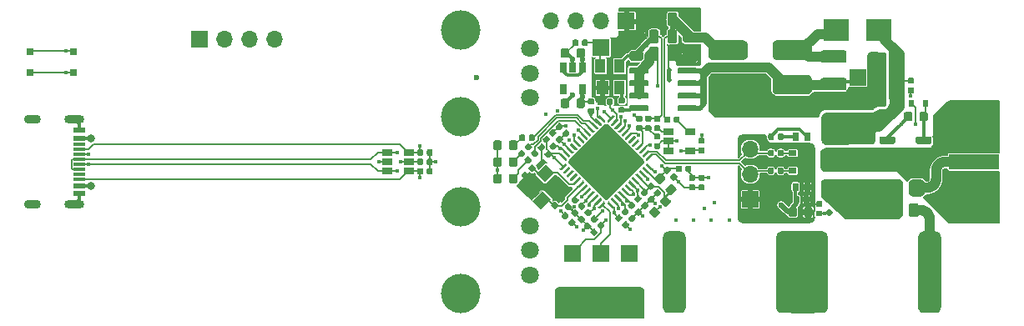
<source format=gbr>
G04 #@! TF.GenerationSoftware,KiCad,Pcbnew,5.1.5+dfsg1-2build2*
G04 #@! TF.CreationDate,2021-02-20T19:42:40+01:00*
G04 #@! TF.ProjectId,charge-hf,63686172-6765-42d6-9866-2e6b69636164,rev?*
G04 #@! TF.SameCoordinates,Original*
G04 #@! TF.FileFunction,Copper,L1,Top*
G04 #@! TF.FilePolarity,Positive*
%FSLAX46Y46*%
G04 Gerber Fmt 4.6, Leading zero omitted, Abs format (unit mm)*
G04 Created by KiCad (PCBNEW 5.1.5+dfsg1-2build2) date 2021-02-20 19:42:40*
%MOMM*%
%LPD*%
G04 APERTURE LIST*
%ADD10C,0.100000*%
%ADD11C,0.500000*%
%ADD12R,0.650000X1.060000*%
%ADD13R,1.000000X1.400000*%
%ADD14R,1.200000X1.400000*%
%ADD15R,1.060000X0.650000*%
%ADD16R,0.800000X0.650000*%
%ADD17C,4.000000*%
%ADD18C,1.800000*%
%ADD19O,1.700000X1.700000*%
%ADD20R,1.700000X1.700000*%
%ADD21R,5.080000X1.500000*%
%ADD22R,1.160000X0.600000*%
%ADD23R,1.160000X0.300000*%
%ADD24O,1.700000X0.900000*%
%ADD25O,2.000000X0.900000*%
%ADD26R,0.600000X0.700000*%
%ADD27R,2.500000X2.300000*%
%ADD28C,0.450000*%
%ADD29C,0.800000*%
%ADD30C,0.600000*%
%ADD31C,0.150000*%
%ADD32C,0.300000*%
%ADD33C,0.500000*%
%ADD34C,1.000000*%
%ADD35C,0.130000*%
G04 APERTURE END LIST*
D10*
G36*
X166550000Y-70650000D02*
G01*
X166550000Y-71650000D01*
X166050000Y-71650000D01*
X166050000Y-70650000D01*
X166550000Y-70650000D01*
G37*
G04 #@! TA.AperFunction,SMDPad,CuDef*
G36*
X168836958Y-82290710D02*
G01*
X168851276Y-82292834D01*
X168865317Y-82296351D01*
X168878946Y-82301228D01*
X168892031Y-82307417D01*
X168904447Y-82314858D01*
X168916073Y-82323481D01*
X168926798Y-82333202D01*
X168936519Y-82343927D01*
X168945142Y-82355553D01*
X168952583Y-82367969D01*
X168958772Y-82381054D01*
X168963649Y-82394683D01*
X168967166Y-82408724D01*
X168969290Y-82423042D01*
X168970000Y-82437500D01*
X168970000Y-82732500D01*
X168969290Y-82746958D01*
X168967166Y-82761276D01*
X168963649Y-82775317D01*
X168958772Y-82788946D01*
X168952583Y-82802031D01*
X168945142Y-82814447D01*
X168936519Y-82826073D01*
X168926798Y-82836798D01*
X168916073Y-82846519D01*
X168904447Y-82855142D01*
X168892031Y-82862583D01*
X168878946Y-82868772D01*
X168865317Y-82873649D01*
X168851276Y-82877166D01*
X168836958Y-82879290D01*
X168822500Y-82880000D01*
X168477500Y-82880000D01*
X168463042Y-82879290D01*
X168448724Y-82877166D01*
X168434683Y-82873649D01*
X168421054Y-82868772D01*
X168407969Y-82862583D01*
X168395553Y-82855142D01*
X168383927Y-82846519D01*
X168373202Y-82836798D01*
X168363481Y-82826073D01*
X168354858Y-82814447D01*
X168347417Y-82802031D01*
X168341228Y-82788946D01*
X168336351Y-82775317D01*
X168332834Y-82761276D01*
X168330710Y-82746958D01*
X168330000Y-82732500D01*
X168330000Y-82437500D01*
X168330710Y-82423042D01*
X168332834Y-82408724D01*
X168336351Y-82394683D01*
X168341228Y-82381054D01*
X168347417Y-82367969D01*
X168354858Y-82355553D01*
X168363481Y-82343927D01*
X168373202Y-82333202D01*
X168383927Y-82323481D01*
X168395553Y-82314858D01*
X168407969Y-82307417D01*
X168421054Y-82301228D01*
X168434683Y-82296351D01*
X168448724Y-82292834D01*
X168463042Y-82290710D01*
X168477500Y-82290000D01*
X168822500Y-82290000D01*
X168836958Y-82290710D01*
G37*
G04 #@! TD.AperFunction*
G04 #@! TA.AperFunction,SMDPad,CuDef*
G36*
X168836958Y-81320710D02*
G01*
X168851276Y-81322834D01*
X168865317Y-81326351D01*
X168878946Y-81331228D01*
X168892031Y-81337417D01*
X168904447Y-81344858D01*
X168916073Y-81353481D01*
X168926798Y-81363202D01*
X168936519Y-81373927D01*
X168945142Y-81385553D01*
X168952583Y-81397969D01*
X168958772Y-81411054D01*
X168963649Y-81424683D01*
X168967166Y-81438724D01*
X168969290Y-81453042D01*
X168970000Y-81467500D01*
X168970000Y-81762500D01*
X168969290Y-81776958D01*
X168967166Y-81791276D01*
X168963649Y-81805317D01*
X168958772Y-81818946D01*
X168952583Y-81832031D01*
X168945142Y-81844447D01*
X168936519Y-81856073D01*
X168926798Y-81866798D01*
X168916073Y-81876519D01*
X168904447Y-81885142D01*
X168892031Y-81892583D01*
X168878946Y-81898772D01*
X168865317Y-81903649D01*
X168851276Y-81907166D01*
X168836958Y-81909290D01*
X168822500Y-81910000D01*
X168477500Y-81910000D01*
X168463042Y-81909290D01*
X168448724Y-81907166D01*
X168434683Y-81903649D01*
X168421054Y-81898772D01*
X168407969Y-81892583D01*
X168395553Y-81885142D01*
X168383927Y-81876519D01*
X168373202Y-81866798D01*
X168363481Y-81856073D01*
X168354858Y-81844447D01*
X168347417Y-81832031D01*
X168341228Y-81818946D01*
X168336351Y-81805317D01*
X168332834Y-81791276D01*
X168330710Y-81776958D01*
X168330000Y-81762500D01*
X168330000Y-81467500D01*
X168330710Y-81453042D01*
X168332834Y-81438724D01*
X168336351Y-81424683D01*
X168341228Y-81411054D01*
X168347417Y-81397969D01*
X168354858Y-81385553D01*
X168363481Y-81373927D01*
X168373202Y-81363202D01*
X168383927Y-81353481D01*
X168395553Y-81344858D01*
X168407969Y-81337417D01*
X168421054Y-81331228D01*
X168434683Y-81326351D01*
X168448724Y-81322834D01*
X168463042Y-81320710D01*
X168477500Y-81320000D01*
X168822500Y-81320000D01*
X168836958Y-81320710D01*
G37*
G04 #@! TD.AperFunction*
G04 #@! TA.AperFunction,SMDPad,CuDef*
G36*
X168446958Y-80380710D02*
G01*
X168461276Y-80382834D01*
X168475317Y-80386351D01*
X168488946Y-80391228D01*
X168502031Y-80397417D01*
X168514447Y-80404858D01*
X168526073Y-80413481D01*
X168536798Y-80423202D01*
X168546519Y-80433927D01*
X168555142Y-80445553D01*
X168562583Y-80457969D01*
X168568772Y-80471054D01*
X168573649Y-80484683D01*
X168577166Y-80498724D01*
X168579290Y-80513042D01*
X168580000Y-80527500D01*
X168580000Y-80872500D01*
X168579290Y-80886958D01*
X168577166Y-80901276D01*
X168573649Y-80915317D01*
X168568772Y-80928946D01*
X168562583Y-80942031D01*
X168555142Y-80954447D01*
X168546519Y-80966073D01*
X168536798Y-80976798D01*
X168526073Y-80986519D01*
X168514447Y-80995142D01*
X168502031Y-81002583D01*
X168488946Y-81008772D01*
X168475317Y-81013649D01*
X168461276Y-81017166D01*
X168446958Y-81019290D01*
X168432500Y-81020000D01*
X168137500Y-81020000D01*
X168123042Y-81019290D01*
X168108724Y-81017166D01*
X168094683Y-81013649D01*
X168081054Y-81008772D01*
X168067969Y-81002583D01*
X168055553Y-80995142D01*
X168043927Y-80986519D01*
X168033202Y-80976798D01*
X168023481Y-80966073D01*
X168014858Y-80954447D01*
X168007417Y-80942031D01*
X168001228Y-80928946D01*
X167996351Y-80915317D01*
X167992834Y-80901276D01*
X167990710Y-80886958D01*
X167990000Y-80872500D01*
X167990000Y-80527500D01*
X167990710Y-80513042D01*
X167992834Y-80498724D01*
X167996351Y-80484683D01*
X168001228Y-80471054D01*
X168007417Y-80457969D01*
X168014858Y-80445553D01*
X168023481Y-80433927D01*
X168033202Y-80423202D01*
X168043927Y-80413481D01*
X168055553Y-80404858D01*
X168067969Y-80397417D01*
X168081054Y-80391228D01*
X168094683Y-80386351D01*
X168108724Y-80382834D01*
X168123042Y-80380710D01*
X168137500Y-80380000D01*
X168432500Y-80380000D01*
X168446958Y-80380710D01*
G37*
G04 #@! TD.AperFunction*
G04 #@! TA.AperFunction,SMDPad,CuDef*
G36*
X167476958Y-80380710D02*
G01*
X167491276Y-80382834D01*
X167505317Y-80386351D01*
X167518946Y-80391228D01*
X167532031Y-80397417D01*
X167544447Y-80404858D01*
X167556073Y-80413481D01*
X167566798Y-80423202D01*
X167576519Y-80433927D01*
X167585142Y-80445553D01*
X167592583Y-80457969D01*
X167598772Y-80471054D01*
X167603649Y-80484683D01*
X167607166Y-80498724D01*
X167609290Y-80513042D01*
X167610000Y-80527500D01*
X167610000Y-80872500D01*
X167609290Y-80886958D01*
X167607166Y-80901276D01*
X167603649Y-80915317D01*
X167598772Y-80928946D01*
X167592583Y-80942031D01*
X167585142Y-80954447D01*
X167576519Y-80966073D01*
X167566798Y-80976798D01*
X167556073Y-80986519D01*
X167544447Y-80995142D01*
X167532031Y-81002583D01*
X167518946Y-81008772D01*
X167505317Y-81013649D01*
X167491276Y-81017166D01*
X167476958Y-81019290D01*
X167462500Y-81020000D01*
X167167500Y-81020000D01*
X167153042Y-81019290D01*
X167138724Y-81017166D01*
X167124683Y-81013649D01*
X167111054Y-81008772D01*
X167097969Y-81002583D01*
X167085553Y-80995142D01*
X167073927Y-80986519D01*
X167063202Y-80976798D01*
X167053481Y-80966073D01*
X167044858Y-80954447D01*
X167037417Y-80942031D01*
X167031228Y-80928946D01*
X167026351Y-80915317D01*
X167022834Y-80901276D01*
X167020710Y-80886958D01*
X167020000Y-80872500D01*
X167020000Y-80527500D01*
X167020710Y-80513042D01*
X167022834Y-80498724D01*
X167026351Y-80484683D01*
X167031228Y-80471054D01*
X167037417Y-80457969D01*
X167044858Y-80445553D01*
X167053481Y-80433927D01*
X167063202Y-80423202D01*
X167073927Y-80413481D01*
X167085553Y-80404858D01*
X167097969Y-80397417D01*
X167111054Y-80391228D01*
X167124683Y-80386351D01*
X167138724Y-80382834D01*
X167153042Y-80380710D01*
X167167500Y-80380000D01*
X167462500Y-80380000D01*
X167476958Y-80380710D01*
G37*
G04 #@! TD.AperFunction*
G04 #@! TA.AperFunction,SMDPad,CuDef*
G36*
X169786958Y-81320710D02*
G01*
X169801276Y-81322834D01*
X169815317Y-81326351D01*
X169828946Y-81331228D01*
X169842031Y-81337417D01*
X169854447Y-81344858D01*
X169866073Y-81353481D01*
X169876798Y-81363202D01*
X169886519Y-81373927D01*
X169895142Y-81385553D01*
X169902583Y-81397969D01*
X169908772Y-81411054D01*
X169913649Y-81424683D01*
X169917166Y-81438724D01*
X169919290Y-81453042D01*
X169920000Y-81467500D01*
X169920000Y-81762500D01*
X169919290Y-81776958D01*
X169917166Y-81791276D01*
X169913649Y-81805317D01*
X169908772Y-81818946D01*
X169902583Y-81832031D01*
X169895142Y-81844447D01*
X169886519Y-81856073D01*
X169876798Y-81866798D01*
X169866073Y-81876519D01*
X169854447Y-81885142D01*
X169842031Y-81892583D01*
X169828946Y-81898772D01*
X169815317Y-81903649D01*
X169801276Y-81907166D01*
X169786958Y-81909290D01*
X169772500Y-81910000D01*
X169427500Y-81910000D01*
X169413042Y-81909290D01*
X169398724Y-81907166D01*
X169384683Y-81903649D01*
X169371054Y-81898772D01*
X169357969Y-81892583D01*
X169345553Y-81885142D01*
X169333927Y-81876519D01*
X169323202Y-81866798D01*
X169313481Y-81856073D01*
X169304858Y-81844447D01*
X169297417Y-81832031D01*
X169291228Y-81818946D01*
X169286351Y-81805317D01*
X169282834Y-81791276D01*
X169280710Y-81776958D01*
X169280000Y-81762500D01*
X169280000Y-81467500D01*
X169280710Y-81453042D01*
X169282834Y-81438724D01*
X169286351Y-81424683D01*
X169291228Y-81411054D01*
X169297417Y-81397969D01*
X169304858Y-81385553D01*
X169313481Y-81373927D01*
X169323202Y-81363202D01*
X169333927Y-81353481D01*
X169345553Y-81344858D01*
X169357969Y-81337417D01*
X169371054Y-81331228D01*
X169384683Y-81326351D01*
X169398724Y-81322834D01*
X169413042Y-81320710D01*
X169427500Y-81320000D01*
X169772500Y-81320000D01*
X169786958Y-81320710D01*
G37*
G04 #@! TD.AperFunction*
G04 #@! TA.AperFunction,SMDPad,CuDef*
G36*
X169786958Y-82290710D02*
G01*
X169801276Y-82292834D01*
X169815317Y-82296351D01*
X169828946Y-82301228D01*
X169842031Y-82307417D01*
X169854447Y-82314858D01*
X169866073Y-82323481D01*
X169876798Y-82333202D01*
X169886519Y-82343927D01*
X169895142Y-82355553D01*
X169902583Y-82367969D01*
X169908772Y-82381054D01*
X169913649Y-82394683D01*
X169917166Y-82408724D01*
X169919290Y-82423042D01*
X169920000Y-82437500D01*
X169920000Y-82732500D01*
X169919290Y-82746958D01*
X169917166Y-82761276D01*
X169913649Y-82775317D01*
X169908772Y-82788946D01*
X169902583Y-82802031D01*
X169895142Y-82814447D01*
X169886519Y-82826073D01*
X169876798Y-82836798D01*
X169866073Y-82846519D01*
X169854447Y-82855142D01*
X169842031Y-82862583D01*
X169828946Y-82868772D01*
X169815317Y-82873649D01*
X169801276Y-82877166D01*
X169786958Y-82879290D01*
X169772500Y-82880000D01*
X169427500Y-82880000D01*
X169413042Y-82879290D01*
X169398724Y-82877166D01*
X169384683Y-82873649D01*
X169371054Y-82868772D01*
X169357969Y-82862583D01*
X169345553Y-82855142D01*
X169333927Y-82846519D01*
X169323202Y-82836798D01*
X169313481Y-82826073D01*
X169304858Y-82814447D01*
X169297417Y-82802031D01*
X169291228Y-82788946D01*
X169286351Y-82775317D01*
X169282834Y-82761276D01*
X169280710Y-82746958D01*
X169280000Y-82732500D01*
X169280000Y-82437500D01*
X169280710Y-82423042D01*
X169282834Y-82408724D01*
X169286351Y-82394683D01*
X169291228Y-82381054D01*
X169297417Y-82367969D01*
X169304858Y-82355553D01*
X169313481Y-82343927D01*
X169323202Y-82333202D01*
X169333927Y-82323481D01*
X169345553Y-82314858D01*
X169357969Y-82307417D01*
X169371054Y-82301228D01*
X169384683Y-82296351D01*
X169398724Y-82292834D01*
X169413042Y-82290710D01*
X169427500Y-82290000D01*
X169772500Y-82290000D01*
X169786958Y-82290710D01*
G37*
G04 #@! TD.AperFunction*
G04 #@! TA.AperFunction,SMDPad,CuDef*
G36*
X184099504Y-71476204D02*
G01*
X184123773Y-71479804D01*
X184147571Y-71485765D01*
X184170671Y-71494030D01*
X184192849Y-71504520D01*
X184213893Y-71517133D01*
X184233598Y-71531747D01*
X184251777Y-71548223D01*
X184268253Y-71566402D01*
X184282867Y-71586107D01*
X184295480Y-71607151D01*
X184305970Y-71629329D01*
X184314235Y-71652429D01*
X184320196Y-71676227D01*
X184323796Y-71700496D01*
X184325000Y-71725000D01*
X184325000Y-72475000D01*
X184323796Y-72499504D01*
X184320196Y-72523773D01*
X184314235Y-72547571D01*
X184305970Y-72570671D01*
X184295480Y-72592849D01*
X184282867Y-72613893D01*
X184268253Y-72633598D01*
X184251777Y-72651777D01*
X184233598Y-72668253D01*
X184213893Y-72682867D01*
X184192849Y-72695480D01*
X184170671Y-72705970D01*
X184147571Y-72714235D01*
X184123773Y-72720196D01*
X184099504Y-72723796D01*
X184075000Y-72725000D01*
X181925000Y-72725000D01*
X181900496Y-72723796D01*
X181876227Y-72720196D01*
X181852429Y-72714235D01*
X181829329Y-72705970D01*
X181807151Y-72695480D01*
X181786107Y-72682867D01*
X181766402Y-72668253D01*
X181748223Y-72651777D01*
X181731747Y-72633598D01*
X181717133Y-72613893D01*
X181704520Y-72592849D01*
X181694030Y-72570671D01*
X181685765Y-72547571D01*
X181679804Y-72523773D01*
X181676204Y-72499504D01*
X181675000Y-72475000D01*
X181675000Y-71725000D01*
X181676204Y-71700496D01*
X181679804Y-71676227D01*
X181685765Y-71652429D01*
X181694030Y-71629329D01*
X181704520Y-71607151D01*
X181717133Y-71586107D01*
X181731747Y-71566402D01*
X181748223Y-71548223D01*
X181766402Y-71531747D01*
X181786107Y-71517133D01*
X181807151Y-71504520D01*
X181829329Y-71494030D01*
X181852429Y-71485765D01*
X181876227Y-71479804D01*
X181900496Y-71476204D01*
X181925000Y-71475000D01*
X184075000Y-71475000D01*
X184099504Y-71476204D01*
G37*
G04 #@! TD.AperFunction*
G04 #@! TA.AperFunction,SMDPad,CuDef*
G36*
X184099504Y-68676204D02*
G01*
X184123773Y-68679804D01*
X184147571Y-68685765D01*
X184170671Y-68694030D01*
X184192849Y-68704520D01*
X184213893Y-68717133D01*
X184233598Y-68731747D01*
X184251777Y-68748223D01*
X184268253Y-68766402D01*
X184282867Y-68786107D01*
X184295480Y-68807151D01*
X184305970Y-68829329D01*
X184314235Y-68852429D01*
X184320196Y-68876227D01*
X184323796Y-68900496D01*
X184325000Y-68925000D01*
X184325000Y-69675000D01*
X184323796Y-69699504D01*
X184320196Y-69723773D01*
X184314235Y-69747571D01*
X184305970Y-69770671D01*
X184295480Y-69792849D01*
X184282867Y-69813893D01*
X184268253Y-69833598D01*
X184251777Y-69851777D01*
X184233598Y-69868253D01*
X184213893Y-69882867D01*
X184192849Y-69895480D01*
X184170671Y-69905970D01*
X184147571Y-69914235D01*
X184123773Y-69920196D01*
X184099504Y-69923796D01*
X184075000Y-69925000D01*
X181925000Y-69925000D01*
X181900496Y-69923796D01*
X181876227Y-69920196D01*
X181852429Y-69914235D01*
X181829329Y-69905970D01*
X181807151Y-69895480D01*
X181786107Y-69882867D01*
X181766402Y-69868253D01*
X181748223Y-69851777D01*
X181731747Y-69833598D01*
X181717133Y-69813893D01*
X181704520Y-69792849D01*
X181694030Y-69770671D01*
X181685765Y-69747571D01*
X181679804Y-69723773D01*
X181676204Y-69699504D01*
X181675000Y-69675000D01*
X181675000Y-68925000D01*
X181676204Y-68900496D01*
X181679804Y-68876227D01*
X181685765Y-68852429D01*
X181694030Y-68829329D01*
X181704520Y-68807151D01*
X181717133Y-68786107D01*
X181731747Y-68766402D01*
X181748223Y-68748223D01*
X181766402Y-68731747D01*
X181786107Y-68717133D01*
X181807151Y-68704520D01*
X181829329Y-68694030D01*
X181852429Y-68685765D01*
X181876227Y-68679804D01*
X181900496Y-68676204D01*
X181925000Y-68675000D01*
X184075000Y-68675000D01*
X184099504Y-68676204D01*
G37*
G04 #@! TD.AperFunction*
G04 #@! TA.AperFunction,SMDPad,CuDef*
G36*
X187830142Y-69601174D02*
G01*
X187853803Y-69604684D01*
X187877007Y-69610496D01*
X187899529Y-69618554D01*
X187921153Y-69628782D01*
X187941670Y-69641079D01*
X187960883Y-69655329D01*
X187978607Y-69671393D01*
X187994671Y-69689117D01*
X188008921Y-69708330D01*
X188021218Y-69728847D01*
X188031446Y-69750471D01*
X188039504Y-69772993D01*
X188045316Y-69796197D01*
X188048826Y-69819858D01*
X188050000Y-69843750D01*
X188050000Y-70756250D01*
X188048826Y-70780142D01*
X188045316Y-70803803D01*
X188039504Y-70827007D01*
X188031446Y-70849529D01*
X188021218Y-70871153D01*
X188008921Y-70891670D01*
X187994671Y-70910883D01*
X187978607Y-70928607D01*
X187960883Y-70944671D01*
X187941670Y-70958921D01*
X187921153Y-70971218D01*
X187899529Y-70981446D01*
X187877007Y-70989504D01*
X187853803Y-70995316D01*
X187830142Y-70998826D01*
X187806250Y-71000000D01*
X187318750Y-71000000D01*
X187294858Y-70998826D01*
X187271197Y-70995316D01*
X187247993Y-70989504D01*
X187225471Y-70981446D01*
X187203847Y-70971218D01*
X187183330Y-70958921D01*
X187164117Y-70944671D01*
X187146393Y-70928607D01*
X187130329Y-70910883D01*
X187116079Y-70891670D01*
X187103782Y-70871153D01*
X187093554Y-70849529D01*
X187085496Y-70827007D01*
X187079684Y-70803803D01*
X187076174Y-70780142D01*
X187075000Y-70756250D01*
X187075000Y-69843750D01*
X187076174Y-69819858D01*
X187079684Y-69796197D01*
X187085496Y-69772993D01*
X187093554Y-69750471D01*
X187103782Y-69728847D01*
X187116079Y-69708330D01*
X187130329Y-69689117D01*
X187146393Y-69671393D01*
X187164117Y-69655329D01*
X187183330Y-69641079D01*
X187203847Y-69628782D01*
X187225471Y-69618554D01*
X187247993Y-69610496D01*
X187271197Y-69604684D01*
X187294858Y-69601174D01*
X187318750Y-69600000D01*
X187806250Y-69600000D01*
X187830142Y-69601174D01*
G37*
G04 #@! TD.AperFunction*
G04 #@! TA.AperFunction,SMDPad,CuDef*
G36*
X189705142Y-69601174D02*
G01*
X189728803Y-69604684D01*
X189752007Y-69610496D01*
X189774529Y-69618554D01*
X189796153Y-69628782D01*
X189816670Y-69641079D01*
X189835883Y-69655329D01*
X189853607Y-69671393D01*
X189869671Y-69689117D01*
X189883921Y-69708330D01*
X189896218Y-69728847D01*
X189906446Y-69750471D01*
X189914504Y-69772993D01*
X189920316Y-69796197D01*
X189923826Y-69819858D01*
X189925000Y-69843750D01*
X189925000Y-70756250D01*
X189923826Y-70780142D01*
X189920316Y-70803803D01*
X189914504Y-70827007D01*
X189906446Y-70849529D01*
X189896218Y-70871153D01*
X189883921Y-70891670D01*
X189869671Y-70910883D01*
X189853607Y-70928607D01*
X189835883Y-70944671D01*
X189816670Y-70958921D01*
X189796153Y-70971218D01*
X189774529Y-70981446D01*
X189752007Y-70989504D01*
X189728803Y-70995316D01*
X189705142Y-70998826D01*
X189681250Y-71000000D01*
X189193750Y-71000000D01*
X189169858Y-70998826D01*
X189146197Y-70995316D01*
X189122993Y-70989504D01*
X189100471Y-70981446D01*
X189078847Y-70971218D01*
X189058330Y-70958921D01*
X189039117Y-70944671D01*
X189021393Y-70928607D01*
X189005329Y-70910883D01*
X188991079Y-70891670D01*
X188978782Y-70871153D01*
X188968554Y-70849529D01*
X188960496Y-70827007D01*
X188954684Y-70803803D01*
X188951174Y-70780142D01*
X188950000Y-70756250D01*
X188950000Y-69843750D01*
X188951174Y-69819858D01*
X188954684Y-69796197D01*
X188960496Y-69772993D01*
X188968554Y-69750471D01*
X188978782Y-69728847D01*
X188991079Y-69708330D01*
X189005329Y-69689117D01*
X189021393Y-69671393D01*
X189039117Y-69655329D01*
X189058330Y-69641079D01*
X189078847Y-69628782D01*
X189100471Y-69618554D01*
X189122993Y-69610496D01*
X189146197Y-69604684D01*
X189169858Y-69601174D01*
X189193750Y-69600000D01*
X189681250Y-69600000D01*
X189705142Y-69601174D01*
G37*
G04 #@! TD.AperFunction*
G04 #@! TA.AperFunction,SMDPad,CuDef*
G36*
X187830142Y-71401174D02*
G01*
X187853803Y-71404684D01*
X187877007Y-71410496D01*
X187899529Y-71418554D01*
X187921153Y-71428782D01*
X187941670Y-71441079D01*
X187960883Y-71455329D01*
X187978607Y-71471393D01*
X187994671Y-71489117D01*
X188008921Y-71508330D01*
X188021218Y-71528847D01*
X188031446Y-71550471D01*
X188039504Y-71572993D01*
X188045316Y-71596197D01*
X188048826Y-71619858D01*
X188050000Y-71643750D01*
X188050000Y-72556250D01*
X188048826Y-72580142D01*
X188045316Y-72603803D01*
X188039504Y-72627007D01*
X188031446Y-72649529D01*
X188021218Y-72671153D01*
X188008921Y-72691670D01*
X187994671Y-72710883D01*
X187978607Y-72728607D01*
X187960883Y-72744671D01*
X187941670Y-72758921D01*
X187921153Y-72771218D01*
X187899529Y-72781446D01*
X187877007Y-72789504D01*
X187853803Y-72795316D01*
X187830142Y-72798826D01*
X187806250Y-72800000D01*
X187318750Y-72800000D01*
X187294858Y-72798826D01*
X187271197Y-72795316D01*
X187247993Y-72789504D01*
X187225471Y-72781446D01*
X187203847Y-72771218D01*
X187183330Y-72758921D01*
X187164117Y-72744671D01*
X187146393Y-72728607D01*
X187130329Y-72710883D01*
X187116079Y-72691670D01*
X187103782Y-72671153D01*
X187093554Y-72649529D01*
X187085496Y-72627007D01*
X187079684Y-72603803D01*
X187076174Y-72580142D01*
X187075000Y-72556250D01*
X187075000Y-71643750D01*
X187076174Y-71619858D01*
X187079684Y-71596197D01*
X187085496Y-71572993D01*
X187093554Y-71550471D01*
X187103782Y-71528847D01*
X187116079Y-71508330D01*
X187130329Y-71489117D01*
X187146393Y-71471393D01*
X187164117Y-71455329D01*
X187183330Y-71441079D01*
X187203847Y-71428782D01*
X187225471Y-71418554D01*
X187247993Y-71410496D01*
X187271197Y-71404684D01*
X187294858Y-71401174D01*
X187318750Y-71400000D01*
X187806250Y-71400000D01*
X187830142Y-71401174D01*
G37*
G04 #@! TD.AperFunction*
G04 #@! TA.AperFunction,SMDPad,CuDef*
G36*
X189705142Y-71401174D02*
G01*
X189728803Y-71404684D01*
X189752007Y-71410496D01*
X189774529Y-71418554D01*
X189796153Y-71428782D01*
X189816670Y-71441079D01*
X189835883Y-71455329D01*
X189853607Y-71471393D01*
X189869671Y-71489117D01*
X189883921Y-71508330D01*
X189896218Y-71528847D01*
X189906446Y-71550471D01*
X189914504Y-71572993D01*
X189920316Y-71596197D01*
X189923826Y-71619858D01*
X189925000Y-71643750D01*
X189925000Y-72556250D01*
X189923826Y-72580142D01*
X189920316Y-72603803D01*
X189914504Y-72627007D01*
X189906446Y-72649529D01*
X189896218Y-72671153D01*
X189883921Y-72691670D01*
X189869671Y-72710883D01*
X189853607Y-72728607D01*
X189835883Y-72744671D01*
X189816670Y-72758921D01*
X189796153Y-72771218D01*
X189774529Y-72781446D01*
X189752007Y-72789504D01*
X189728803Y-72795316D01*
X189705142Y-72798826D01*
X189681250Y-72800000D01*
X189193750Y-72800000D01*
X189169858Y-72798826D01*
X189146197Y-72795316D01*
X189122993Y-72789504D01*
X189100471Y-72781446D01*
X189078847Y-72771218D01*
X189058330Y-72758921D01*
X189039117Y-72744671D01*
X189021393Y-72728607D01*
X189005329Y-72710883D01*
X188991079Y-72691670D01*
X188978782Y-72671153D01*
X188968554Y-72649529D01*
X188960496Y-72627007D01*
X188954684Y-72603803D01*
X188951174Y-72580142D01*
X188950000Y-72556250D01*
X188950000Y-71643750D01*
X188951174Y-71619858D01*
X188954684Y-71596197D01*
X188960496Y-71572993D01*
X188968554Y-71550471D01*
X188978782Y-71528847D01*
X188991079Y-71508330D01*
X189005329Y-71489117D01*
X189021393Y-71471393D01*
X189039117Y-71455329D01*
X189058330Y-71441079D01*
X189078847Y-71428782D01*
X189100471Y-71418554D01*
X189122993Y-71410496D01*
X189146197Y-71404684D01*
X189169858Y-71401174D01*
X189193750Y-71400000D01*
X189681250Y-71400000D01*
X189705142Y-71401174D01*
G37*
G04 #@! TD.AperFunction*
G04 #@! TA.AperFunction,SMDPad,CuDef*
G36*
X165030142Y-64801174D02*
G01*
X165053803Y-64804684D01*
X165077007Y-64810496D01*
X165099529Y-64818554D01*
X165121153Y-64828782D01*
X165141670Y-64841079D01*
X165160883Y-64855329D01*
X165178607Y-64871393D01*
X165194671Y-64889117D01*
X165208921Y-64908330D01*
X165221218Y-64928847D01*
X165231446Y-64950471D01*
X165239504Y-64972993D01*
X165245316Y-64996197D01*
X165248826Y-65019858D01*
X165250000Y-65043750D01*
X165250000Y-65956250D01*
X165248826Y-65980142D01*
X165245316Y-66003803D01*
X165239504Y-66027007D01*
X165231446Y-66049529D01*
X165221218Y-66071153D01*
X165208921Y-66091670D01*
X165194671Y-66110883D01*
X165178607Y-66128607D01*
X165160883Y-66144671D01*
X165141670Y-66158921D01*
X165121153Y-66171218D01*
X165099529Y-66181446D01*
X165077007Y-66189504D01*
X165053803Y-66195316D01*
X165030142Y-66198826D01*
X165006250Y-66200000D01*
X164518750Y-66200000D01*
X164494858Y-66198826D01*
X164471197Y-66195316D01*
X164447993Y-66189504D01*
X164425471Y-66181446D01*
X164403847Y-66171218D01*
X164383330Y-66158921D01*
X164364117Y-66144671D01*
X164346393Y-66128607D01*
X164330329Y-66110883D01*
X164316079Y-66091670D01*
X164303782Y-66071153D01*
X164293554Y-66049529D01*
X164285496Y-66027007D01*
X164279684Y-66003803D01*
X164276174Y-65980142D01*
X164275000Y-65956250D01*
X164275000Y-65043750D01*
X164276174Y-65019858D01*
X164279684Y-64996197D01*
X164285496Y-64972993D01*
X164293554Y-64950471D01*
X164303782Y-64928847D01*
X164316079Y-64908330D01*
X164330329Y-64889117D01*
X164346393Y-64871393D01*
X164364117Y-64855329D01*
X164383330Y-64841079D01*
X164403847Y-64828782D01*
X164425471Y-64818554D01*
X164447993Y-64810496D01*
X164471197Y-64804684D01*
X164494858Y-64801174D01*
X164518750Y-64800000D01*
X165006250Y-64800000D01*
X165030142Y-64801174D01*
G37*
G04 #@! TD.AperFunction*
G04 #@! TA.AperFunction,SMDPad,CuDef*
G36*
X166905142Y-64801174D02*
G01*
X166928803Y-64804684D01*
X166952007Y-64810496D01*
X166974529Y-64818554D01*
X166996153Y-64828782D01*
X167016670Y-64841079D01*
X167035883Y-64855329D01*
X167053607Y-64871393D01*
X167069671Y-64889117D01*
X167083921Y-64908330D01*
X167096218Y-64928847D01*
X167106446Y-64950471D01*
X167114504Y-64972993D01*
X167120316Y-64996197D01*
X167123826Y-65019858D01*
X167125000Y-65043750D01*
X167125000Y-65956250D01*
X167123826Y-65980142D01*
X167120316Y-66003803D01*
X167114504Y-66027007D01*
X167106446Y-66049529D01*
X167096218Y-66071153D01*
X167083921Y-66091670D01*
X167069671Y-66110883D01*
X167053607Y-66128607D01*
X167035883Y-66144671D01*
X167016670Y-66158921D01*
X166996153Y-66171218D01*
X166974529Y-66181446D01*
X166952007Y-66189504D01*
X166928803Y-66195316D01*
X166905142Y-66198826D01*
X166881250Y-66200000D01*
X166393750Y-66200000D01*
X166369858Y-66198826D01*
X166346197Y-66195316D01*
X166322993Y-66189504D01*
X166300471Y-66181446D01*
X166278847Y-66171218D01*
X166258330Y-66158921D01*
X166239117Y-66144671D01*
X166221393Y-66128607D01*
X166205329Y-66110883D01*
X166191079Y-66091670D01*
X166178782Y-66071153D01*
X166168554Y-66049529D01*
X166160496Y-66027007D01*
X166154684Y-66003803D01*
X166151174Y-65980142D01*
X166150000Y-65956250D01*
X166150000Y-65043750D01*
X166151174Y-65019858D01*
X166154684Y-64996197D01*
X166160496Y-64972993D01*
X166168554Y-64950471D01*
X166178782Y-64928847D01*
X166191079Y-64908330D01*
X166205329Y-64889117D01*
X166221393Y-64871393D01*
X166239117Y-64855329D01*
X166258330Y-64841079D01*
X166278847Y-64828782D01*
X166300471Y-64818554D01*
X166322993Y-64810496D01*
X166346197Y-64804684D01*
X166369858Y-64801174D01*
X166393750Y-64800000D01*
X166881250Y-64800000D01*
X166905142Y-64801174D01*
G37*
G04 #@! TD.AperFunction*
G04 #@! TA.AperFunction,SMDPad,CuDef*
G36*
X192377691Y-74926053D02*
G01*
X192398926Y-74929203D01*
X192419750Y-74934419D01*
X192439962Y-74941651D01*
X192459368Y-74950830D01*
X192477781Y-74961866D01*
X192495024Y-74974654D01*
X192510930Y-74989070D01*
X192525346Y-75004976D01*
X192538134Y-75022219D01*
X192549170Y-75040632D01*
X192558349Y-75060038D01*
X192565581Y-75080250D01*
X192570797Y-75101074D01*
X192573947Y-75122309D01*
X192575000Y-75143750D01*
X192575000Y-75656250D01*
X192573947Y-75677691D01*
X192570797Y-75698926D01*
X192565581Y-75719750D01*
X192558349Y-75739962D01*
X192549170Y-75759368D01*
X192538134Y-75777781D01*
X192525346Y-75795024D01*
X192510930Y-75810930D01*
X192495024Y-75825346D01*
X192477781Y-75838134D01*
X192459368Y-75849170D01*
X192439962Y-75858349D01*
X192419750Y-75865581D01*
X192398926Y-75870797D01*
X192377691Y-75873947D01*
X192356250Y-75875000D01*
X191918750Y-75875000D01*
X191897309Y-75873947D01*
X191876074Y-75870797D01*
X191855250Y-75865581D01*
X191835038Y-75858349D01*
X191815632Y-75849170D01*
X191797219Y-75838134D01*
X191779976Y-75825346D01*
X191764070Y-75810930D01*
X191749654Y-75795024D01*
X191736866Y-75777781D01*
X191725830Y-75759368D01*
X191716651Y-75739962D01*
X191709419Y-75719750D01*
X191704203Y-75698926D01*
X191701053Y-75677691D01*
X191700000Y-75656250D01*
X191700000Y-75143750D01*
X191701053Y-75122309D01*
X191704203Y-75101074D01*
X191709419Y-75080250D01*
X191716651Y-75060038D01*
X191725830Y-75040632D01*
X191736866Y-75022219D01*
X191749654Y-75004976D01*
X191764070Y-74989070D01*
X191779976Y-74974654D01*
X191797219Y-74961866D01*
X191815632Y-74950830D01*
X191835038Y-74941651D01*
X191855250Y-74934419D01*
X191876074Y-74929203D01*
X191897309Y-74926053D01*
X191918750Y-74925000D01*
X192356250Y-74925000D01*
X192377691Y-74926053D01*
G37*
G04 #@! TD.AperFunction*
G04 #@! TA.AperFunction,SMDPad,CuDef*
G36*
X190802691Y-74926053D02*
G01*
X190823926Y-74929203D01*
X190844750Y-74934419D01*
X190864962Y-74941651D01*
X190884368Y-74950830D01*
X190902781Y-74961866D01*
X190920024Y-74974654D01*
X190935930Y-74989070D01*
X190950346Y-75004976D01*
X190963134Y-75022219D01*
X190974170Y-75040632D01*
X190983349Y-75060038D01*
X190990581Y-75080250D01*
X190995797Y-75101074D01*
X190998947Y-75122309D01*
X191000000Y-75143750D01*
X191000000Y-75656250D01*
X190998947Y-75677691D01*
X190995797Y-75698926D01*
X190990581Y-75719750D01*
X190983349Y-75739962D01*
X190974170Y-75759368D01*
X190963134Y-75777781D01*
X190950346Y-75795024D01*
X190935930Y-75810930D01*
X190920024Y-75825346D01*
X190902781Y-75838134D01*
X190884368Y-75849170D01*
X190864962Y-75858349D01*
X190844750Y-75865581D01*
X190823926Y-75870797D01*
X190802691Y-75873947D01*
X190781250Y-75875000D01*
X190343750Y-75875000D01*
X190322309Y-75873947D01*
X190301074Y-75870797D01*
X190280250Y-75865581D01*
X190260038Y-75858349D01*
X190240632Y-75849170D01*
X190222219Y-75838134D01*
X190204976Y-75825346D01*
X190189070Y-75810930D01*
X190174654Y-75795024D01*
X190161866Y-75777781D01*
X190150830Y-75759368D01*
X190141651Y-75739962D01*
X190134419Y-75719750D01*
X190129203Y-75698926D01*
X190126053Y-75677691D01*
X190125000Y-75656250D01*
X190125000Y-75143750D01*
X190126053Y-75122309D01*
X190129203Y-75101074D01*
X190134419Y-75080250D01*
X190141651Y-75060038D01*
X190150830Y-75040632D01*
X190161866Y-75022219D01*
X190174654Y-75004976D01*
X190189070Y-74989070D01*
X190204976Y-74974654D01*
X190222219Y-74961866D01*
X190240632Y-74950830D01*
X190260038Y-74941651D01*
X190280250Y-74934419D01*
X190301074Y-74929203D01*
X190322309Y-74926053D01*
X190343750Y-74925000D01*
X190781250Y-74925000D01*
X190802691Y-74926053D01*
G37*
G04 #@! TD.AperFunction*
G04 #@! TA.AperFunction,SMDPad,CuDef*
G36*
X161239189Y-85333989D02*
G01*
X161253507Y-85336113D01*
X161267548Y-85339630D01*
X161281177Y-85344507D01*
X161294262Y-85350696D01*
X161306678Y-85358137D01*
X161318304Y-85366760D01*
X161329029Y-85376481D01*
X161537625Y-85585077D01*
X161547346Y-85595802D01*
X161555969Y-85607428D01*
X161563410Y-85619844D01*
X161569599Y-85632929D01*
X161574476Y-85646558D01*
X161577993Y-85660599D01*
X161580117Y-85674917D01*
X161580827Y-85689375D01*
X161580117Y-85703833D01*
X161577993Y-85718151D01*
X161574476Y-85732192D01*
X161569599Y-85745821D01*
X161563410Y-85758906D01*
X161555969Y-85771322D01*
X161547346Y-85782948D01*
X161537625Y-85793673D01*
X161293673Y-86037625D01*
X161282948Y-86047346D01*
X161271322Y-86055969D01*
X161258906Y-86063410D01*
X161245821Y-86069599D01*
X161232192Y-86074476D01*
X161218151Y-86077993D01*
X161203833Y-86080117D01*
X161189375Y-86080827D01*
X161174917Y-86080117D01*
X161160599Y-86077993D01*
X161146558Y-86074476D01*
X161132929Y-86069599D01*
X161119844Y-86063410D01*
X161107428Y-86055969D01*
X161095802Y-86047346D01*
X161085077Y-86037625D01*
X160876481Y-85829029D01*
X160866760Y-85818304D01*
X160858137Y-85806678D01*
X160850696Y-85794262D01*
X160844507Y-85781177D01*
X160839630Y-85767548D01*
X160836113Y-85753507D01*
X160833989Y-85739189D01*
X160833279Y-85724731D01*
X160833989Y-85710273D01*
X160836113Y-85695955D01*
X160839630Y-85681914D01*
X160844507Y-85668285D01*
X160850696Y-85655200D01*
X160858137Y-85642784D01*
X160866760Y-85631158D01*
X160876481Y-85620433D01*
X161120433Y-85376481D01*
X161131158Y-85366760D01*
X161142784Y-85358137D01*
X161155200Y-85350696D01*
X161168285Y-85344507D01*
X161181914Y-85339630D01*
X161195955Y-85336113D01*
X161210273Y-85333989D01*
X161224731Y-85333279D01*
X161239189Y-85333989D01*
G37*
G04 #@! TD.AperFunction*
G04 #@! TA.AperFunction,SMDPad,CuDef*
G36*
X161925083Y-86019883D02*
G01*
X161939401Y-86022007D01*
X161953442Y-86025524D01*
X161967071Y-86030401D01*
X161980156Y-86036590D01*
X161992572Y-86044031D01*
X162004198Y-86052654D01*
X162014923Y-86062375D01*
X162223519Y-86270971D01*
X162233240Y-86281696D01*
X162241863Y-86293322D01*
X162249304Y-86305738D01*
X162255493Y-86318823D01*
X162260370Y-86332452D01*
X162263887Y-86346493D01*
X162266011Y-86360811D01*
X162266721Y-86375269D01*
X162266011Y-86389727D01*
X162263887Y-86404045D01*
X162260370Y-86418086D01*
X162255493Y-86431715D01*
X162249304Y-86444800D01*
X162241863Y-86457216D01*
X162233240Y-86468842D01*
X162223519Y-86479567D01*
X161979567Y-86723519D01*
X161968842Y-86733240D01*
X161957216Y-86741863D01*
X161944800Y-86749304D01*
X161931715Y-86755493D01*
X161918086Y-86760370D01*
X161904045Y-86763887D01*
X161889727Y-86766011D01*
X161875269Y-86766721D01*
X161860811Y-86766011D01*
X161846493Y-86763887D01*
X161832452Y-86760370D01*
X161818823Y-86755493D01*
X161805738Y-86749304D01*
X161793322Y-86741863D01*
X161781696Y-86733240D01*
X161770971Y-86723519D01*
X161562375Y-86514923D01*
X161552654Y-86504198D01*
X161544031Y-86492572D01*
X161536590Y-86480156D01*
X161530401Y-86467071D01*
X161525524Y-86453442D01*
X161522007Y-86439401D01*
X161519883Y-86425083D01*
X161519173Y-86410625D01*
X161519883Y-86396167D01*
X161522007Y-86381849D01*
X161525524Y-86367808D01*
X161530401Y-86354179D01*
X161536590Y-86341094D01*
X161544031Y-86328678D01*
X161552654Y-86317052D01*
X161562375Y-86306327D01*
X161806327Y-86062375D01*
X161817052Y-86052654D01*
X161828678Y-86044031D01*
X161841094Y-86036590D01*
X161854179Y-86030401D01*
X161867808Y-86025524D01*
X161881849Y-86022007D01*
X161896167Y-86019883D01*
X161910625Y-86019173D01*
X161925083Y-86019883D01*
G37*
G04 #@! TD.AperFunction*
G04 #@! TA.AperFunction,SMDPad,CuDef*
G36*
X179102691Y-84626053D02*
G01*
X179123926Y-84629203D01*
X179144750Y-84634419D01*
X179164962Y-84641651D01*
X179184368Y-84650830D01*
X179202781Y-84661866D01*
X179220024Y-84674654D01*
X179235930Y-84689070D01*
X179250346Y-84704976D01*
X179263134Y-84722219D01*
X179274170Y-84740632D01*
X179283349Y-84760038D01*
X179290581Y-84780250D01*
X179295797Y-84801074D01*
X179298947Y-84822309D01*
X179300000Y-84843750D01*
X179300000Y-85356250D01*
X179298947Y-85377691D01*
X179295797Y-85398926D01*
X179290581Y-85419750D01*
X179283349Y-85439962D01*
X179274170Y-85459368D01*
X179263134Y-85477781D01*
X179250346Y-85495024D01*
X179235930Y-85510930D01*
X179220024Y-85525346D01*
X179202781Y-85538134D01*
X179184368Y-85549170D01*
X179164962Y-85558349D01*
X179144750Y-85565581D01*
X179123926Y-85570797D01*
X179102691Y-85573947D01*
X179081250Y-85575000D01*
X178643750Y-85575000D01*
X178622309Y-85573947D01*
X178601074Y-85570797D01*
X178580250Y-85565581D01*
X178560038Y-85558349D01*
X178540632Y-85549170D01*
X178522219Y-85538134D01*
X178504976Y-85525346D01*
X178489070Y-85510930D01*
X178474654Y-85495024D01*
X178461866Y-85477781D01*
X178450830Y-85459368D01*
X178441651Y-85439962D01*
X178434419Y-85419750D01*
X178429203Y-85398926D01*
X178426053Y-85377691D01*
X178425000Y-85356250D01*
X178425000Y-84843750D01*
X178426053Y-84822309D01*
X178429203Y-84801074D01*
X178434419Y-84780250D01*
X178441651Y-84760038D01*
X178450830Y-84740632D01*
X178461866Y-84722219D01*
X178474654Y-84704976D01*
X178489070Y-84689070D01*
X178504976Y-84674654D01*
X178522219Y-84661866D01*
X178540632Y-84650830D01*
X178560038Y-84641651D01*
X178580250Y-84634419D01*
X178601074Y-84629203D01*
X178622309Y-84626053D01*
X178643750Y-84625000D01*
X179081250Y-84625000D01*
X179102691Y-84626053D01*
G37*
G04 #@! TD.AperFunction*
G04 #@! TA.AperFunction,SMDPad,CuDef*
G36*
X180677691Y-84626053D02*
G01*
X180698926Y-84629203D01*
X180719750Y-84634419D01*
X180739962Y-84641651D01*
X180759368Y-84650830D01*
X180777781Y-84661866D01*
X180795024Y-84674654D01*
X180810930Y-84689070D01*
X180825346Y-84704976D01*
X180838134Y-84722219D01*
X180849170Y-84740632D01*
X180858349Y-84760038D01*
X180865581Y-84780250D01*
X180870797Y-84801074D01*
X180873947Y-84822309D01*
X180875000Y-84843750D01*
X180875000Y-85356250D01*
X180873947Y-85377691D01*
X180870797Y-85398926D01*
X180865581Y-85419750D01*
X180858349Y-85439962D01*
X180849170Y-85459368D01*
X180838134Y-85477781D01*
X180825346Y-85495024D01*
X180810930Y-85510930D01*
X180795024Y-85525346D01*
X180777781Y-85538134D01*
X180759368Y-85549170D01*
X180739962Y-85558349D01*
X180719750Y-85565581D01*
X180698926Y-85570797D01*
X180677691Y-85573947D01*
X180656250Y-85575000D01*
X180218750Y-85575000D01*
X180197309Y-85573947D01*
X180176074Y-85570797D01*
X180155250Y-85565581D01*
X180135038Y-85558349D01*
X180115632Y-85549170D01*
X180097219Y-85538134D01*
X180079976Y-85525346D01*
X180064070Y-85510930D01*
X180049654Y-85495024D01*
X180036866Y-85477781D01*
X180025830Y-85459368D01*
X180016651Y-85439962D01*
X180009419Y-85419750D01*
X180004203Y-85398926D01*
X180001053Y-85377691D01*
X180000000Y-85356250D01*
X180000000Y-84843750D01*
X180001053Y-84822309D01*
X180004203Y-84801074D01*
X180009419Y-84780250D01*
X180016651Y-84760038D01*
X180025830Y-84740632D01*
X180036866Y-84722219D01*
X180049654Y-84704976D01*
X180064070Y-84689070D01*
X180079976Y-84674654D01*
X180097219Y-84661866D01*
X180115632Y-84650830D01*
X180135038Y-84641651D01*
X180155250Y-84634419D01*
X180176074Y-84629203D01*
X180197309Y-84626053D01*
X180218750Y-84625000D01*
X180656250Y-84625000D01*
X180677691Y-84626053D01*
G37*
G04 #@! TD.AperFunction*
G04 #@! TA.AperFunction,SMDPad,CuDef*
G36*
X179426958Y-83480710D02*
G01*
X179441276Y-83482834D01*
X179455317Y-83486351D01*
X179468946Y-83491228D01*
X179482031Y-83497417D01*
X179494447Y-83504858D01*
X179506073Y-83513481D01*
X179516798Y-83523202D01*
X179526519Y-83533927D01*
X179535142Y-83545553D01*
X179542583Y-83557969D01*
X179548772Y-83571054D01*
X179553649Y-83584683D01*
X179557166Y-83598724D01*
X179559290Y-83613042D01*
X179560000Y-83627500D01*
X179560000Y-83972500D01*
X179559290Y-83986958D01*
X179557166Y-84001276D01*
X179553649Y-84015317D01*
X179548772Y-84028946D01*
X179542583Y-84042031D01*
X179535142Y-84054447D01*
X179526519Y-84066073D01*
X179516798Y-84076798D01*
X179506073Y-84086519D01*
X179494447Y-84095142D01*
X179482031Y-84102583D01*
X179468946Y-84108772D01*
X179455317Y-84113649D01*
X179441276Y-84117166D01*
X179426958Y-84119290D01*
X179412500Y-84120000D01*
X179117500Y-84120000D01*
X179103042Y-84119290D01*
X179088724Y-84117166D01*
X179074683Y-84113649D01*
X179061054Y-84108772D01*
X179047969Y-84102583D01*
X179035553Y-84095142D01*
X179023927Y-84086519D01*
X179013202Y-84076798D01*
X179003481Y-84066073D01*
X178994858Y-84054447D01*
X178987417Y-84042031D01*
X178981228Y-84028946D01*
X178976351Y-84015317D01*
X178972834Y-84001276D01*
X178970710Y-83986958D01*
X178970000Y-83972500D01*
X178970000Y-83627500D01*
X178970710Y-83613042D01*
X178972834Y-83598724D01*
X178976351Y-83584683D01*
X178981228Y-83571054D01*
X178987417Y-83557969D01*
X178994858Y-83545553D01*
X179003481Y-83533927D01*
X179013202Y-83523202D01*
X179023927Y-83513481D01*
X179035553Y-83504858D01*
X179047969Y-83497417D01*
X179061054Y-83491228D01*
X179074683Y-83486351D01*
X179088724Y-83482834D01*
X179103042Y-83480710D01*
X179117500Y-83480000D01*
X179412500Y-83480000D01*
X179426958Y-83480710D01*
G37*
G04 #@! TD.AperFunction*
G04 #@! TA.AperFunction,SMDPad,CuDef*
G36*
X180396958Y-83480710D02*
G01*
X180411276Y-83482834D01*
X180425317Y-83486351D01*
X180438946Y-83491228D01*
X180452031Y-83497417D01*
X180464447Y-83504858D01*
X180476073Y-83513481D01*
X180486798Y-83523202D01*
X180496519Y-83533927D01*
X180505142Y-83545553D01*
X180512583Y-83557969D01*
X180518772Y-83571054D01*
X180523649Y-83584683D01*
X180527166Y-83598724D01*
X180529290Y-83613042D01*
X180530000Y-83627500D01*
X180530000Y-83972500D01*
X180529290Y-83986958D01*
X180527166Y-84001276D01*
X180523649Y-84015317D01*
X180518772Y-84028946D01*
X180512583Y-84042031D01*
X180505142Y-84054447D01*
X180496519Y-84066073D01*
X180486798Y-84076798D01*
X180476073Y-84086519D01*
X180464447Y-84095142D01*
X180452031Y-84102583D01*
X180438946Y-84108772D01*
X180425317Y-84113649D01*
X180411276Y-84117166D01*
X180396958Y-84119290D01*
X180382500Y-84120000D01*
X180087500Y-84120000D01*
X180073042Y-84119290D01*
X180058724Y-84117166D01*
X180044683Y-84113649D01*
X180031054Y-84108772D01*
X180017969Y-84102583D01*
X180005553Y-84095142D01*
X179993927Y-84086519D01*
X179983202Y-84076798D01*
X179973481Y-84066073D01*
X179964858Y-84054447D01*
X179957417Y-84042031D01*
X179951228Y-84028946D01*
X179946351Y-84015317D01*
X179942834Y-84001276D01*
X179940710Y-83986958D01*
X179940000Y-83972500D01*
X179940000Y-83627500D01*
X179940710Y-83613042D01*
X179942834Y-83598724D01*
X179946351Y-83584683D01*
X179951228Y-83571054D01*
X179957417Y-83557969D01*
X179964858Y-83545553D01*
X179973481Y-83533927D01*
X179983202Y-83523202D01*
X179993927Y-83513481D01*
X180005553Y-83504858D01*
X180017969Y-83497417D01*
X180031054Y-83491228D01*
X180044683Y-83486351D01*
X180058724Y-83482834D01*
X180073042Y-83480710D01*
X180087500Y-83480000D01*
X180382500Y-83480000D01*
X180396958Y-83480710D01*
G37*
G04 #@! TD.AperFunction*
G04 #@! TA.AperFunction,SMDPad,CuDef*
G36*
X165441111Y-81139580D02*
G01*
X165462346Y-81142730D01*
X165483170Y-81147946D01*
X165503382Y-81155178D01*
X165522788Y-81164357D01*
X165541201Y-81175393D01*
X165558444Y-81188181D01*
X165574350Y-81202597D01*
X165883709Y-81511956D01*
X165898125Y-81527862D01*
X165910913Y-81545105D01*
X165921949Y-81563518D01*
X165931128Y-81582924D01*
X165938360Y-81603136D01*
X165943576Y-81623960D01*
X165946726Y-81645195D01*
X165947779Y-81666636D01*
X165946726Y-81688077D01*
X165943576Y-81709312D01*
X165938360Y-81730136D01*
X165931128Y-81750348D01*
X165921949Y-81769754D01*
X165910913Y-81788167D01*
X165898125Y-81805410D01*
X165883709Y-81821316D01*
X165521316Y-82183709D01*
X165505410Y-82198125D01*
X165488167Y-82210913D01*
X165469754Y-82221949D01*
X165450348Y-82231128D01*
X165430136Y-82238360D01*
X165409312Y-82243576D01*
X165388077Y-82246726D01*
X165366636Y-82247779D01*
X165345195Y-82246726D01*
X165323960Y-82243576D01*
X165303136Y-82238360D01*
X165282924Y-82231128D01*
X165263518Y-82221949D01*
X165245105Y-82210913D01*
X165227862Y-82198125D01*
X165211956Y-82183709D01*
X164902597Y-81874350D01*
X164888181Y-81858444D01*
X164875393Y-81841201D01*
X164864357Y-81822788D01*
X164855178Y-81803382D01*
X164847946Y-81783170D01*
X164842730Y-81762346D01*
X164839580Y-81741111D01*
X164838527Y-81719670D01*
X164839580Y-81698229D01*
X164842730Y-81676994D01*
X164847946Y-81656170D01*
X164855178Y-81635958D01*
X164864357Y-81616552D01*
X164875393Y-81598139D01*
X164888181Y-81580896D01*
X164902597Y-81564990D01*
X165264990Y-81202597D01*
X165280896Y-81188181D01*
X165298139Y-81175393D01*
X165316552Y-81164357D01*
X165335958Y-81155178D01*
X165356170Y-81147946D01*
X165376994Y-81142730D01*
X165398229Y-81139580D01*
X165419670Y-81138527D01*
X165441111Y-81139580D01*
G37*
G04 #@! TD.AperFunction*
G04 #@! TA.AperFunction,SMDPad,CuDef*
G36*
X166554805Y-82253274D02*
G01*
X166576040Y-82256424D01*
X166596864Y-82261640D01*
X166617076Y-82268872D01*
X166636482Y-82278051D01*
X166654895Y-82289087D01*
X166672138Y-82301875D01*
X166688044Y-82316291D01*
X166997403Y-82625650D01*
X167011819Y-82641556D01*
X167024607Y-82658799D01*
X167035643Y-82677212D01*
X167044822Y-82696618D01*
X167052054Y-82716830D01*
X167057270Y-82737654D01*
X167060420Y-82758889D01*
X167061473Y-82780330D01*
X167060420Y-82801771D01*
X167057270Y-82823006D01*
X167052054Y-82843830D01*
X167044822Y-82864042D01*
X167035643Y-82883448D01*
X167024607Y-82901861D01*
X167011819Y-82919104D01*
X166997403Y-82935010D01*
X166635010Y-83297403D01*
X166619104Y-83311819D01*
X166601861Y-83324607D01*
X166583448Y-83335643D01*
X166564042Y-83344822D01*
X166543830Y-83352054D01*
X166523006Y-83357270D01*
X166501771Y-83360420D01*
X166480330Y-83361473D01*
X166458889Y-83360420D01*
X166437654Y-83357270D01*
X166416830Y-83352054D01*
X166396618Y-83344822D01*
X166377212Y-83335643D01*
X166358799Y-83324607D01*
X166341556Y-83311819D01*
X166325650Y-83297403D01*
X166016291Y-82988044D01*
X166001875Y-82972138D01*
X165989087Y-82954895D01*
X165978051Y-82936482D01*
X165968872Y-82917076D01*
X165961640Y-82896864D01*
X165956424Y-82876040D01*
X165953274Y-82854805D01*
X165952221Y-82833364D01*
X165953274Y-82811923D01*
X165956424Y-82790688D01*
X165961640Y-82769864D01*
X165968872Y-82749652D01*
X165978051Y-82730246D01*
X165989087Y-82711833D01*
X166001875Y-82694590D01*
X166016291Y-82678684D01*
X166378684Y-82316291D01*
X166394590Y-82301875D01*
X166411833Y-82289087D01*
X166430246Y-82278051D01*
X166449652Y-82268872D01*
X166469864Y-82261640D01*
X166490688Y-82256424D01*
X166511923Y-82253274D01*
X166533364Y-82252221D01*
X166554805Y-82253274D01*
G37*
G04 #@! TD.AperFunction*
G04 #@! TA.AperFunction,SMDPad,CuDef*
G36*
X155038478Y-81417157D02*
G01*
X155887006Y-82265685D01*
X154897056Y-83255635D01*
X154048528Y-82407107D01*
X155038478Y-81417157D01*
G37*
G04 #@! TD.AperFunction*
G04 #@! TA.AperFunction,SMDPad,CuDef*
G36*
X153482843Y-82972792D02*
G01*
X154331371Y-83821320D01*
X153341421Y-84811270D01*
X152492893Y-83962742D01*
X153482843Y-82972792D01*
G37*
G04 #@! TD.AperFunction*
G04 #@! TA.AperFunction,SMDPad,CuDef*
G36*
X152280762Y-81770711D02*
G01*
X153129290Y-82619239D01*
X152139340Y-83609189D01*
X151290812Y-82760661D01*
X152280762Y-81770711D01*
G37*
G04 #@! TD.AperFunction*
G04 #@! TA.AperFunction,SMDPad,CuDef*
G36*
X153836397Y-80215076D02*
G01*
X154684925Y-81063604D01*
X153694975Y-82053554D01*
X152846447Y-81205026D01*
X153836397Y-80215076D01*
G37*
G04 #@! TD.AperFunction*
G04 #@! TA.AperFunction,SMDPad,CuDef*
G36*
X173849009Y-71152408D02*
G01*
X173897545Y-71159607D01*
X173945142Y-71171530D01*
X173991342Y-71188060D01*
X174035698Y-71209039D01*
X174077785Y-71234265D01*
X174117197Y-71263495D01*
X174153553Y-71296447D01*
X174186505Y-71332803D01*
X174215735Y-71372215D01*
X174240961Y-71414302D01*
X174261940Y-71458658D01*
X174278470Y-71504858D01*
X174290393Y-71552455D01*
X174297592Y-71600991D01*
X174300000Y-71650000D01*
X174300000Y-72650000D01*
X174297592Y-72699009D01*
X174290393Y-72747545D01*
X174278470Y-72795142D01*
X174261940Y-72841342D01*
X174240961Y-72885698D01*
X174215735Y-72927785D01*
X174186505Y-72967197D01*
X174153553Y-73003553D01*
X174117197Y-73036505D01*
X174077785Y-73065735D01*
X174035698Y-73090961D01*
X173991342Y-73111940D01*
X173945142Y-73128470D01*
X173897545Y-73140393D01*
X173849009Y-73147592D01*
X173800000Y-73150000D01*
X170800000Y-73150000D01*
X170750991Y-73147592D01*
X170702455Y-73140393D01*
X170654858Y-73128470D01*
X170608658Y-73111940D01*
X170564302Y-73090961D01*
X170522215Y-73065735D01*
X170482803Y-73036505D01*
X170446447Y-73003553D01*
X170413495Y-72967197D01*
X170384265Y-72927785D01*
X170359039Y-72885698D01*
X170338060Y-72841342D01*
X170321530Y-72795142D01*
X170309607Y-72747545D01*
X170302408Y-72699009D01*
X170300000Y-72650000D01*
X170300000Y-71650000D01*
X170302408Y-71600991D01*
X170309607Y-71552455D01*
X170321530Y-71504858D01*
X170338060Y-71458658D01*
X170359039Y-71414302D01*
X170384265Y-71372215D01*
X170413495Y-71332803D01*
X170446447Y-71296447D01*
X170482803Y-71263495D01*
X170522215Y-71234265D01*
X170564302Y-71209039D01*
X170608658Y-71188060D01*
X170654858Y-71171530D01*
X170702455Y-71159607D01*
X170750991Y-71152408D01*
X170800000Y-71150000D01*
X173800000Y-71150000D01*
X173849009Y-71152408D01*
G37*
G04 #@! TD.AperFunction*
G04 #@! TA.AperFunction,SMDPad,CuDef*
G36*
X173849009Y-67652408D02*
G01*
X173897545Y-67659607D01*
X173945142Y-67671530D01*
X173991342Y-67688060D01*
X174035698Y-67709039D01*
X174077785Y-67734265D01*
X174117197Y-67763495D01*
X174153553Y-67796447D01*
X174186505Y-67832803D01*
X174215735Y-67872215D01*
X174240961Y-67914302D01*
X174261940Y-67958658D01*
X174278470Y-68004858D01*
X174290393Y-68052455D01*
X174297592Y-68100991D01*
X174300000Y-68150000D01*
X174300000Y-69150000D01*
X174297592Y-69199009D01*
X174290393Y-69247545D01*
X174278470Y-69295142D01*
X174261940Y-69341342D01*
X174240961Y-69385698D01*
X174215735Y-69427785D01*
X174186505Y-69467197D01*
X174153553Y-69503553D01*
X174117197Y-69536505D01*
X174077785Y-69565735D01*
X174035698Y-69590961D01*
X173991342Y-69611940D01*
X173945142Y-69628470D01*
X173897545Y-69640393D01*
X173849009Y-69647592D01*
X173800000Y-69650000D01*
X170800000Y-69650000D01*
X170750991Y-69647592D01*
X170702455Y-69640393D01*
X170654858Y-69628470D01*
X170608658Y-69611940D01*
X170564302Y-69590961D01*
X170522215Y-69565735D01*
X170482803Y-69536505D01*
X170446447Y-69503553D01*
X170413495Y-69467197D01*
X170384265Y-69427785D01*
X170359039Y-69385698D01*
X170338060Y-69341342D01*
X170321530Y-69295142D01*
X170309607Y-69247545D01*
X170302408Y-69199009D01*
X170300000Y-69150000D01*
X170300000Y-68150000D01*
X170302408Y-68100991D01*
X170309607Y-68052455D01*
X170321530Y-68004858D01*
X170338060Y-67958658D01*
X170359039Y-67914302D01*
X170384265Y-67872215D01*
X170413495Y-67832803D01*
X170446447Y-67796447D01*
X170482803Y-67763495D01*
X170522215Y-67734265D01*
X170564302Y-67709039D01*
X170608658Y-67688060D01*
X170654858Y-67671530D01*
X170702455Y-67659607D01*
X170750991Y-67652408D01*
X170800000Y-67650000D01*
X173800000Y-67650000D01*
X173849009Y-67652408D01*
G37*
G04 #@! TD.AperFunction*
G04 #@! TA.AperFunction,SMDPad,CuDef*
G36*
X180349009Y-67652408D02*
G01*
X180397545Y-67659607D01*
X180445142Y-67671530D01*
X180491342Y-67688060D01*
X180535698Y-67709039D01*
X180577785Y-67734265D01*
X180617197Y-67763495D01*
X180653553Y-67796447D01*
X180686505Y-67832803D01*
X180715735Y-67872215D01*
X180740961Y-67914302D01*
X180761940Y-67958658D01*
X180778470Y-68004858D01*
X180790393Y-68052455D01*
X180797592Y-68100991D01*
X180800000Y-68150000D01*
X180800000Y-69150000D01*
X180797592Y-69199009D01*
X180790393Y-69247545D01*
X180778470Y-69295142D01*
X180761940Y-69341342D01*
X180740961Y-69385698D01*
X180715735Y-69427785D01*
X180686505Y-69467197D01*
X180653553Y-69503553D01*
X180617197Y-69536505D01*
X180577785Y-69565735D01*
X180535698Y-69590961D01*
X180491342Y-69611940D01*
X180445142Y-69628470D01*
X180397545Y-69640393D01*
X180349009Y-69647592D01*
X180300000Y-69650000D01*
X177300000Y-69650000D01*
X177250991Y-69647592D01*
X177202455Y-69640393D01*
X177154858Y-69628470D01*
X177108658Y-69611940D01*
X177064302Y-69590961D01*
X177022215Y-69565735D01*
X176982803Y-69536505D01*
X176946447Y-69503553D01*
X176913495Y-69467197D01*
X176884265Y-69427785D01*
X176859039Y-69385698D01*
X176838060Y-69341342D01*
X176821530Y-69295142D01*
X176809607Y-69247545D01*
X176802408Y-69199009D01*
X176800000Y-69150000D01*
X176800000Y-68150000D01*
X176802408Y-68100991D01*
X176809607Y-68052455D01*
X176821530Y-68004858D01*
X176838060Y-67958658D01*
X176859039Y-67914302D01*
X176884265Y-67872215D01*
X176913495Y-67832803D01*
X176946447Y-67796447D01*
X176982803Y-67763495D01*
X177022215Y-67734265D01*
X177064302Y-67709039D01*
X177108658Y-67688060D01*
X177154858Y-67671530D01*
X177202455Y-67659607D01*
X177250991Y-67652408D01*
X177300000Y-67650000D01*
X180300000Y-67650000D01*
X180349009Y-67652408D01*
G37*
G04 #@! TD.AperFunction*
G04 #@! TA.AperFunction,SMDPad,CuDef*
G36*
X180349009Y-71152408D02*
G01*
X180397545Y-71159607D01*
X180445142Y-71171530D01*
X180491342Y-71188060D01*
X180535698Y-71209039D01*
X180577785Y-71234265D01*
X180617197Y-71263495D01*
X180653553Y-71296447D01*
X180686505Y-71332803D01*
X180715735Y-71372215D01*
X180740961Y-71414302D01*
X180761940Y-71458658D01*
X180778470Y-71504858D01*
X180790393Y-71552455D01*
X180797592Y-71600991D01*
X180800000Y-71650000D01*
X180800000Y-72650000D01*
X180797592Y-72699009D01*
X180790393Y-72747545D01*
X180778470Y-72795142D01*
X180761940Y-72841342D01*
X180740961Y-72885698D01*
X180715735Y-72927785D01*
X180686505Y-72967197D01*
X180653553Y-73003553D01*
X180617197Y-73036505D01*
X180577785Y-73065735D01*
X180535698Y-73090961D01*
X180491342Y-73111940D01*
X180445142Y-73128470D01*
X180397545Y-73140393D01*
X180349009Y-73147592D01*
X180300000Y-73150000D01*
X177300000Y-73150000D01*
X177250991Y-73147592D01*
X177202455Y-73140393D01*
X177154858Y-73128470D01*
X177108658Y-73111940D01*
X177064302Y-73090961D01*
X177022215Y-73065735D01*
X176982803Y-73036505D01*
X176946447Y-73003553D01*
X176913495Y-72967197D01*
X176884265Y-72927785D01*
X176859039Y-72885698D01*
X176838060Y-72841342D01*
X176821530Y-72795142D01*
X176809607Y-72747545D01*
X176802408Y-72699009D01*
X176800000Y-72650000D01*
X176800000Y-71650000D01*
X176802408Y-71600991D01*
X176809607Y-71552455D01*
X176821530Y-71504858D01*
X176838060Y-71458658D01*
X176859039Y-71414302D01*
X176884265Y-71372215D01*
X176913495Y-71332803D01*
X176946447Y-71296447D01*
X176982803Y-71263495D01*
X177022215Y-71234265D01*
X177064302Y-71209039D01*
X177108658Y-71188060D01*
X177154858Y-71171530D01*
X177202455Y-71159607D01*
X177250991Y-71152408D01*
X177300000Y-71150000D01*
X180300000Y-71150000D01*
X180349009Y-71152408D01*
G37*
G04 #@! TD.AperFunction*
D11*
X166300000Y-71650000D03*
X166300000Y-70650000D03*
G04 #@! TA.AperFunction,SMDPad,CuDef*
D10*
G36*
X188177691Y-73426053D02*
G01*
X188198926Y-73429203D01*
X188219750Y-73434419D01*
X188239962Y-73441651D01*
X188259368Y-73450830D01*
X188277781Y-73461866D01*
X188295024Y-73474654D01*
X188310930Y-73489070D01*
X188325346Y-73504976D01*
X188338134Y-73522219D01*
X188349170Y-73540632D01*
X188358349Y-73560038D01*
X188365581Y-73580250D01*
X188370797Y-73601074D01*
X188373947Y-73622309D01*
X188375000Y-73643750D01*
X188375000Y-74081250D01*
X188373947Y-74102691D01*
X188370797Y-74123926D01*
X188365581Y-74144750D01*
X188358349Y-74164962D01*
X188349170Y-74184368D01*
X188338134Y-74202781D01*
X188325346Y-74220024D01*
X188310930Y-74235930D01*
X188295024Y-74250346D01*
X188277781Y-74263134D01*
X188259368Y-74274170D01*
X188239962Y-74283349D01*
X188219750Y-74290581D01*
X188198926Y-74295797D01*
X188177691Y-74298947D01*
X188156250Y-74300000D01*
X187643750Y-74300000D01*
X187622309Y-74298947D01*
X187601074Y-74295797D01*
X187580250Y-74290581D01*
X187560038Y-74283349D01*
X187540632Y-74274170D01*
X187522219Y-74263134D01*
X187504976Y-74250346D01*
X187489070Y-74235930D01*
X187474654Y-74220024D01*
X187461866Y-74202781D01*
X187450830Y-74184368D01*
X187441651Y-74164962D01*
X187434419Y-74144750D01*
X187429203Y-74123926D01*
X187426053Y-74102691D01*
X187425000Y-74081250D01*
X187425000Y-73643750D01*
X187426053Y-73622309D01*
X187429203Y-73601074D01*
X187434419Y-73580250D01*
X187441651Y-73560038D01*
X187450830Y-73540632D01*
X187461866Y-73522219D01*
X187474654Y-73504976D01*
X187489070Y-73489070D01*
X187504976Y-73474654D01*
X187522219Y-73461866D01*
X187540632Y-73450830D01*
X187560038Y-73441651D01*
X187580250Y-73434419D01*
X187601074Y-73429203D01*
X187622309Y-73426053D01*
X187643750Y-73425000D01*
X188156250Y-73425000D01*
X188177691Y-73426053D01*
G37*
G04 #@! TD.AperFunction*
G04 #@! TA.AperFunction,SMDPad,CuDef*
G36*
X188177691Y-75001053D02*
G01*
X188198926Y-75004203D01*
X188219750Y-75009419D01*
X188239962Y-75016651D01*
X188259368Y-75025830D01*
X188277781Y-75036866D01*
X188295024Y-75049654D01*
X188310930Y-75064070D01*
X188325346Y-75079976D01*
X188338134Y-75097219D01*
X188349170Y-75115632D01*
X188358349Y-75135038D01*
X188365581Y-75155250D01*
X188370797Y-75176074D01*
X188373947Y-75197309D01*
X188375000Y-75218750D01*
X188375000Y-75656250D01*
X188373947Y-75677691D01*
X188370797Y-75698926D01*
X188365581Y-75719750D01*
X188358349Y-75739962D01*
X188349170Y-75759368D01*
X188338134Y-75777781D01*
X188325346Y-75795024D01*
X188310930Y-75810930D01*
X188295024Y-75825346D01*
X188277781Y-75838134D01*
X188259368Y-75849170D01*
X188239962Y-75858349D01*
X188219750Y-75865581D01*
X188198926Y-75870797D01*
X188177691Y-75873947D01*
X188156250Y-75875000D01*
X187643750Y-75875000D01*
X187622309Y-75873947D01*
X187601074Y-75870797D01*
X187580250Y-75865581D01*
X187560038Y-75858349D01*
X187540632Y-75849170D01*
X187522219Y-75838134D01*
X187504976Y-75825346D01*
X187489070Y-75810930D01*
X187474654Y-75795024D01*
X187461866Y-75777781D01*
X187450830Y-75759368D01*
X187441651Y-75739962D01*
X187434419Y-75719750D01*
X187429203Y-75698926D01*
X187426053Y-75677691D01*
X187425000Y-75656250D01*
X187425000Y-75218750D01*
X187426053Y-75197309D01*
X187429203Y-75176074D01*
X187434419Y-75155250D01*
X187441651Y-75135038D01*
X187450830Y-75115632D01*
X187461866Y-75097219D01*
X187474654Y-75079976D01*
X187489070Y-75064070D01*
X187504976Y-75049654D01*
X187522219Y-75036866D01*
X187540632Y-75025830D01*
X187560038Y-75016651D01*
X187580250Y-75009419D01*
X187601074Y-75004203D01*
X187622309Y-75001053D01*
X187643750Y-75000000D01*
X188156250Y-75000000D01*
X188177691Y-75001053D01*
G37*
G04 #@! TD.AperFunction*
G04 #@! TA.AperFunction,SMDPad,CuDef*
G36*
X155359932Y-79142306D02*
G01*
X155365999Y-79143206D01*
X155371949Y-79144696D01*
X155377724Y-79146763D01*
X155383268Y-79149385D01*
X155388529Y-79152538D01*
X155393456Y-79156192D01*
X155398000Y-79160311D01*
X155928330Y-79690641D01*
X155932449Y-79695185D01*
X155936103Y-79700112D01*
X155939256Y-79705373D01*
X155941878Y-79710917D01*
X155943945Y-79716692D01*
X155945435Y-79722642D01*
X155946335Y-79728709D01*
X155946636Y-79734835D01*
X155946335Y-79740961D01*
X155945435Y-79747028D01*
X155943945Y-79752978D01*
X155941878Y-79758753D01*
X155939256Y-79764297D01*
X155936103Y-79769558D01*
X155932449Y-79774485D01*
X155928330Y-79779029D01*
X155839942Y-79867417D01*
X155835398Y-79871536D01*
X155830471Y-79875190D01*
X155825210Y-79878343D01*
X155819666Y-79880965D01*
X155813891Y-79883032D01*
X155807941Y-79884522D01*
X155801874Y-79885422D01*
X155795748Y-79885723D01*
X155789622Y-79885422D01*
X155783555Y-79884522D01*
X155777605Y-79883032D01*
X155771830Y-79880965D01*
X155766286Y-79878343D01*
X155761025Y-79875190D01*
X155756098Y-79871536D01*
X155751554Y-79867417D01*
X155221224Y-79337087D01*
X155217105Y-79332543D01*
X155213451Y-79327616D01*
X155210298Y-79322355D01*
X155207676Y-79316811D01*
X155205609Y-79311036D01*
X155204119Y-79305086D01*
X155203219Y-79299019D01*
X155202918Y-79292893D01*
X155203219Y-79286767D01*
X155204119Y-79280700D01*
X155205609Y-79274750D01*
X155207676Y-79268975D01*
X155210298Y-79263431D01*
X155213451Y-79258170D01*
X155217105Y-79253243D01*
X155221224Y-79248699D01*
X155309612Y-79160311D01*
X155314156Y-79156192D01*
X155319083Y-79152538D01*
X155324344Y-79149385D01*
X155329888Y-79146763D01*
X155335663Y-79144696D01*
X155341613Y-79143206D01*
X155347680Y-79142306D01*
X155353806Y-79142005D01*
X155359932Y-79142306D01*
G37*
G04 #@! TD.AperFunction*
G04 #@! TA.AperFunction,SMDPad,CuDef*
G36*
X155713485Y-78788753D02*
G01*
X155719552Y-78789653D01*
X155725502Y-78791143D01*
X155731277Y-78793210D01*
X155736821Y-78795832D01*
X155742082Y-78798985D01*
X155747009Y-78802639D01*
X155751553Y-78806758D01*
X156281883Y-79337088D01*
X156286002Y-79341632D01*
X156289656Y-79346559D01*
X156292809Y-79351820D01*
X156295431Y-79357364D01*
X156297498Y-79363139D01*
X156298988Y-79369089D01*
X156299888Y-79375156D01*
X156300189Y-79381282D01*
X156299888Y-79387408D01*
X156298988Y-79393475D01*
X156297498Y-79399425D01*
X156295431Y-79405200D01*
X156292809Y-79410744D01*
X156289656Y-79416005D01*
X156286002Y-79420932D01*
X156281883Y-79425476D01*
X156193495Y-79513864D01*
X156188951Y-79517983D01*
X156184024Y-79521637D01*
X156178763Y-79524790D01*
X156173219Y-79527412D01*
X156167444Y-79529479D01*
X156161494Y-79530969D01*
X156155427Y-79531869D01*
X156149301Y-79532170D01*
X156143175Y-79531869D01*
X156137108Y-79530969D01*
X156131158Y-79529479D01*
X156125383Y-79527412D01*
X156119839Y-79524790D01*
X156114578Y-79521637D01*
X156109651Y-79517983D01*
X156105107Y-79513864D01*
X155574777Y-78983534D01*
X155570658Y-78978990D01*
X155567004Y-78974063D01*
X155563851Y-78968802D01*
X155561229Y-78963258D01*
X155559162Y-78957483D01*
X155557672Y-78951533D01*
X155556772Y-78945466D01*
X155556471Y-78939340D01*
X155556772Y-78933214D01*
X155557672Y-78927147D01*
X155559162Y-78921197D01*
X155561229Y-78915422D01*
X155563851Y-78909878D01*
X155567004Y-78904617D01*
X155570658Y-78899690D01*
X155574777Y-78895146D01*
X155663165Y-78806758D01*
X155667709Y-78802639D01*
X155672636Y-78798985D01*
X155677897Y-78795832D01*
X155683441Y-78793210D01*
X155689216Y-78791143D01*
X155695166Y-78789653D01*
X155701233Y-78788753D01*
X155707359Y-78788452D01*
X155713485Y-78788753D01*
G37*
G04 #@! TD.AperFunction*
G04 #@! TA.AperFunction,SMDPad,CuDef*
G36*
X156067039Y-78435199D02*
G01*
X156073106Y-78436099D01*
X156079056Y-78437589D01*
X156084831Y-78439656D01*
X156090375Y-78442278D01*
X156095636Y-78445431D01*
X156100563Y-78449085D01*
X156105107Y-78453204D01*
X156635437Y-78983534D01*
X156639556Y-78988078D01*
X156643210Y-78993005D01*
X156646363Y-78998266D01*
X156648985Y-79003810D01*
X156651052Y-79009585D01*
X156652542Y-79015535D01*
X156653442Y-79021602D01*
X156653743Y-79027728D01*
X156653442Y-79033854D01*
X156652542Y-79039921D01*
X156651052Y-79045871D01*
X156648985Y-79051646D01*
X156646363Y-79057190D01*
X156643210Y-79062451D01*
X156639556Y-79067378D01*
X156635437Y-79071922D01*
X156547049Y-79160310D01*
X156542505Y-79164429D01*
X156537578Y-79168083D01*
X156532317Y-79171236D01*
X156526773Y-79173858D01*
X156520998Y-79175925D01*
X156515048Y-79177415D01*
X156508981Y-79178315D01*
X156502855Y-79178616D01*
X156496729Y-79178315D01*
X156490662Y-79177415D01*
X156484712Y-79175925D01*
X156478937Y-79173858D01*
X156473393Y-79171236D01*
X156468132Y-79168083D01*
X156463205Y-79164429D01*
X156458661Y-79160310D01*
X155928331Y-78629980D01*
X155924212Y-78625436D01*
X155920558Y-78620509D01*
X155917405Y-78615248D01*
X155914783Y-78609704D01*
X155912716Y-78603929D01*
X155911226Y-78597979D01*
X155910326Y-78591912D01*
X155910025Y-78585786D01*
X155910326Y-78579660D01*
X155911226Y-78573593D01*
X155912716Y-78567643D01*
X155914783Y-78561868D01*
X155917405Y-78556324D01*
X155920558Y-78551063D01*
X155924212Y-78546136D01*
X155928331Y-78541592D01*
X156016719Y-78453204D01*
X156021263Y-78449085D01*
X156026190Y-78445431D01*
X156031451Y-78442278D01*
X156036995Y-78439656D01*
X156042770Y-78437589D01*
X156048720Y-78436099D01*
X156054787Y-78435199D01*
X156060913Y-78434898D01*
X156067039Y-78435199D01*
G37*
G04 #@! TD.AperFunction*
G04 #@! TA.AperFunction,SMDPad,CuDef*
G36*
X156420592Y-78081646D02*
G01*
X156426659Y-78082546D01*
X156432609Y-78084036D01*
X156438384Y-78086103D01*
X156443928Y-78088725D01*
X156449189Y-78091878D01*
X156454116Y-78095532D01*
X156458660Y-78099651D01*
X156988990Y-78629981D01*
X156993109Y-78634525D01*
X156996763Y-78639452D01*
X156999916Y-78644713D01*
X157002538Y-78650257D01*
X157004605Y-78656032D01*
X157006095Y-78661982D01*
X157006995Y-78668049D01*
X157007296Y-78674175D01*
X157006995Y-78680301D01*
X157006095Y-78686368D01*
X157004605Y-78692318D01*
X157002538Y-78698093D01*
X156999916Y-78703637D01*
X156996763Y-78708898D01*
X156993109Y-78713825D01*
X156988990Y-78718369D01*
X156900602Y-78806757D01*
X156896058Y-78810876D01*
X156891131Y-78814530D01*
X156885870Y-78817683D01*
X156880326Y-78820305D01*
X156874551Y-78822372D01*
X156868601Y-78823862D01*
X156862534Y-78824762D01*
X156856408Y-78825063D01*
X156850282Y-78824762D01*
X156844215Y-78823862D01*
X156838265Y-78822372D01*
X156832490Y-78820305D01*
X156826946Y-78817683D01*
X156821685Y-78814530D01*
X156816758Y-78810876D01*
X156812214Y-78806757D01*
X156281884Y-78276427D01*
X156277765Y-78271883D01*
X156274111Y-78266956D01*
X156270958Y-78261695D01*
X156268336Y-78256151D01*
X156266269Y-78250376D01*
X156264779Y-78244426D01*
X156263879Y-78238359D01*
X156263578Y-78232233D01*
X156263879Y-78226107D01*
X156264779Y-78220040D01*
X156266269Y-78214090D01*
X156268336Y-78208315D01*
X156270958Y-78202771D01*
X156274111Y-78197510D01*
X156277765Y-78192583D01*
X156281884Y-78188039D01*
X156370272Y-78099651D01*
X156374816Y-78095532D01*
X156379743Y-78091878D01*
X156385004Y-78088725D01*
X156390548Y-78086103D01*
X156396323Y-78084036D01*
X156402273Y-78082546D01*
X156408340Y-78081646D01*
X156414466Y-78081345D01*
X156420592Y-78081646D01*
G37*
G04 #@! TD.AperFunction*
G04 #@! TA.AperFunction,SMDPad,CuDef*
G36*
X156774145Y-77728093D02*
G01*
X156780212Y-77728993D01*
X156786162Y-77730483D01*
X156791937Y-77732550D01*
X156797481Y-77735172D01*
X156802742Y-77738325D01*
X156807669Y-77741979D01*
X156812213Y-77746098D01*
X157342543Y-78276428D01*
X157346662Y-78280972D01*
X157350316Y-78285899D01*
X157353469Y-78291160D01*
X157356091Y-78296704D01*
X157358158Y-78302479D01*
X157359648Y-78308429D01*
X157360548Y-78314496D01*
X157360849Y-78320622D01*
X157360548Y-78326748D01*
X157359648Y-78332815D01*
X157358158Y-78338765D01*
X157356091Y-78344540D01*
X157353469Y-78350084D01*
X157350316Y-78355345D01*
X157346662Y-78360272D01*
X157342543Y-78364816D01*
X157254155Y-78453204D01*
X157249611Y-78457323D01*
X157244684Y-78460977D01*
X157239423Y-78464130D01*
X157233879Y-78466752D01*
X157228104Y-78468819D01*
X157222154Y-78470309D01*
X157216087Y-78471209D01*
X157209961Y-78471510D01*
X157203835Y-78471209D01*
X157197768Y-78470309D01*
X157191818Y-78468819D01*
X157186043Y-78466752D01*
X157180499Y-78464130D01*
X157175238Y-78460977D01*
X157170311Y-78457323D01*
X157165767Y-78453204D01*
X156635437Y-77922874D01*
X156631318Y-77918330D01*
X156627664Y-77913403D01*
X156624511Y-77908142D01*
X156621889Y-77902598D01*
X156619822Y-77896823D01*
X156618332Y-77890873D01*
X156617432Y-77884806D01*
X156617131Y-77878680D01*
X156617432Y-77872554D01*
X156618332Y-77866487D01*
X156619822Y-77860537D01*
X156621889Y-77854762D01*
X156624511Y-77849218D01*
X156627664Y-77843957D01*
X156631318Y-77839030D01*
X156635437Y-77834486D01*
X156723825Y-77746098D01*
X156728369Y-77741979D01*
X156733296Y-77738325D01*
X156738557Y-77735172D01*
X156744101Y-77732550D01*
X156749876Y-77730483D01*
X156755826Y-77728993D01*
X156761893Y-77728093D01*
X156768019Y-77727792D01*
X156774145Y-77728093D01*
G37*
G04 #@! TD.AperFunction*
G04 #@! TA.AperFunction,SMDPad,CuDef*
G36*
X157127699Y-77374539D02*
G01*
X157133766Y-77375439D01*
X157139716Y-77376929D01*
X157145491Y-77378996D01*
X157151035Y-77381618D01*
X157156296Y-77384771D01*
X157161223Y-77388425D01*
X157165767Y-77392544D01*
X157696097Y-77922874D01*
X157700216Y-77927418D01*
X157703870Y-77932345D01*
X157707023Y-77937606D01*
X157709645Y-77943150D01*
X157711712Y-77948925D01*
X157713202Y-77954875D01*
X157714102Y-77960942D01*
X157714403Y-77967068D01*
X157714102Y-77973194D01*
X157713202Y-77979261D01*
X157711712Y-77985211D01*
X157709645Y-77990986D01*
X157707023Y-77996530D01*
X157703870Y-78001791D01*
X157700216Y-78006718D01*
X157696097Y-78011262D01*
X157607709Y-78099650D01*
X157603165Y-78103769D01*
X157598238Y-78107423D01*
X157592977Y-78110576D01*
X157587433Y-78113198D01*
X157581658Y-78115265D01*
X157575708Y-78116755D01*
X157569641Y-78117655D01*
X157563515Y-78117956D01*
X157557389Y-78117655D01*
X157551322Y-78116755D01*
X157545372Y-78115265D01*
X157539597Y-78113198D01*
X157534053Y-78110576D01*
X157528792Y-78107423D01*
X157523865Y-78103769D01*
X157519321Y-78099650D01*
X156988991Y-77569320D01*
X156984872Y-77564776D01*
X156981218Y-77559849D01*
X156978065Y-77554588D01*
X156975443Y-77549044D01*
X156973376Y-77543269D01*
X156971886Y-77537319D01*
X156970986Y-77531252D01*
X156970685Y-77525126D01*
X156970986Y-77519000D01*
X156971886Y-77512933D01*
X156973376Y-77506983D01*
X156975443Y-77501208D01*
X156978065Y-77495664D01*
X156981218Y-77490403D01*
X156984872Y-77485476D01*
X156988991Y-77480932D01*
X157077379Y-77392544D01*
X157081923Y-77388425D01*
X157086850Y-77384771D01*
X157092111Y-77381618D01*
X157097655Y-77378996D01*
X157103430Y-77376929D01*
X157109380Y-77375439D01*
X157115447Y-77374539D01*
X157121573Y-77374238D01*
X157127699Y-77374539D01*
G37*
G04 #@! TD.AperFunction*
G04 #@! TA.AperFunction,SMDPad,CuDef*
G36*
X157481252Y-77020986D02*
G01*
X157487319Y-77021886D01*
X157493269Y-77023376D01*
X157499044Y-77025443D01*
X157504588Y-77028065D01*
X157509849Y-77031218D01*
X157514776Y-77034872D01*
X157519320Y-77038991D01*
X158049650Y-77569321D01*
X158053769Y-77573865D01*
X158057423Y-77578792D01*
X158060576Y-77584053D01*
X158063198Y-77589597D01*
X158065265Y-77595372D01*
X158066755Y-77601322D01*
X158067655Y-77607389D01*
X158067956Y-77613515D01*
X158067655Y-77619641D01*
X158066755Y-77625708D01*
X158065265Y-77631658D01*
X158063198Y-77637433D01*
X158060576Y-77642977D01*
X158057423Y-77648238D01*
X158053769Y-77653165D01*
X158049650Y-77657709D01*
X157961262Y-77746097D01*
X157956718Y-77750216D01*
X157951791Y-77753870D01*
X157946530Y-77757023D01*
X157940986Y-77759645D01*
X157935211Y-77761712D01*
X157929261Y-77763202D01*
X157923194Y-77764102D01*
X157917068Y-77764403D01*
X157910942Y-77764102D01*
X157904875Y-77763202D01*
X157898925Y-77761712D01*
X157893150Y-77759645D01*
X157887606Y-77757023D01*
X157882345Y-77753870D01*
X157877418Y-77750216D01*
X157872874Y-77746097D01*
X157342544Y-77215767D01*
X157338425Y-77211223D01*
X157334771Y-77206296D01*
X157331618Y-77201035D01*
X157328996Y-77195491D01*
X157326929Y-77189716D01*
X157325439Y-77183766D01*
X157324539Y-77177699D01*
X157324238Y-77171573D01*
X157324539Y-77165447D01*
X157325439Y-77159380D01*
X157326929Y-77153430D01*
X157328996Y-77147655D01*
X157331618Y-77142111D01*
X157334771Y-77136850D01*
X157338425Y-77131923D01*
X157342544Y-77127379D01*
X157430932Y-77038991D01*
X157435476Y-77034872D01*
X157440403Y-77031218D01*
X157445664Y-77028065D01*
X157451208Y-77025443D01*
X157456983Y-77023376D01*
X157462933Y-77021886D01*
X157469000Y-77020986D01*
X157475126Y-77020685D01*
X157481252Y-77020986D01*
G37*
G04 #@! TD.AperFunction*
G04 #@! TA.AperFunction,SMDPad,CuDef*
G36*
X157834806Y-76667432D02*
G01*
X157840873Y-76668332D01*
X157846823Y-76669822D01*
X157852598Y-76671889D01*
X157858142Y-76674511D01*
X157863403Y-76677664D01*
X157868330Y-76681318D01*
X157872874Y-76685437D01*
X158403204Y-77215767D01*
X158407323Y-77220311D01*
X158410977Y-77225238D01*
X158414130Y-77230499D01*
X158416752Y-77236043D01*
X158418819Y-77241818D01*
X158420309Y-77247768D01*
X158421209Y-77253835D01*
X158421510Y-77259961D01*
X158421209Y-77266087D01*
X158420309Y-77272154D01*
X158418819Y-77278104D01*
X158416752Y-77283879D01*
X158414130Y-77289423D01*
X158410977Y-77294684D01*
X158407323Y-77299611D01*
X158403204Y-77304155D01*
X158314816Y-77392543D01*
X158310272Y-77396662D01*
X158305345Y-77400316D01*
X158300084Y-77403469D01*
X158294540Y-77406091D01*
X158288765Y-77408158D01*
X158282815Y-77409648D01*
X158276748Y-77410548D01*
X158270622Y-77410849D01*
X158264496Y-77410548D01*
X158258429Y-77409648D01*
X158252479Y-77408158D01*
X158246704Y-77406091D01*
X158241160Y-77403469D01*
X158235899Y-77400316D01*
X158230972Y-77396662D01*
X158226428Y-77392543D01*
X157696098Y-76862213D01*
X157691979Y-76857669D01*
X157688325Y-76852742D01*
X157685172Y-76847481D01*
X157682550Y-76841937D01*
X157680483Y-76836162D01*
X157678993Y-76830212D01*
X157678093Y-76824145D01*
X157677792Y-76818019D01*
X157678093Y-76811893D01*
X157678993Y-76805826D01*
X157680483Y-76799876D01*
X157682550Y-76794101D01*
X157685172Y-76788557D01*
X157688325Y-76783296D01*
X157691979Y-76778369D01*
X157696098Y-76773825D01*
X157784486Y-76685437D01*
X157789030Y-76681318D01*
X157793957Y-76677664D01*
X157799218Y-76674511D01*
X157804762Y-76671889D01*
X157810537Y-76669822D01*
X157816487Y-76668332D01*
X157822554Y-76667432D01*
X157828680Y-76667131D01*
X157834806Y-76667432D01*
G37*
G04 #@! TD.AperFunction*
G04 #@! TA.AperFunction,SMDPad,CuDef*
G36*
X158188359Y-76313879D02*
G01*
X158194426Y-76314779D01*
X158200376Y-76316269D01*
X158206151Y-76318336D01*
X158211695Y-76320958D01*
X158216956Y-76324111D01*
X158221883Y-76327765D01*
X158226427Y-76331884D01*
X158756757Y-76862214D01*
X158760876Y-76866758D01*
X158764530Y-76871685D01*
X158767683Y-76876946D01*
X158770305Y-76882490D01*
X158772372Y-76888265D01*
X158773862Y-76894215D01*
X158774762Y-76900282D01*
X158775063Y-76906408D01*
X158774762Y-76912534D01*
X158773862Y-76918601D01*
X158772372Y-76924551D01*
X158770305Y-76930326D01*
X158767683Y-76935870D01*
X158764530Y-76941131D01*
X158760876Y-76946058D01*
X158756757Y-76950602D01*
X158668369Y-77038990D01*
X158663825Y-77043109D01*
X158658898Y-77046763D01*
X158653637Y-77049916D01*
X158648093Y-77052538D01*
X158642318Y-77054605D01*
X158636368Y-77056095D01*
X158630301Y-77056995D01*
X158624175Y-77057296D01*
X158618049Y-77056995D01*
X158611982Y-77056095D01*
X158606032Y-77054605D01*
X158600257Y-77052538D01*
X158594713Y-77049916D01*
X158589452Y-77046763D01*
X158584525Y-77043109D01*
X158579981Y-77038990D01*
X158049651Y-76508660D01*
X158045532Y-76504116D01*
X158041878Y-76499189D01*
X158038725Y-76493928D01*
X158036103Y-76488384D01*
X158034036Y-76482609D01*
X158032546Y-76476659D01*
X158031646Y-76470592D01*
X158031345Y-76464466D01*
X158031646Y-76458340D01*
X158032546Y-76452273D01*
X158034036Y-76446323D01*
X158036103Y-76440548D01*
X158038725Y-76435004D01*
X158041878Y-76429743D01*
X158045532Y-76424816D01*
X158049651Y-76420272D01*
X158138039Y-76331884D01*
X158142583Y-76327765D01*
X158147510Y-76324111D01*
X158152771Y-76320958D01*
X158158315Y-76318336D01*
X158164090Y-76316269D01*
X158170040Y-76314779D01*
X158176107Y-76313879D01*
X158182233Y-76313578D01*
X158188359Y-76313879D01*
G37*
G04 #@! TD.AperFunction*
G04 #@! TA.AperFunction,SMDPad,CuDef*
G36*
X158541912Y-75960326D02*
G01*
X158547979Y-75961226D01*
X158553929Y-75962716D01*
X158559704Y-75964783D01*
X158565248Y-75967405D01*
X158570509Y-75970558D01*
X158575436Y-75974212D01*
X158579980Y-75978331D01*
X159110310Y-76508661D01*
X159114429Y-76513205D01*
X159118083Y-76518132D01*
X159121236Y-76523393D01*
X159123858Y-76528937D01*
X159125925Y-76534712D01*
X159127415Y-76540662D01*
X159128315Y-76546729D01*
X159128616Y-76552855D01*
X159128315Y-76558981D01*
X159127415Y-76565048D01*
X159125925Y-76570998D01*
X159123858Y-76576773D01*
X159121236Y-76582317D01*
X159118083Y-76587578D01*
X159114429Y-76592505D01*
X159110310Y-76597049D01*
X159021922Y-76685437D01*
X159017378Y-76689556D01*
X159012451Y-76693210D01*
X159007190Y-76696363D01*
X159001646Y-76698985D01*
X158995871Y-76701052D01*
X158989921Y-76702542D01*
X158983854Y-76703442D01*
X158977728Y-76703743D01*
X158971602Y-76703442D01*
X158965535Y-76702542D01*
X158959585Y-76701052D01*
X158953810Y-76698985D01*
X158948266Y-76696363D01*
X158943005Y-76693210D01*
X158938078Y-76689556D01*
X158933534Y-76685437D01*
X158403204Y-76155107D01*
X158399085Y-76150563D01*
X158395431Y-76145636D01*
X158392278Y-76140375D01*
X158389656Y-76134831D01*
X158387589Y-76129056D01*
X158386099Y-76123106D01*
X158385199Y-76117039D01*
X158384898Y-76110913D01*
X158385199Y-76104787D01*
X158386099Y-76098720D01*
X158387589Y-76092770D01*
X158389656Y-76086995D01*
X158392278Y-76081451D01*
X158395431Y-76076190D01*
X158399085Y-76071263D01*
X158403204Y-76066719D01*
X158491592Y-75978331D01*
X158496136Y-75974212D01*
X158501063Y-75970558D01*
X158506324Y-75967405D01*
X158511868Y-75964783D01*
X158517643Y-75962716D01*
X158523593Y-75961226D01*
X158529660Y-75960326D01*
X158535786Y-75960025D01*
X158541912Y-75960326D01*
G37*
G04 #@! TD.AperFunction*
G04 #@! TA.AperFunction,SMDPad,CuDef*
G36*
X158895466Y-75606772D02*
G01*
X158901533Y-75607672D01*
X158907483Y-75609162D01*
X158913258Y-75611229D01*
X158918802Y-75613851D01*
X158924063Y-75617004D01*
X158928990Y-75620658D01*
X158933534Y-75624777D01*
X159463864Y-76155107D01*
X159467983Y-76159651D01*
X159471637Y-76164578D01*
X159474790Y-76169839D01*
X159477412Y-76175383D01*
X159479479Y-76181158D01*
X159480969Y-76187108D01*
X159481869Y-76193175D01*
X159482170Y-76199301D01*
X159481869Y-76205427D01*
X159480969Y-76211494D01*
X159479479Y-76217444D01*
X159477412Y-76223219D01*
X159474790Y-76228763D01*
X159471637Y-76234024D01*
X159467983Y-76238951D01*
X159463864Y-76243495D01*
X159375476Y-76331883D01*
X159370932Y-76336002D01*
X159366005Y-76339656D01*
X159360744Y-76342809D01*
X159355200Y-76345431D01*
X159349425Y-76347498D01*
X159343475Y-76348988D01*
X159337408Y-76349888D01*
X159331282Y-76350189D01*
X159325156Y-76349888D01*
X159319089Y-76348988D01*
X159313139Y-76347498D01*
X159307364Y-76345431D01*
X159301820Y-76342809D01*
X159296559Y-76339656D01*
X159291632Y-76336002D01*
X159287088Y-76331883D01*
X158756758Y-75801553D01*
X158752639Y-75797009D01*
X158748985Y-75792082D01*
X158745832Y-75786821D01*
X158743210Y-75781277D01*
X158741143Y-75775502D01*
X158739653Y-75769552D01*
X158738753Y-75763485D01*
X158738452Y-75757359D01*
X158738753Y-75751233D01*
X158739653Y-75745166D01*
X158741143Y-75739216D01*
X158743210Y-75733441D01*
X158745832Y-75727897D01*
X158748985Y-75722636D01*
X158752639Y-75717709D01*
X158756758Y-75713165D01*
X158845146Y-75624777D01*
X158849690Y-75620658D01*
X158854617Y-75617004D01*
X158859878Y-75613851D01*
X158865422Y-75611229D01*
X158871197Y-75609162D01*
X158877147Y-75607672D01*
X158883214Y-75606772D01*
X158889340Y-75606471D01*
X158895466Y-75606772D01*
G37*
G04 #@! TD.AperFunction*
G04 #@! TA.AperFunction,SMDPad,CuDef*
G36*
X159249019Y-75253219D02*
G01*
X159255086Y-75254119D01*
X159261036Y-75255609D01*
X159266811Y-75257676D01*
X159272355Y-75260298D01*
X159277616Y-75263451D01*
X159282543Y-75267105D01*
X159287087Y-75271224D01*
X159817417Y-75801554D01*
X159821536Y-75806098D01*
X159825190Y-75811025D01*
X159828343Y-75816286D01*
X159830965Y-75821830D01*
X159833032Y-75827605D01*
X159834522Y-75833555D01*
X159835422Y-75839622D01*
X159835723Y-75845748D01*
X159835422Y-75851874D01*
X159834522Y-75857941D01*
X159833032Y-75863891D01*
X159830965Y-75869666D01*
X159828343Y-75875210D01*
X159825190Y-75880471D01*
X159821536Y-75885398D01*
X159817417Y-75889942D01*
X159729029Y-75978330D01*
X159724485Y-75982449D01*
X159719558Y-75986103D01*
X159714297Y-75989256D01*
X159708753Y-75991878D01*
X159702978Y-75993945D01*
X159697028Y-75995435D01*
X159690961Y-75996335D01*
X159684835Y-75996636D01*
X159678709Y-75996335D01*
X159672642Y-75995435D01*
X159666692Y-75993945D01*
X159660917Y-75991878D01*
X159655373Y-75989256D01*
X159650112Y-75986103D01*
X159645185Y-75982449D01*
X159640641Y-75978330D01*
X159110311Y-75448000D01*
X159106192Y-75443456D01*
X159102538Y-75438529D01*
X159099385Y-75433268D01*
X159096763Y-75427724D01*
X159094696Y-75421949D01*
X159093206Y-75415999D01*
X159092306Y-75409932D01*
X159092005Y-75403806D01*
X159092306Y-75397680D01*
X159093206Y-75391613D01*
X159094696Y-75385663D01*
X159096763Y-75379888D01*
X159099385Y-75374344D01*
X159102538Y-75369083D01*
X159106192Y-75364156D01*
X159110311Y-75359612D01*
X159198699Y-75271224D01*
X159203243Y-75267105D01*
X159208170Y-75263451D01*
X159213431Y-75260298D01*
X159218975Y-75257676D01*
X159224750Y-75255609D01*
X159230700Y-75254119D01*
X159236767Y-75253219D01*
X159242893Y-75252918D01*
X159249019Y-75253219D01*
G37*
G04 #@! TD.AperFunction*
G04 #@! TA.AperFunction,SMDPad,CuDef*
G36*
X160663233Y-75253219D02*
G01*
X160669300Y-75254119D01*
X160675250Y-75255609D01*
X160681025Y-75257676D01*
X160686569Y-75260298D01*
X160691830Y-75263451D01*
X160696757Y-75267105D01*
X160701301Y-75271224D01*
X160789689Y-75359612D01*
X160793808Y-75364156D01*
X160797462Y-75369083D01*
X160800615Y-75374344D01*
X160803237Y-75379888D01*
X160805304Y-75385663D01*
X160806794Y-75391613D01*
X160807694Y-75397680D01*
X160807995Y-75403806D01*
X160807694Y-75409932D01*
X160806794Y-75415999D01*
X160805304Y-75421949D01*
X160803237Y-75427724D01*
X160800615Y-75433268D01*
X160797462Y-75438529D01*
X160793808Y-75443456D01*
X160789689Y-75448000D01*
X160259359Y-75978330D01*
X160254815Y-75982449D01*
X160249888Y-75986103D01*
X160244627Y-75989256D01*
X160239083Y-75991878D01*
X160233308Y-75993945D01*
X160227358Y-75995435D01*
X160221291Y-75996335D01*
X160215165Y-75996636D01*
X160209039Y-75996335D01*
X160202972Y-75995435D01*
X160197022Y-75993945D01*
X160191247Y-75991878D01*
X160185703Y-75989256D01*
X160180442Y-75986103D01*
X160175515Y-75982449D01*
X160170971Y-75978330D01*
X160082583Y-75889942D01*
X160078464Y-75885398D01*
X160074810Y-75880471D01*
X160071657Y-75875210D01*
X160069035Y-75869666D01*
X160066968Y-75863891D01*
X160065478Y-75857941D01*
X160064578Y-75851874D01*
X160064277Y-75845748D01*
X160064578Y-75839622D01*
X160065478Y-75833555D01*
X160066968Y-75827605D01*
X160069035Y-75821830D01*
X160071657Y-75816286D01*
X160074810Y-75811025D01*
X160078464Y-75806098D01*
X160082583Y-75801554D01*
X160612913Y-75271224D01*
X160617457Y-75267105D01*
X160622384Y-75263451D01*
X160627645Y-75260298D01*
X160633189Y-75257676D01*
X160638964Y-75255609D01*
X160644914Y-75254119D01*
X160650981Y-75253219D01*
X160657107Y-75252918D01*
X160663233Y-75253219D01*
G37*
G04 #@! TD.AperFunction*
G04 #@! TA.AperFunction,SMDPad,CuDef*
G36*
X161016786Y-75606772D02*
G01*
X161022853Y-75607672D01*
X161028803Y-75609162D01*
X161034578Y-75611229D01*
X161040122Y-75613851D01*
X161045383Y-75617004D01*
X161050310Y-75620658D01*
X161054854Y-75624777D01*
X161143242Y-75713165D01*
X161147361Y-75717709D01*
X161151015Y-75722636D01*
X161154168Y-75727897D01*
X161156790Y-75733441D01*
X161158857Y-75739216D01*
X161160347Y-75745166D01*
X161161247Y-75751233D01*
X161161548Y-75757359D01*
X161161247Y-75763485D01*
X161160347Y-75769552D01*
X161158857Y-75775502D01*
X161156790Y-75781277D01*
X161154168Y-75786821D01*
X161151015Y-75792082D01*
X161147361Y-75797009D01*
X161143242Y-75801553D01*
X160612912Y-76331883D01*
X160608368Y-76336002D01*
X160603441Y-76339656D01*
X160598180Y-76342809D01*
X160592636Y-76345431D01*
X160586861Y-76347498D01*
X160580911Y-76348988D01*
X160574844Y-76349888D01*
X160568718Y-76350189D01*
X160562592Y-76349888D01*
X160556525Y-76348988D01*
X160550575Y-76347498D01*
X160544800Y-76345431D01*
X160539256Y-76342809D01*
X160533995Y-76339656D01*
X160529068Y-76336002D01*
X160524524Y-76331883D01*
X160436136Y-76243495D01*
X160432017Y-76238951D01*
X160428363Y-76234024D01*
X160425210Y-76228763D01*
X160422588Y-76223219D01*
X160420521Y-76217444D01*
X160419031Y-76211494D01*
X160418131Y-76205427D01*
X160417830Y-76199301D01*
X160418131Y-76193175D01*
X160419031Y-76187108D01*
X160420521Y-76181158D01*
X160422588Y-76175383D01*
X160425210Y-76169839D01*
X160428363Y-76164578D01*
X160432017Y-76159651D01*
X160436136Y-76155107D01*
X160966466Y-75624777D01*
X160971010Y-75620658D01*
X160975937Y-75617004D01*
X160981198Y-75613851D01*
X160986742Y-75611229D01*
X160992517Y-75609162D01*
X160998467Y-75607672D01*
X161004534Y-75606772D01*
X161010660Y-75606471D01*
X161016786Y-75606772D01*
G37*
G04 #@! TD.AperFunction*
G04 #@! TA.AperFunction,SMDPad,CuDef*
G36*
X161370340Y-75960326D02*
G01*
X161376407Y-75961226D01*
X161382357Y-75962716D01*
X161388132Y-75964783D01*
X161393676Y-75967405D01*
X161398937Y-75970558D01*
X161403864Y-75974212D01*
X161408408Y-75978331D01*
X161496796Y-76066719D01*
X161500915Y-76071263D01*
X161504569Y-76076190D01*
X161507722Y-76081451D01*
X161510344Y-76086995D01*
X161512411Y-76092770D01*
X161513901Y-76098720D01*
X161514801Y-76104787D01*
X161515102Y-76110913D01*
X161514801Y-76117039D01*
X161513901Y-76123106D01*
X161512411Y-76129056D01*
X161510344Y-76134831D01*
X161507722Y-76140375D01*
X161504569Y-76145636D01*
X161500915Y-76150563D01*
X161496796Y-76155107D01*
X160966466Y-76685437D01*
X160961922Y-76689556D01*
X160956995Y-76693210D01*
X160951734Y-76696363D01*
X160946190Y-76698985D01*
X160940415Y-76701052D01*
X160934465Y-76702542D01*
X160928398Y-76703442D01*
X160922272Y-76703743D01*
X160916146Y-76703442D01*
X160910079Y-76702542D01*
X160904129Y-76701052D01*
X160898354Y-76698985D01*
X160892810Y-76696363D01*
X160887549Y-76693210D01*
X160882622Y-76689556D01*
X160878078Y-76685437D01*
X160789690Y-76597049D01*
X160785571Y-76592505D01*
X160781917Y-76587578D01*
X160778764Y-76582317D01*
X160776142Y-76576773D01*
X160774075Y-76570998D01*
X160772585Y-76565048D01*
X160771685Y-76558981D01*
X160771384Y-76552855D01*
X160771685Y-76546729D01*
X160772585Y-76540662D01*
X160774075Y-76534712D01*
X160776142Y-76528937D01*
X160778764Y-76523393D01*
X160781917Y-76518132D01*
X160785571Y-76513205D01*
X160789690Y-76508661D01*
X161320020Y-75978331D01*
X161324564Y-75974212D01*
X161329491Y-75970558D01*
X161334752Y-75967405D01*
X161340296Y-75964783D01*
X161346071Y-75962716D01*
X161352021Y-75961226D01*
X161358088Y-75960326D01*
X161364214Y-75960025D01*
X161370340Y-75960326D01*
G37*
G04 #@! TD.AperFunction*
G04 #@! TA.AperFunction,SMDPad,CuDef*
G36*
X161723893Y-76313879D02*
G01*
X161729960Y-76314779D01*
X161735910Y-76316269D01*
X161741685Y-76318336D01*
X161747229Y-76320958D01*
X161752490Y-76324111D01*
X161757417Y-76327765D01*
X161761961Y-76331884D01*
X161850349Y-76420272D01*
X161854468Y-76424816D01*
X161858122Y-76429743D01*
X161861275Y-76435004D01*
X161863897Y-76440548D01*
X161865964Y-76446323D01*
X161867454Y-76452273D01*
X161868354Y-76458340D01*
X161868655Y-76464466D01*
X161868354Y-76470592D01*
X161867454Y-76476659D01*
X161865964Y-76482609D01*
X161863897Y-76488384D01*
X161861275Y-76493928D01*
X161858122Y-76499189D01*
X161854468Y-76504116D01*
X161850349Y-76508660D01*
X161320019Y-77038990D01*
X161315475Y-77043109D01*
X161310548Y-77046763D01*
X161305287Y-77049916D01*
X161299743Y-77052538D01*
X161293968Y-77054605D01*
X161288018Y-77056095D01*
X161281951Y-77056995D01*
X161275825Y-77057296D01*
X161269699Y-77056995D01*
X161263632Y-77056095D01*
X161257682Y-77054605D01*
X161251907Y-77052538D01*
X161246363Y-77049916D01*
X161241102Y-77046763D01*
X161236175Y-77043109D01*
X161231631Y-77038990D01*
X161143243Y-76950602D01*
X161139124Y-76946058D01*
X161135470Y-76941131D01*
X161132317Y-76935870D01*
X161129695Y-76930326D01*
X161127628Y-76924551D01*
X161126138Y-76918601D01*
X161125238Y-76912534D01*
X161124937Y-76906408D01*
X161125238Y-76900282D01*
X161126138Y-76894215D01*
X161127628Y-76888265D01*
X161129695Y-76882490D01*
X161132317Y-76876946D01*
X161135470Y-76871685D01*
X161139124Y-76866758D01*
X161143243Y-76862214D01*
X161673573Y-76331884D01*
X161678117Y-76327765D01*
X161683044Y-76324111D01*
X161688305Y-76320958D01*
X161693849Y-76318336D01*
X161699624Y-76316269D01*
X161705574Y-76314779D01*
X161711641Y-76313879D01*
X161717767Y-76313578D01*
X161723893Y-76313879D01*
G37*
G04 #@! TD.AperFunction*
G04 #@! TA.AperFunction,SMDPad,CuDef*
G36*
X162077446Y-76667432D02*
G01*
X162083513Y-76668332D01*
X162089463Y-76669822D01*
X162095238Y-76671889D01*
X162100782Y-76674511D01*
X162106043Y-76677664D01*
X162110970Y-76681318D01*
X162115514Y-76685437D01*
X162203902Y-76773825D01*
X162208021Y-76778369D01*
X162211675Y-76783296D01*
X162214828Y-76788557D01*
X162217450Y-76794101D01*
X162219517Y-76799876D01*
X162221007Y-76805826D01*
X162221907Y-76811893D01*
X162222208Y-76818019D01*
X162221907Y-76824145D01*
X162221007Y-76830212D01*
X162219517Y-76836162D01*
X162217450Y-76841937D01*
X162214828Y-76847481D01*
X162211675Y-76852742D01*
X162208021Y-76857669D01*
X162203902Y-76862213D01*
X161673572Y-77392543D01*
X161669028Y-77396662D01*
X161664101Y-77400316D01*
X161658840Y-77403469D01*
X161653296Y-77406091D01*
X161647521Y-77408158D01*
X161641571Y-77409648D01*
X161635504Y-77410548D01*
X161629378Y-77410849D01*
X161623252Y-77410548D01*
X161617185Y-77409648D01*
X161611235Y-77408158D01*
X161605460Y-77406091D01*
X161599916Y-77403469D01*
X161594655Y-77400316D01*
X161589728Y-77396662D01*
X161585184Y-77392543D01*
X161496796Y-77304155D01*
X161492677Y-77299611D01*
X161489023Y-77294684D01*
X161485870Y-77289423D01*
X161483248Y-77283879D01*
X161481181Y-77278104D01*
X161479691Y-77272154D01*
X161478791Y-77266087D01*
X161478490Y-77259961D01*
X161478791Y-77253835D01*
X161479691Y-77247768D01*
X161481181Y-77241818D01*
X161483248Y-77236043D01*
X161485870Y-77230499D01*
X161489023Y-77225238D01*
X161492677Y-77220311D01*
X161496796Y-77215767D01*
X162027126Y-76685437D01*
X162031670Y-76681318D01*
X162036597Y-76677664D01*
X162041858Y-76674511D01*
X162047402Y-76671889D01*
X162053177Y-76669822D01*
X162059127Y-76668332D01*
X162065194Y-76667432D01*
X162071320Y-76667131D01*
X162077446Y-76667432D01*
G37*
G04 #@! TD.AperFunction*
G04 #@! TA.AperFunction,SMDPad,CuDef*
G36*
X162431000Y-77020986D02*
G01*
X162437067Y-77021886D01*
X162443017Y-77023376D01*
X162448792Y-77025443D01*
X162454336Y-77028065D01*
X162459597Y-77031218D01*
X162464524Y-77034872D01*
X162469068Y-77038991D01*
X162557456Y-77127379D01*
X162561575Y-77131923D01*
X162565229Y-77136850D01*
X162568382Y-77142111D01*
X162571004Y-77147655D01*
X162573071Y-77153430D01*
X162574561Y-77159380D01*
X162575461Y-77165447D01*
X162575762Y-77171573D01*
X162575461Y-77177699D01*
X162574561Y-77183766D01*
X162573071Y-77189716D01*
X162571004Y-77195491D01*
X162568382Y-77201035D01*
X162565229Y-77206296D01*
X162561575Y-77211223D01*
X162557456Y-77215767D01*
X162027126Y-77746097D01*
X162022582Y-77750216D01*
X162017655Y-77753870D01*
X162012394Y-77757023D01*
X162006850Y-77759645D01*
X162001075Y-77761712D01*
X161995125Y-77763202D01*
X161989058Y-77764102D01*
X161982932Y-77764403D01*
X161976806Y-77764102D01*
X161970739Y-77763202D01*
X161964789Y-77761712D01*
X161959014Y-77759645D01*
X161953470Y-77757023D01*
X161948209Y-77753870D01*
X161943282Y-77750216D01*
X161938738Y-77746097D01*
X161850350Y-77657709D01*
X161846231Y-77653165D01*
X161842577Y-77648238D01*
X161839424Y-77642977D01*
X161836802Y-77637433D01*
X161834735Y-77631658D01*
X161833245Y-77625708D01*
X161832345Y-77619641D01*
X161832044Y-77613515D01*
X161832345Y-77607389D01*
X161833245Y-77601322D01*
X161834735Y-77595372D01*
X161836802Y-77589597D01*
X161839424Y-77584053D01*
X161842577Y-77578792D01*
X161846231Y-77573865D01*
X161850350Y-77569321D01*
X162380680Y-77038991D01*
X162385224Y-77034872D01*
X162390151Y-77031218D01*
X162395412Y-77028065D01*
X162400956Y-77025443D01*
X162406731Y-77023376D01*
X162412681Y-77021886D01*
X162418748Y-77020986D01*
X162424874Y-77020685D01*
X162431000Y-77020986D01*
G37*
G04 #@! TD.AperFunction*
G04 #@! TA.AperFunction,SMDPad,CuDef*
G36*
X162784553Y-77374539D02*
G01*
X162790620Y-77375439D01*
X162796570Y-77376929D01*
X162802345Y-77378996D01*
X162807889Y-77381618D01*
X162813150Y-77384771D01*
X162818077Y-77388425D01*
X162822621Y-77392544D01*
X162911009Y-77480932D01*
X162915128Y-77485476D01*
X162918782Y-77490403D01*
X162921935Y-77495664D01*
X162924557Y-77501208D01*
X162926624Y-77506983D01*
X162928114Y-77512933D01*
X162929014Y-77519000D01*
X162929315Y-77525126D01*
X162929014Y-77531252D01*
X162928114Y-77537319D01*
X162926624Y-77543269D01*
X162924557Y-77549044D01*
X162921935Y-77554588D01*
X162918782Y-77559849D01*
X162915128Y-77564776D01*
X162911009Y-77569320D01*
X162380679Y-78099650D01*
X162376135Y-78103769D01*
X162371208Y-78107423D01*
X162365947Y-78110576D01*
X162360403Y-78113198D01*
X162354628Y-78115265D01*
X162348678Y-78116755D01*
X162342611Y-78117655D01*
X162336485Y-78117956D01*
X162330359Y-78117655D01*
X162324292Y-78116755D01*
X162318342Y-78115265D01*
X162312567Y-78113198D01*
X162307023Y-78110576D01*
X162301762Y-78107423D01*
X162296835Y-78103769D01*
X162292291Y-78099650D01*
X162203903Y-78011262D01*
X162199784Y-78006718D01*
X162196130Y-78001791D01*
X162192977Y-77996530D01*
X162190355Y-77990986D01*
X162188288Y-77985211D01*
X162186798Y-77979261D01*
X162185898Y-77973194D01*
X162185597Y-77967068D01*
X162185898Y-77960942D01*
X162186798Y-77954875D01*
X162188288Y-77948925D01*
X162190355Y-77943150D01*
X162192977Y-77937606D01*
X162196130Y-77932345D01*
X162199784Y-77927418D01*
X162203903Y-77922874D01*
X162734233Y-77392544D01*
X162738777Y-77388425D01*
X162743704Y-77384771D01*
X162748965Y-77381618D01*
X162754509Y-77378996D01*
X162760284Y-77376929D01*
X162766234Y-77375439D01*
X162772301Y-77374539D01*
X162778427Y-77374238D01*
X162784553Y-77374539D01*
G37*
G04 #@! TD.AperFunction*
G04 #@! TA.AperFunction,SMDPad,CuDef*
G36*
X163138107Y-77728093D02*
G01*
X163144174Y-77728993D01*
X163150124Y-77730483D01*
X163155899Y-77732550D01*
X163161443Y-77735172D01*
X163166704Y-77738325D01*
X163171631Y-77741979D01*
X163176175Y-77746098D01*
X163264563Y-77834486D01*
X163268682Y-77839030D01*
X163272336Y-77843957D01*
X163275489Y-77849218D01*
X163278111Y-77854762D01*
X163280178Y-77860537D01*
X163281668Y-77866487D01*
X163282568Y-77872554D01*
X163282869Y-77878680D01*
X163282568Y-77884806D01*
X163281668Y-77890873D01*
X163280178Y-77896823D01*
X163278111Y-77902598D01*
X163275489Y-77908142D01*
X163272336Y-77913403D01*
X163268682Y-77918330D01*
X163264563Y-77922874D01*
X162734233Y-78453204D01*
X162729689Y-78457323D01*
X162724762Y-78460977D01*
X162719501Y-78464130D01*
X162713957Y-78466752D01*
X162708182Y-78468819D01*
X162702232Y-78470309D01*
X162696165Y-78471209D01*
X162690039Y-78471510D01*
X162683913Y-78471209D01*
X162677846Y-78470309D01*
X162671896Y-78468819D01*
X162666121Y-78466752D01*
X162660577Y-78464130D01*
X162655316Y-78460977D01*
X162650389Y-78457323D01*
X162645845Y-78453204D01*
X162557457Y-78364816D01*
X162553338Y-78360272D01*
X162549684Y-78355345D01*
X162546531Y-78350084D01*
X162543909Y-78344540D01*
X162541842Y-78338765D01*
X162540352Y-78332815D01*
X162539452Y-78326748D01*
X162539151Y-78320622D01*
X162539452Y-78314496D01*
X162540352Y-78308429D01*
X162541842Y-78302479D01*
X162543909Y-78296704D01*
X162546531Y-78291160D01*
X162549684Y-78285899D01*
X162553338Y-78280972D01*
X162557457Y-78276428D01*
X163087787Y-77746098D01*
X163092331Y-77741979D01*
X163097258Y-77738325D01*
X163102519Y-77735172D01*
X163108063Y-77732550D01*
X163113838Y-77730483D01*
X163119788Y-77728993D01*
X163125855Y-77728093D01*
X163131981Y-77727792D01*
X163138107Y-77728093D01*
G37*
G04 #@! TD.AperFunction*
G04 #@! TA.AperFunction,SMDPad,CuDef*
G36*
X163491660Y-78081646D02*
G01*
X163497727Y-78082546D01*
X163503677Y-78084036D01*
X163509452Y-78086103D01*
X163514996Y-78088725D01*
X163520257Y-78091878D01*
X163525184Y-78095532D01*
X163529728Y-78099651D01*
X163618116Y-78188039D01*
X163622235Y-78192583D01*
X163625889Y-78197510D01*
X163629042Y-78202771D01*
X163631664Y-78208315D01*
X163633731Y-78214090D01*
X163635221Y-78220040D01*
X163636121Y-78226107D01*
X163636422Y-78232233D01*
X163636121Y-78238359D01*
X163635221Y-78244426D01*
X163633731Y-78250376D01*
X163631664Y-78256151D01*
X163629042Y-78261695D01*
X163625889Y-78266956D01*
X163622235Y-78271883D01*
X163618116Y-78276427D01*
X163087786Y-78806757D01*
X163083242Y-78810876D01*
X163078315Y-78814530D01*
X163073054Y-78817683D01*
X163067510Y-78820305D01*
X163061735Y-78822372D01*
X163055785Y-78823862D01*
X163049718Y-78824762D01*
X163043592Y-78825063D01*
X163037466Y-78824762D01*
X163031399Y-78823862D01*
X163025449Y-78822372D01*
X163019674Y-78820305D01*
X163014130Y-78817683D01*
X163008869Y-78814530D01*
X163003942Y-78810876D01*
X162999398Y-78806757D01*
X162911010Y-78718369D01*
X162906891Y-78713825D01*
X162903237Y-78708898D01*
X162900084Y-78703637D01*
X162897462Y-78698093D01*
X162895395Y-78692318D01*
X162893905Y-78686368D01*
X162893005Y-78680301D01*
X162892704Y-78674175D01*
X162893005Y-78668049D01*
X162893905Y-78661982D01*
X162895395Y-78656032D01*
X162897462Y-78650257D01*
X162900084Y-78644713D01*
X162903237Y-78639452D01*
X162906891Y-78634525D01*
X162911010Y-78629981D01*
X163441340Y-78099651D01*
X163445884Y-78095532D01*
X163450811Y-78091878D01*
X163456072Y-78088725D01*
X163461616Y-78086103D01*
X163467391Y-78084036D01*
X163473341Y-78082546D01*
X163479408Y-78081646D01*
X163485534Y-78081345D01*
X163491660Y-78081646D01*
G37*
G04 #@! TD.AperFunction*
G04 #@! TA.AperFunction,SMDPad,CuDef*
G36*
X163845213Y-78435199D02*
G01*
X163851280Y-78436099D01*
X163857230Y-78437589D01*
X163863005Y-78439656D01*
X163868549Y-78442278D01*
X163873810Y-78445431D01*
X163878737Y-78449085D01*
X163883281Y-78453204D01*
X163971669Y-78541592D01*
X163975788Y-78546136D01*
X163979442Y-78551063D01*
X163982595Y-78556324D01*
X163985217Y-78561868D01*
X163987284Y-78567643D01*
X163988774Y-78573593D01*
X163989674Y-78579660D01*
X163989975Y-78585786D01*
X163989674Y-78591912D01*
X163988774Y-78597979D01*
X163987284Y-78603929D01*
X163985217Y-78609704D01*
X163982595Y-78615248D01*
X163979442Y-78620509D01*
X163975788Y-78625436D01*
X163971669Y-78629980D01*
X163441339Y-79160310D01*
X163436795Y-79164429D01*
X163431868Y-79168083D01*
X163426607Y-79171236D01*
X163421063Y-79173858D01*
X163415288Y-79175925D01*
X163409338Y-79177415D01*
X163403271Y-79178315D01*
X163397145Y-79178616D01*
X163391019Y-79178315D01*
X163384952Y-79177415D01*
X163379002Y-79175925D01*
X163373227Y-79173858D01*
X163367683Y-79171236D01*
X163362422Y-79168083D01*
X163357495Y-79164429D01*
X163352951Y-79160310D01*
X163264563Y-79071922D01*
X163260444Y-79067378D01*
X163256790Y-79062451D01*
X163253637Y-79057190D01*
X163251015Y-79051646D01*
X163248948Y-79045871D01*
X163247458Y-79039921D01*
X163246558Y-79033854D01*
X163246257Y-79027728D01*
X163246558Y-79021602D01*
X163247458Y-79015535D01*
X163248948Y-79009585D01*
X163251015Y-79003810D01*
X163253637Y-78998266D01*
X163256790Y-78993005D01*
X163260444Y-78988078D01*
X163264563Y-78983534D01*
X163794893Y-78453204D01*
X163799437Y-78449085D01*
X163804364Y-78445431D01*
X163809625Y-78442278D01*
X163815169Y-78439656D01*
X163820944Y-78437589D01*
X163826894Y-78436099D01*
X163832961Y-78435199D01*
X163839087Y-78434898D01*
X163845213Y-78435199D01*
G37*
G04 #@! TD.AperFunction*
G04 #@! TA.AperFunction,SMDPad,CuDef*
G36*
X164198767Y-78788753D02*
G01*
X164204834Y-78789653D01*
X164210784Y-78791143D01*
X164216559Y-78793210D01*
X164222103Y-78795832D01*
X164227364Y-78798985D01*
X164232291Y-78802639D01*
X164236835Y-78806758D01*
X164325223Y-78895146D01*
X164329342Y-78899690D01*
X164332996Y-78904617D01*
X164336149Y-78909878D01*
X164338771Y-78915422D01*
X164340838Y-78921197D01*
X164342328Y-78927147D01*
X164343228Y-78933214D01*
X164343529Y-78939340D01*
X164343228Y-78945466D01*
X164342328Y-78951533D01*
X164340838Y-78957483D01*
X164338771Y-78963258D01*
X164336149Y-78968802D01*
X164332996Y-78974063D01*
X164329342Y-78978990D01*
X164325223Y-78983534D01*
X163794893Y-79513864D01*
X163790349Y-79517983D01*
X163785422Y-79521637D01*
X163780161Y-79524790D01*
X163774617Y-79527412D01*
X163768842Y-79529479D01*
X163762892Y-79530969D01*
X163756825Y-79531869D01*
X163750699Y-79532170D01*
X163744573Y-79531869D01*
X163738506Y-79530969D01*
X163732556Y-79529479D01*
X163726781Y-79527412D01*
X163721237Y-79524790D01*
X163715976Y-79521637D01*
X163711049Y-79517983D01*
X163706505Y-79513864D01*
X163618117Y-79425476D01*
X163613998Y-79420932D01*
X163610344Y-79416005D01*
X163607191Y-79410744D01*
X163604569Y-79405200D01*
X163602502Y-79399425D01*
X163601012Y-79393475D01*
X163600112Y-79387408D01*
X163599811Y-79381282D01*
X163600112Y-79375156D01*
X163601012Y-79369089D01*
X163602502Y-79363139D01*
X163604569Y-79357364D01*
X163607191Y-79351820D01*
X163610344Y-79346559D01*
X163613998Y-79341632D01*
X163618117Y-79337088D01*
X164148447Y-78806758D01*
X164152991Y-78802639D01*
X164157918Y-78798985D01*
X164163179Y-78795832D01*
X164168723Y-78793210D01*
X164174498Y-78791143D01*
X164180448Y-78789653D01*
X164186515Y-78788753D01*
X164192641Y-78788452D01*
X164198767Y-78788753D01*
G37*
G04 #@! TD.AperFunction*
G04 #@! TA.AperFunction,SMDPad,CuDef*
G36*
X164552320Y-79142306D02*
G01*
X164558387Y-79143206D01*
X164564337Y-79144696D01*
X164570112Y-79146763D01*
X164575656Y-79149385D01*
X164580917Y-79152538D01*
X164585844Y-79156192D01*
X164590388Y-79160311D01*
X164678776Y-79248699D01*
X164682895Y-79253243D01*
X164686549Y-79258170D01*
X164689702Y-79263431D01*
X164692324Y-79268975D01*
X164694391Y-79274750D01*
X164695881Y-79280700D01*
X164696781Y-79286767D01*
X164697082Y-79292893D01*
X164696781Y-79299019D01*
X164695881Y-79305086D01*
X164694391Y-79311036D01*
X164692324Y-79316811D01*
X164689702Y-79322355D01*
X164686549Y-79327616D01*
X164682895Y-79332543D01*
X164678776Y-79337087D01*
X164148446Y-79867417D01*
X164143902Y-79871536D01*
X164138975Y-79875190D01*
X164133714Y-79878343D01*
X164128170Y-79880965D01*
X164122395Y-79883032D01*
X164116445Y-79884522D01*
X164110378Y-79885422D01*
X164104252Y-79885723D01*
X164098126Y-79885422D01*
X164092059Y-79884522D01*
X164086109Y-79883032D01*
X164080334Y-79880965D01*
X164074790Y-79878343D01*
X164069529Y-79875190D01*
X164064602Y-79871536D01*
X164060058Y-79867417D01*
X163971670Y-79779029D01*
X163967551Y-79774485D01*
X163963897Y-79769558D01*
X163960744Y-79764297D01*
X163958122Y-79758753D01*
X163956055Y-79752978D01*
X163954565Y-79747028D01*
X163953665Y-79740961D01*
X163953364Y-79734835D01*
X163953665Y-79728709D01*
X163954565Y-79722642D01*
X163956055Y-79716692D01*
X163958122Y-79710917D01*
X163960744Y-79705373D01*
X163963897Y-79700112D01*
X163967551Y-79695185D01*
X163971670Y-79690641D01*
X164502000Y-79160311D01*
X164506544Y-79156192D01*
X164511471Y-79152538D01*
X164516732Y-79149385D01*
X164522276Y-79146763D01*
X164528051Y-79144696D01*
X164534001Y-79143206D01*
X164540068Y-79142306D01*
X164546194Y-79142005D01*
X164552320Y-79142306D01*
G37*
G04 #@! TD.AperFunction*
G04 #@! TA.AperFunction,SMDPad,CuDef*
G36*
X164110378Y-80114578D02*
G01*
X164116445Y-80115478D01*
X164122395Y-80116968D01*
X164128170Y-80119035D01*
X164133714Y-80121657D01*
X164138975Y-80124810D01*
X164143902Y-80128464D01*
X164148446Y-80132583D01*
X164678776Y-80662913D01*
X164682895Y-80667457D01*
X164686549Y-80672384D01*
X164689702Y-80677645D01*
X164692324Y-80683189D01*
X164694391Y-80688964D01*
X164695881Y-80694914D01*
X164696781Y-80700981D01*
X164697082Y-80707107D01*
X164696781Y-80713233D01*
X164695881Y-80719300D01*
X164694391Y-80725250D01*
X164692324Y-80731025D01*
X164689702Y-80736569D01*
X164686549Y-80741830D01*
X164682895Y-80746757D01*
X164678776Y-80751301D01*
X164590388Y-80839689D01*
X164585844Y-80843808D01*
X164580917Y-80847462D01*
X164575656Y-80850615D01*
X164570112Y-80853237D01*
X164564337Y-80855304D01*
X164558387Y-80856794D01*
X164552320Y-80857694D01*
X164546194Y-80857995D01*
X164540068Y-80857694D01*
X164534001Y-80856794D01*
X164528051Y-80855304D01*
X164522276Y-80853237D01*
X164516732Y-80850615D01*
X164511471Y-80847462D01*
X164506544Y-80843808D01*
X164502000Y-80839689D01*
X163971670Y-80309359D01*
X163967551Y-80304815D01*
X163963897Y-80299888D01*
X163960744Y-80294627D01*
X163958122Y-80289083D01*
X163956055Y-80283308D01*
X163954565Y-80277358D01*
X163953665Y-80271291D01*
X163953364Y-80265165D01*
X163953665Y-80259039D01*
X163954565Y-80252972D01*
X163956055Y-80247022D01*
X163958122Y-80241247D01*
X163960744Y-80235703D01*
X163963897Y-80230442D01*
X163967551Y-80225515D01*
X163971670Y-80220971D01*
X164060058Y-80132583D01*
X164064602Y-80128464D01*
X164069529Y-80124810D01*
X164074790Y-80121657D01*
X164080334Y-80119035D01*
X164086109Y-80116968D01*
X164092059Y-80115478D01*
X164098126Y-80114578D01*
X164104252Y-80114277D01*
X164110378Y-80114578D01*
G37*
G04 #@! TD.AperFunction*
G04 #@! TA.AperFunction,SMDPad,CuDef*
G36*
X163756825Y-80468131D02*
G01*
X163762892Y-80469031D01*
X163768842Y-80470521D01*
X163774617Y-80472588D01*
X163780161Y-80475210D01*
X163785422Y-80478363D01*
X163790349Y-80482017D01*
X163794893Y-80486136D01*
X164325223Y-81016466D01*
X164329342Y-81021010D01*
X164332996Y-81025937D01*
X164336149Y-81031198D01*
X164338771Y-81036742D01*
X164340838Y-81042517D01*
X164342328Y-81048467D01*
X164343228Y-81054534D01*
X164343529Y-81060660D01*
X164343228Y-81066786D01*
X164342328Y-81072853D01*
X164340838Y-81078803D01*
X164338771Y-81084578D01*
X164336149Y-81090122D01*
X164332996Y-81095383D01*
X164329342Y-81100310D01*
X164325223Y-81104854D01*
X164236835Y-81193242D01*
X164232291Y-81197361D01*
X164227364Y-81201015D01*
X164222103Y-81204168D01*
X164216559Y-81206790D01*
X164210784Y-81208857D01*
X164204834Y-81210347D01*
X164198767Y-81211247D01*
X164192641Y-81211548D01*
X164186515Y-81211247D01*
X164180448Y-81210347D01*
X164174498Y-81208857D01*
X164168723Y-81206790D01*
X164163179Y-81204168D01*
X164157918Y-81201015D01*
X164152991Y-81197361D01*
X164148447Y-81193242D01*
X163618117Y-80662912D01*
X163613998Y-80658368D01*
X163610344Y-80653441D01*
X163607191Y-80648180D01*
X163604569Y-80642636D01*
X163602502Y-80636861D01*
X163601012Y-80630911D01*
X163600112Y-80624844D01*
X163599811Y-80618718D01*
X163600112Y-80612592D01*
X163601012Y-80606525D01*
X163602502Y-80600575D01*
X163604569Y-80594800D01*
X163607191Y-80589256D01*
X163610344Y-80583995D01*
X163613998Y-80579068D01*
X163618117Y-80574524D01*
X163706505Y-80486136D01*
X163711049Y-80482017D01*
X163715976Y-80478363D01*
X163721237Y-80475210D01*
X163726781Y-80472588D01*
X163732556Y-80470521D01*
X163738506Y-80469031D01*
X163744573Y-80468131D01*
X163750699Y-80467830D01*
X163756825Y-80468131D01*
G37*
G04 #@! TD.AperFunction*
G04 #@! TA.AperFunction,SMDPad,CuDef*
G36*
X163403271Y-80821685D02*
G01*
X163409338Y-80822585D01*
X163415288Y-80824075D01*
X163421063Y-80826142D01*
X163426607Y-80828764D01*
X163431868Y-80831917D01*
X163436795Y-80835571D01*
X163441339Y-80839690D01*
X163971669Y-81370020D01*
X163975788Y-81374564D01*
X163979442Y-81379491D01*
X163982595Y-81384752D01*
X163985217Y-81390296D01*
X163987284Y-81396071D01*
X163988774Y-81402021D01*
X163989674Y-81408088D01*
X163989975Y-81414214D01*
X163989674Y-81420340D01*
X163988774Y-81426407D01*
X163987284Y-81432357D01*
X163985217Y-81438132D01*
X163982595Y-81443676D01*
X163979442Y-81448937D01*
X163975788Y-81453864D01*
X163971669Y-81458408D01*
X163883281Y-81546796D01*
X163878737Y-81550915D01*
X163873810Y-81554569D01*
X163868549Y-81557722D01*
X163863005Y-81560344D01*
X163857230Y-81562411D01*
X163851280Y-81563901D01*
X163845213Y-81564801D01*
X163839087Y-81565102D01*
X163832961Y-81564801D01*
X163826894Y-81563901D01*
X163820944Y-81562411D01*
X163815169Y-81560344D01*
X163809625Y-81557722D01*
X163804364Y-81554569D01*
X163799437Y-81550915D01*
X163794893Y-81546796D01*
X163264563Y-81016466D01*
X163260444Y-81011922D01*
X163256790Y-81006995D01*
X163253637Y-81001734D01*
X163251015Y-80996190D01*
X163248948Y-80990415D01*
X163247458Y-80984465D01*
X163246558Y-80978398D01*
X163246257Y-80972272D01*
X163246558Y-80966146D01*
X163247458Y-80960079D01*
X163248948Y-80954129D01*
X163251015Y-80948354D01*
X163253637Y-80942810D01*
X163256790Y-80937549D01*
X163260444Y-80932622D01*
X163264563Y-80928078D01*
X163352951Y-80839690D01*
X163357495Y-80835571D01*
X163362422Y-80831917D01*
X163367683Y-80828764D01*
X163373227Y-80826142D01*
X163379002Y-80824075D01*
X163384952Y-80822585D01*
X163391019Y-80821685D01*
X163397145Y-80821384D01*
X163403271Y-80821685D01*
G37*
G04 #@! TD.AperFunction*
G04 #@! TA.AperFunction,SMDPad,CuDef*
G36*
X163049718Y-81175238D02*
G01*
X163055785Y-81176138D01*
X163061735Y-81177628D01*
X163067510Y-81179695D01*
X163073054Y-81182317D01*
X163078315Y-81185470D01*
X163083242Y-81189124D01*
X163087786Y-81193243D01*
X163618116Y-81723573D01*
X163622235Y-81728117D01*
X163625889Y-81733044D01*
X163629042Y-81738305D01*
X163631664Y-81743849D01*
X163633731Y-81749624D01*
X163635221Y-81755574D01*
X163636121Y-81761641D01*
X163636422Y-81767767D01*
X163636121Y-81773893D01*
X163635221Y-81779960D01*
X163633731Y-81785910D01*
X163631664Y-81791685D01*
X163629042Y-81797229D01*
X163625889Y-81802490D01*
X163622235Y-81807417D01*
X163618116Y-81811961D01*
X163529728Y-81900349D01*
X163525184Y-81904468D01*
X163520257Y-81908122D01*
X163514996Y-81911275D01*
X163509452Y-81913897D01*
X163503677Y-81915964D01*
X163497727Y-81917454D01*
X163491660Y-81918354D01*
X163485534Y-81918655D01*
X163479408Y-81918354D01*
X163473341Y-81917454D01*
X163467391Y-81915964D01*
X163461616Y-81913897D01*
X163456072Y-81911275D01*
X163450811Y-81908122D01*
X163445884Y-81904468D01*
X163441340Y-81900349D01*
X162911010Y-81370019D01*
X162906891Y-81365475D01*
X162903237Y-81360548D01*
X162900084Y-81355287D01*
X162897462Y-81349743D01*
X162895395Y-81343968D01*
X162893905Y-81338018D01*
X162893005Y-81331951D01*
X162892704Y-81325825D01*
X162893005Y-81319699D01*
X162893905Y-81313632D01*
X162895395Y-81307682D01*
X162897462Y-81301907D01*
X162900084Y-81296363D01*
X162903237Y-81291102D01*
X162906891Y-81286175D01*
X162911010Y-81281631D01*
X162999398Y-81193243D01*
X163003942Y-81189124D01*
X163008869Y-81185470D01*
X163014130Y-81182317D01*
X163019674Y-81179695D01*
X163025449Y-81177628D01*
X163031399Y-81176138D01*
X163037466Y-81175238D01*
X163043592Y-81174937D01*
X163049718Y-81175238D01*
G37*
G04 #@! TD.AperFunction*
G04 #@! TA.AperFunction,SMDPad,CuDef*
G36*
X162696165Y-81528791D02*
G01*
X162702232Y-81529691D01*
X162708182Y-81531181D01*
X162713957Y-81533248D01*
X162719501Y-81535870D01*
X162724762Y-81539023D01*
X162729689Y-81542677D01*
X162734233Y-81546796D01*
X163264563Y-82077126D01*
X163268682Y-82081670D01*
X163272336Y-82086597D01*
X163275489Y-82091858D01*
X163278111Y-82097402D01*
X163280178Y-82103177D01*
X163281668Y-82109127D01*
X163282568Y-82115194D01*
X163282869Y-82121320D01*
X163282568Y-82127446D01*
X163281668Y-82133513D01*
X163280178Y-82139463D01*
X163278111Y-82145238D01*
X163275489Y-82150782D01*
X163272336Y-82156043D01*
X163268682Y-82160970D01*
X163264563Y-82165514D01*
X163176175Y-82253902D01*
X163171631Y-82258021D01*
X163166704Y-82261675D01*
X163161443Y-82264828D01*
X163155899Y-82267450D01*
X163150124Y-82269517D01*
X163144174Y-82271007D01*
X163138107Y-82271907D01*
X163131981Y-82272208D01*
X163125855Y-82271907D01*
X163119788Y-82271007D01*
X163113838Y-82269517D01*
X163108063Y-82267450D01*
X163102519Y-82264828D01*
X163097258Y-82261675D01*
X163092331Y-82258021D01*
X163087787Y-82253902D01*
X162557457Y-81723572D01*
X162553338Y-81719028D01*
X162549684Y-81714101D01*
X162546531Y-81708840D01*
X162543909Y-81703296D01*
X162541842Y-81697521D01*
X162540352Y-81691571D01*
X162539452Y-81685504D01*
X162539151Y-81679378D01*
X162539452Y-81673252D01*
X162540352Y-81667185D01*
X162541842Y-81661235D01*
X162543909Y-81655460D01*
X162546531Y-81649916D01*
X162549684Y-81644655D01*
X162553338Y-81639728D01*
X162557457Y-81635184D01*
X162645845Y-81546796D01*
X162650389Y-81542677D01*
X162655316Y-81539023D01*
X162660577Y-81535870D01*
X162666121Y-81533248D01*
X162671896Y-81531181D01*
X162677846Y-81529691D01*
X162683913Y-81528791D01*
X162690039Y-81528490D01*
X162696165Y-81528791D01*
G37*
G04 #@! TD.AperFunction*
G04 #@! TA.AperFunction,SMDPad,CuDef*
G36*
X162342611Y-81882345D02*
G01*
X162348678Y-81883245D01*
X162354628Y-81884735D01*
X162360403Y-81886802D01*
X162365947Y-81889424D01*
X162371208Y-81892577D01*
X162376135Y-81896231D01*
X162380679Y-81900350D01*
X162911009Y-82430680D01*
X162915128Y-82435224D01*
X162918782Y-82440151D01*
X162921935Y-82445412D01*
X162924557Y-82450956D01*
X162926624Y-82456731D01*
X162928114Y-82462681D01*
X162929014Y-82468748D01*
X162929315Y-82474874D01*
X162929014Y-82481000D01*
X162928114Y-82487067D01*
X162926624Y-82493017D01*
X162924557Y-82498792D01*
X162921935Y-82504336D01*
X162918782Y-82509597D01*
X162915128Y-82514524D01*
X162911009Y-82519068D01*
X162822621Y-82607456D01*
X162818077Y-82611575D01*
X162813150Y-82615229D01*
X162807889Y-82618382D01*
X162802345Y-82621004D01*
X162796570Y-82623071D01*
X162790620Y-82624561D01*
X162784553Y-82625461D01*
X162778427Y-82625762D01*
X162772301Y-82625461D01*
X162766234Y-82624561D01*
X162760284Y-82623071D01*
X162754509Y-82621004D01*
X162748965Y-82618382D01*
X162743704Y-82615229D01*
X162738777Y-82611575D01*
X162734233Y-82607456D01*
X162203903Y-82077126D01*
X162199784Y-82072582D01*
X162196130Y-82067655D01*
X162192977Y-82062394D01*
X162190355Y-82056850D01*
X162188288Y-82051075D01*
X162186798Y-82045125D01*
X162185898Y-82039058D01*
X162185597Y-82032932D01*
X162185898Y-82026806D01*
X162186798Y-82020739D01*
X162188288Y-82014789D01*
X162190355Y-82009014D01*
X162192977Y-82003470D01*
X162196130Y-81998209D01*
X162199784Y-81993282D01*
X162203903Y-81988738D01*
X162292291Y-81900350D01*
X162296835Y-81896231D01*
X162301762Y-81892577D01*
X162307023Y-81889424D01*
X162312567Y-81886802D01*
X162318342Y-81884735D01*
X162324292Y-81883245D01*
X162330359Y-81882345D01*
X162336485Y-81882044D01*
X162342611Y-81882345D01*
G37*
G04 #@! TD.AperFunction*
G04 #@! TA.AperFunction,SMDPad,CuDef*
G36*
X161989058Y-82235898D02*
G01*
X161995125Y-82236798D01*
X162001075Y-82238288D01*
X162006850Y-82240355D01*
X162012394Y-82242977D01*
X162017655Y-82246130D01*
X162022582Y-82249784D01*
X162027126Y-82253903D01*
X162557456Y-82784233D01*
X162561575Y-82788777D01*
X162565229Y-82793704D01*
X162568382Y-82798965D01*
X162571004Y-82804509D01*
X162573071Y-82810284D01*
X162574561Y-82816234D01*
X162575461Y-82822301D01*
X162575762Y-82828427D01*
X162575461Y-82834553D01*
X162574561Y-82840620D01*
X162573071Y-82846570D01*
X162571004Y-82852345D01*
X162568382Y-82857889D01*
X162565229Y-82863150D01*
X162561575Y-82868077D01*
X162557456Y-82872621D01*
X162469068Y-82961009D01*
X162464524Y-82965128D01*
X162459597Y-82968782D01*
X162454336Y-82971935D01*
X162448792Y-82974557D01*
X162443017Y-82976624D01*
X162437067Y-82978114D01*
X162431000Y-82979014D01*
X162424874Y-82979315D01*
X162418748Y-82979014D01*
X162412681Y-82978114D01*
X162406731Y-82976624D01*
X162400956Y-82974557D01*
X162395412Y-82971935D01*
X162390151Y-82968782D01*
X162385224Y-82965128D01*
X162380680Y-82961009D01*
X161850350Y-82430679D01*
X161846231Y-82426135D01*
X161842577Y-82421208D01*
X161839424Y-82415947D01*
X161836802Y-82410403D01*
X161834735Y-82404628D01*
X161833245Y-82398678D01*
X161832345Y-82392611D01*
X161832044Y-82386485D01*
X161832345Y-82380359D01*
X161833245Y-82374292D01*
X161834735Y-82368342D01*
X161836802Y-82362567D01*
X161839424Y-82357023D01*
X161842577Y-82351762D01*
X161846231Y-82346835D01*
X161850350Y-82342291D01*
X161938738Y-82253903D01*
X161943282Y-82249784D01*
X161948209Y-82246130D01*
X161953470Y-82242977D01*
X161959014Y-82240355D01*
X161964789Y-82238288D01*
X161970739Y-82236798D01*
X161976806Y-82235898D01*
X161982932Y-82235597D01*
X161989058Y-82235898D01*
G37*
G04 #@! TD.AperFunction*
G04 #@! TA.AperFunction,SMDPad,CuDef*
G36*
X161635504Y-82589452D02*
G01*
X161641571Y-82590352D01*
X161647521Y-82591842D01*
X161653296Y-82593909D01*
X161658840Y-82596531D01*
X161664101Y-82599684D01*
X161669028Y-82603338D01*
X161673572Y-82607457D01*
X162203902Y-83137787D01*
X162208021Y-83142331D01*
X162211675Y-83147258D01*
X162214828Y-83152519D01*
X162217450Y-83158063D01*
X162219517Y-83163838D01*
X162221007Y-83169788D01*
X162221907Y-83175855D01*
X162222208Y-83181981D01*
X162221907Y-83188107D01*
X162221007Y-83194174D01*
X162219517Y-83200124D01*
X162217450Y-83205899D01*
X162214828Y-83211443D01*
X162211675Y-83216704D01*
X162208021Y-83221631D01*
X162203902Y-83226175D01*
X162115514Y-83314563D01*
X162110970Y-83318682D01*
X162106043Y-83322336D01*
X162100782Y-83325489D01*
X162095238Y-83328111D01*
X162089463Y-83330178D01*
X162083513Y-83331668D01*
X162077446Y-83332568D01*
X162071320Y-83332869D01*
X162065194Y-83332568D01*
X162059127Y-83331668D01*
X162053177Y-83330178D01*
X162047402Y-83328111D01*
X162041858Y-83325489D01*
X162036597Y-83322336D01*
X162031670Y-83318682D01*
X162027126Y-83314563D01*
X161496796Y-82784233D01*
X161492677Y-82779689D01*
X161489023Y-82774762D01*
X161485870Y-82769501D01*
X161483248Y-82763957D01*
X161481181Y-82758182D01*
X161479691Y-82752232D01*
X161478791Y-82746165D01*
X161478490Y-82740039D01*
X161478791Y-82733913D01*
X161479691Y-82727846D01*
X161481181Y-82721896D01*
X161483248Y-82716121D01*
X161485870Y-82710577D01*
X161489023Y-82705316D01*
X161492677Y-82700389D01*
X161496796Y-82695845D01*
X161585184Y-82607457D01*
X161589728Y-82603338D01*
X161594655Y-82599684D01*
X161599916Y-82596531D01*
X161605460Y-82593909D01*
X161611235Y-82591842D01*
X161617185Y-82590352D01*
X161623252Y-82589452D01*
X161629378Y-82589151D01*
X161635504Y-82589452D01*
G37*
G04 #@! TD.AperFunction*
G04 #@! TA.AperFunction,SMDPad,CuDef*
G36*
X161281951Y-82943005D02*
G01*
X161288018Y-82943905D01*
X161293968Y-82945395D01*
X161299743Y-82947462D01*
X161305287Y-82950084D01*
X161310548Y-82953237D01*
X161315475Y-82956891D01*
X161320019Y-82961010D01*
X161850349Y-83491340D01*
X161854468Y-83495884D01*
X161858122Y-83500811D01*
X161861275Y-83506072D01*
X161863897Y-83511616D01*
X161865964Y-83517391D01*
X161867454Y-83523341D01*
X161868354Y-83529408D01*
X161868655Y-83535534D01*
X161868354Y-83541660D01*
X161867454Y-83547727D01*
X161865964Y-83553677D01*
X161863897Y-83559452D01*
X161861275Y-83564996D01*
X161858122Y-83570257D01*
X161854468Y-83575184D01*
X161850349Y-83579728D01*
X161761961Y-83668116D01*
X161757417Y-83672235D01*
X161752490Y-83675889D01*
X161747229Y-83679042D01*
X161741685Y-83681664D01*
X161735910Y-83683731D01*
X161729960Y-83685221D01*
X161723893Y-83686121D01*
X161717767Y-83686422D01*
X161711641Y-83686121D01*
X161705574Y-83685221D01*
X161699624Y-83683731D01*
X161693849Y-83681664D01*
X161688305Y-83679042D01*
X161683044Y-83675889D01*
X161678117Y-83672235D01*
X161673573Y-83668116D01*
X161143243Y-83137786D01*
X161139124Y-83133242D01*
X161135470Y-83128315D01*
X161132317Y-83123054D01*
X161129695Y-83117510D01*
X161127628Y-83111735D01*
X161126138Y-83105785D01*
X161125238Y-83099718D01*
X161124937Y-83093592D01*
X161125238Y-83087466D01*
X161126138Y-83081399D01*
X161127628Y-83075449D01*
X161129695Y-83069674D01*
X161132317Y-83064130D01*
X161135470Y-83058869D01*
X161139124Y-83053942D01*
X161143243Y-83049398D01*
X161231631Y-82961010D01*
X161236175Y-82956891D01*
X161241102Y-82953237D01*
X161246363Y-82950084D01*
X161251907Y-82947462D01*
X161257682Y-82945395D01*
X161263632Y-82943905D01*
X161269699Y-82943005D01*
X161275825Y-82942704D01*
X161281951Y-82943005D01*
G37*
G04 #@! TD.AperFunction*
G04 #@! TA.AperFunction,SMDPad,CuDef*
G36*
X160928398Y-83296558D02*
G01*
X160934465Y-83297458D01*
X160940415Y-83298948D01*
X160946190Y-83301015D01*
X160951734Y-83303637D01*
X160956995Y-83306790D01*
X160961922Y-83310444D01*
X160966466Y-83314563D01*
X161496796Y-83844893D01*
X161500915Y-83849437D01*
X161504569Y-83854364D01*
X161507722Y-83859625D01*
X161510344Y-83865169D01*
X161512411Y-83870944D01*
X161513901Y-83876894D01*
X161514801Y-83882961D01*
X161515102Y-83889087D01*
X161514801Y-83895213D01*
X161513901Y-83901280D01*
X161512411Y-83907230D01*
X161510344Y-83913005D01*
X161507722Y-83918549D01*
X161504569Y-83923810D01*
X161500915Y-83928737D01*
X161496796Y-83933281D01*
X161408408Y-84021669D01*
X161403864Y-84025788D01*
X161398937Y-84029442D01*
X161393676Y-84032595D01*
X161388132Y-84035217D01*
X161382357Y-84037284D01*
X161376407Y-84038774D01*
X161370340Y-84039674D01*
X161364214Y-84039975D01*
X161358088Y-84039674D01*
X161352021Y-84038774D01*
X161346071Y-84037284D01*
X161340296Y-84035217D01*
X161334752Y-84032595D01*
X161329491Y-84029442D01*
X161324564Y-84025788D01*
X161320020Y-84021669D01*
X160789690Y-83491339D01*
X160785571Y-83486795D01*
X160781917Y-83481868D01*
X160778764Y-83476607D01*
X160776142Y-83471063D01*
X160774075Y-83465288D01*
X160772585Y-83459338D01*
X160771685Y-83453271D01*
X160771384Y-83447145D01*
X160771685Y-83441019D01*
X160772585Y-83434952D01*
X160774075Y-83429002D01*
X160776142Y-83423227D01*
X160778764Y-83417683D01*
X160781917Y-83412422D01*
X160785571Y-83407495D01*
X160789690Y-83402951D01*
X160878078Y-83314563D01*
X160882622Y-83310444D01*
X160887549Y-83306790D01*
X160892810Y-83303637D01*
X160898354Y-83301015D01*
X160904129Y-83298948D01*
X160910079Y-83297458D01*
X160916146Y-83296558D01*
X160922272Y-83296257D01*
X160928398Y-83296558D01*
G37*
G04 #@! TD.AperFunction*
G04 #@! TA.AperFunction,SMDPad,CuDef*
G36*
X160574844Y-83650112D02*
G01*
X160580911Y-83651012D01*
X160586861Y-83652502D01*
X160592636Y-83654569D01*
X160598180Y-83657191D01*
X160603441Y-83660344D01*
X160608368Y-83663998D01*
X160612912Y-83668117D01*
X161143242Y-84198447D01*
X161147361Y-84202991D01*
X161151015Y-84207918D01*
X161154168Y-84213179D01*
X161156790Y-84218723D01*
X161158857Y-84224498D01*
X161160347Y-84230448D01*
X161161247Y-84236515D01*
X161161548Y-84242641D01*
X161161247Y-84248767D01*
X161160347Y-84254834D01*
X161158857Y-84260784D01*
X161156790Y-84266559D01*
X161154168Y-84272103D01*
X161151015Y-84277364D01*
X161147361Y-84282291D01*
X161143242Y-84286835D01*
X161054854Y-84375223D01*
X161050310Y-84379342D01*
X161045383Y-84382996D01*
X161040122Y-84386149D01*
X161034578Y-84388771D01*
X161028803Y-84390838D01*
X161022853Y-84392328D01*
X161016786Y-84393228D01*
X161010660Y-84393529D01*
X161004534Y-84393228D01*
X160998467Y-84392328D01*
X160992517Y-84390838D01*
X160986742Y-84388771D01*
X160981198Y-84386149D01*
X160975937Y-84382996D01*
X160971010Y-84379342D01*
X160966466Y-84375223D01*
X160436136Y-83844893D01*
X160432017Y-83840349D01*
X160428363Y-83835422D01*
X160425210Y-83830161D01*
X160422588Y-83824617D01*
X160420521Y-83818842D01*
X160419031Y-83812892D01*
X160418131Y-83806825D01*
X160417830Y-83800699D01*
X160418131Y-83794573D01*
X160419031Y-83788506D01*
X160420521Y-83782556D01*
X160422588Y-83776781D01*
X160425210Y-83771237D01*
X160428363Y-83765976D01*
X160432017Y-83761049D01*
X160436136Y-83756505D01*
X160524524Y-83668117D01*
X160529068Y-83663998D01*
X160533995Y-83660344D01*
X160539256Y-83657191D01*
X160544800Y-83654569D01*
X160550575Y-83652502D01*
X160556525Y-83651012D01*
X160562592Y-83650112D01*
X160568718Y-83649811D01*
X160574844Y-83650112D01*
G37*
G04 #@! TD.AperFunction*
G04 #@! TA.AperFunction,SMDPad,CuDef*
G36*
X160221291Y-84003665D02*
G01*
X160227358Y-84004565D01*
X160233308Y-84006055D01*
X160239083Y-84008122D01*
X160244627Y-84010744D01*
X160249888Y-84013897D01*
X160254815Y-84017551D01*
X160259359Y-84021670D01*
X160789689Y-84552000D01*
X160793808Y-84556544D01*
X160797462Y-84561471D01*
X160800615Y-84566732D01*
X160803237Y-84572276D01*
X160805304Y-84578051D01*
X160806794Y-84584001D01*
X160807694Y-84590068D01*
X160807995Y-84596194D01*
X160807694Y-84602320D01*
X160806794Y-84608387D01*
X160805304Y-84614337D01*
X160803237Y-84620112D01*
X160800615Y-84625656D01*
X160797462Y-84630917D01*
X160793808Y-84635844D01*
X160789689Y-84640388D01*
X160701301Y-84728776D01*
X160696757Y-84732895D01*
X160691830Y-84736549D01*
X160686569Y-84739702D01*
X160681025Y-84742324D01*
X160675250Y-84744391D01*
X160669300Y-84745881D01*
X160663233Y-84746781D01*
X160657107Y-84747082D01*
X160650981Y-84746781D01*
X160644914Y-84745881D01*
X160638964Y-84744391D01*
X160633189Y-84742324D01*
X160627645Y-84739702D01*
X160622384Y-84736549D01*
X160617457Y-84732895D01*
X160612913Y-84728776D01*
X160082583Y-84198446D01*
X160078464Y-84193902D01*
X160074810Y-84188975D01*
X160071657Y-84183714D01*
X160069035Y-84178170D01*
X160066968Y-84172395D01*
X160065478Y-84166445D01*
X160064578Y-84160378D01*
X160064277Y-84154252D01*
X160064578Y-84148126D01*
X160065478Y-84142059D01*
X160066968Y-84136109D01*
X160069035Y-84130334D01*
X160071657Y-84124790D01*
X160074810Y-84119529D01*
X160078464Y-84114602D01*
X160082583Y-84110058D01*
X160170971Y-84021670D01*
X160175515Y-84017551D01*
X160180442Y-84013897D01*
X160185703Y-84010744D01*
X160191247Y-84008122D01*
X160197022Y-84006055D01*
X160202972Y-84004565D01*
X160209039Y-84003665D01*
X160215165Y-84003364D01*
X160221291Y-84003665D01*
G37*
G04 #@! TD.AperFunction*
G04 #@! TA.AperFunction,SMDPad,CuDef*
G36*
X159690961Y-84003665D02*
G01*
X159697028Y-84004565D01*
X159702978Y-84006055D01*
X159708753Y-84008122D01*
X159714297Y-84010744D01*
X159719558Y-84013897D01*
X159724485Y-84017551D01*
X159729029Y-84021670D01*
X159817417Y-84110058D01*
X159821536Y-84114602D01*
X159825190Y-84119529D01*
X159828343Y-84124790D01*
X159830965Y-84130334D01*
X159833032Y-84136109D01*
X159834522Y-84142059D01*
X159835422Y-84148126D01*
X159835723Y-84154252D01*
X159835422Y-84160378D01*
X159834522Y-84166445D01*
X159833032Y-84172395D01*
X159830965Y-84178170D01*
X159828343Y-84183714D01*
X159825190Y-84188975D01*
X159821536Y-84193902D01*
X159817417Y-84198446D01*
X159287087Y-84728776D01*
X159282543Y-84732895D01*
X159277616Y-84736549D01*
X159272355Y-84739702D01*
X159266811Y-84742324D01*
X159261036Y-84744391D01*
X159255086Y-84745881D01*
X159249019Y-84746781D01*
X159242893Y-84747082D01*
X159236767Y-84746781D01*
X159230700Y-84745881D01*
X159224750Y-84744391D01*
X159218975Y-84742324D01*
X159213431Y-84739702D01*
X159208170Y-84736549D01*
X159203243Y-84732895D01*
X159198699Y-84728776D01*
X159110311Y-84640388D01*
X159106192Y-84635844D01*
X159102538Y-84630917D01*
X159099385Y-84625656D01*
X159096763Y-84620112D01*
X159094696Y-84614337D01*
X159093206Y-84608387D01*
X159092306Y-84602320D01*
X159092005Y-84596194D01*
X159092306Y-84590068D01*
X159093206Y-84584001D01*
X159094696Y-84578051D01*
X159096763Y-84572276D01*
X159099385Y-84566732D01*
X159102538Y-84561471D01*
X159106192Y-84556544D01*
X159110311Y-84552000D01*
X159640641Y-84021670D01*
X159645185Y-84017551D01*
X159650112Y-84013897D01*
X159655373Y-84010744D01*
X159660917Y-84008122D01*
X159666692Y-84006055D01*
X159672642Y-84004565D01*
X159678709Y-84003665D01*
X159684835Y-84003364D01*
X159690961Y-84003665D01*
G37*
G04 #@! TD.AperFunction*
G04 #@! TA.AperFunction,SMDPad,CuDef*
G36*
X159337408Y-83650112D02*
G01*
X159343475Y-83651012D01*
X159349425Y-83652502D01*
X159355200Y-83654569D01*
X159360744Y-83657191D01*
X159366005Y-83660344D01*
X159370932Y-83663998D01*
X159375476Y-83668117D01*
X159463864Y-83756505D01*
X159467983Y-83761049D01*
X159471637Y-83765976D01*
X159474790Y-83771237D01*
X159477412Y-83776781D01*
X159479479Y-83782556D01*
X159480969Y-83788506D01*
X159481869Y-83794573D01*
X159482170Y-83800699D01*
X159481869Y-83806825D01*
X159480969Y-83812892D01*
X159479479Y-83818842D01*
X159477412Y-83824617D01*
X159474790Y-83830161D01*
X159471637Y-83835422D01*
X159467983Y-83840349D01*
X159463864Y-83844893D01*
X158933534Y-84375223D01*
X158928990Y-84379342D01*
X158924063Y-84382996D01*
X158918802Y-84386149D01*
X158913258Y-84388771D01*
X158907483Y-84390838D01*
X158901533Y-84392328D01*
X158895466Y-84393228D01*
X158889340Y-84393529D01*
X158883214Y-84393228D01*
X158877147Y-84392328D01*
X158871197Y-84390838D01*
X158865422Y-84388771D01*
X158859878Y-84386149D01*
X158854617Y-84382996D01*
X158849690Y-84379342D01*
X158845146Y-84375223D01*
X158756758Y-84286835D01*
X158752639Y-84282291D01*
X158748985Y-84277364D01*
X158745832Y-84272103D01*
X158743210Y-84266559D01*
X158741143Y-84260784D01*
X158739653Y-84254834D01*
X158738753Y-84248767D01*
X158738452Y-84242641D01*
X158738753Y-84236515D01*
X158739653Y-84230448D01*
X158741143Y-84224498D01*
X158743210Y-84218723D01*
X158745832Y-84213179D01*
X158748985Y-84207918D01*
X158752639Y-84202991D01*
X158756758Y-84198447D01*
X159287088Y-83668117D01*
X159291632Y-83663998D01*
X159296559Y-83660344D01*
X159301820Y-83657191D01*
X159307364Y-83654569D01*
X159313139Y-83652502D01*
X159319089Y-83651012D01*
X159325156Y-83650112D01*
X159331282Y-83649811D01*
X159337408Y-83650112D01*
G37*
G04 #@! TD.AperFunction*
G04 #@! TA.AperFunction,SMDPad,CuDef*
G36*
X158983854Y-83296558D02*
G01*
X158989921Y-83297458D01*
X158995871Y-83298948D01*
X159001646Y-83301015D01*
X159007190Y-83303637D01*
X159012451Y-83306790D01*
X159017378Y-83310444D01*
X159021922Y-83314563D01*
X159110310Y-83402951D01*
X159114429Y-83407495D01*
X159118083Y-83412422D01*
X159121236Y-83417683D01*
X159123858Y-83423227D01*
X159125925Y-83429002D01*
X159127415Y-83434952D01*
X159128315Y-83441019D01*
X159128616Y-83447145D01*
X159128315Y-83453271D01*
X159127415Y-83459338D01*
X159125925Y-83465288D01*
X159123858Y-83471063D01*
X159121236Y-83476607D01*
X159118083Y-83481868D01*
X159114429Y-83486795D01*
X159110310Y-83491339D01*
X158579980Y-84021669D01*
X158575436Y-84025788D01*
X158570509Y-84029442D01*
X158565248Y-84032595D01*
X158559704Y-84035217D01*
X158553929Y-84037284D01*
X158547979Y-84038774D01*
X158541912Y-84039674D01*
X158535786Y-84039975D01*
X158529660Y-84039674D01*
X158523593Y-84038774D01*
X158517643Y-84037284D01*
X158511868Y-84035217D01*
X158506324Y-84032595D01*
X158501063Y-84029442D01*
X158496136Y-84025788D01*
X158491592Y-84021669D01*
X158403204Y-83933281D01*
X158399085Y-83928737D01*
X158395431Y-83923810D01*
X158392278Y-83918549D01*
X158389656Y-83913005D01*
X158387589Y-83907230D01*
X158386099Y-83901280D01*
X158385199Y-83895213D01*
X158384898Y-83889087D01*
X158385199Y-83882961D01*
X158386099Y-83876894D01*
X158387589Y-83870944D01*
X158389656Y-83865169D01*
X158392278Y-83859625D01*
X158395431Y-83854364D01*
X158399085Y-83849437D01*
X158403204Y-83844893D01*
X158933534Y-83314563D01*
X158938078Y-83310444D01*
X158943005Y-83306790D01*
X158948266Y-83303637D01*
X158953810Y-83301015D01*
X158959585Y-83298948D01*
X158965535Y-83297458D01*
X158971602Y-83296558D01*
X158977728Y-83296257D01*
X158983854Y-83296558D01*
G37*
G04 #@! TD.AperFunction*
G04 #@! TA.AperFunction,SMDPad,CuDef*
G36*
X158630301Y-82943005D02*
G01*
X158636368Y-82943905D01*
X158642318Y-82945395D01*
X158648093Y-82947462D01*
X158653637Y-82950084D01*
X158658898Y-82953237D01*
X158663825Y-82956891D01*
X158668369Y-82961010D01*
X158756757Y-83049398D01*
X158760876Y-83053942D01*
X158764530Y-83058869D01*
X158767683Y-83064130D01*
X158770305Y-83069674D01*
X158772372Y-83075449D01*
X158773862Y-83081399D01*
X158774762Y-83087466D01*
X158775063Y-83093592D01*
X158774762Y-83099718D01*
X158773862Y-83105785D01*
X158772372Y-83111735D01*
X158770305Y-83117510D01*
X158767683Y-83123054D01*
X158764530Y-83128315D01*
X158760876Y-83133242D01*
X158756757Y-83137786D01*
X158226427Y-83668116D01*
X158221883Y-83672235D01*
X158216956Y-83675889D01*
X158211695Y-83679042D01*
X158206151Y-83681664D01*
X158200376Y-83683731D01*
X158194426Y-83685221D01*
X158188359Y-83686121D01*
X158182233Y-83686422D01*
X158176107Y-83686121D01*
X158170040Y-83685221D01*
X158164090Y-83683731D01*
X158158315Y-83681664D01*
X158152771Y-83679042D01*
X158147510Y-83675889D01*
X158142583Y-83672235D01*
X158138039Y-83668116D01*
X158049651Y-83579728D01*
X158045532Y-83575184D01*
X158041878Y-83570257D01*
X158038725Y-83564996D01*
X158036103Y-83559452D01*
X158034036Y-83553677D01*
X158032546Y-83547727D01*
X158031646Y-83541660D01*
X158031345Y-83535534D01*
X158031646Y-83529408D01*
X158032546Y-83523341D01*
X158034036Y-83517391D01*
X158036103Y-83511616D01*
X158038725Y-83506072D01*
X158041878Y-83500811D01*
X158045532Y-83495884D01*
X158049651Y-83491340D01*
X158579981Y-82961010D01*
X158584525Y-82956891D01*
X158589452Y-82953237D01*
X158594713Y-82950084D01*
X158600257Y-82947462D01*
X158606032Y-82945395D01*
X158611982Y-82943905D01*
X158618049Y-82943005D01*
X158624175Y-82942704D01*
X158630301Y-82943005D01*
G37*
G04 #@! TD.AperFunction*
G04 #@! TA.AperFunction,SMDPad,CuDef*
G36*
X158276748Y-82589452D02*
G01*
X158282815Y-82590352D01*
X158288765Y-82591842D01*
X158294540Y-82593909D01*
X158300084Y-82596531D01*
X158305345Y-82599684D01*
X158310272Y-82603338D01*
X158314816Y-82607457D01*
X158403204Y-82695845D01*
X158407323Y-82700389D01*
X158410977Y-82705316D01*
X158414130Y-82710577D01*
X158416752Y-82716121D01*
X158418819Y-82721896D01*
X158420309Y-82727846D01*
X158421209Y-82733913D01*
X158421510Y-82740039D01*
X158421209Y-82746165D01*
X158420309Y-82752232D01*
X158418819Y-82758182D01*
X158416752Y-82763957D01*
X158414130Y-82769501D01*
X158410977Y-82774762D01*
X158407323Y-82779689D01*
X158403204Y-82784233D01*
X157872874Y-83314563D01*
X157868330Y-83318682D01*
X157863403Y-83322336D01*
X157858142Y-83325489D01*
X157852598Y-83328111D01*
X157846823Y-83330178D01*
X157840873Y-83331668D01*
X157834806Y-83332568D01*
X157828680Y-83332869D01*
X157822554Y-83332568D01*
X157816487Y-83331668D01*
X157810537Y-83330178D01*
X157804762Y-83328111D01*
X157799218Y-83325489D01*
X157793957Y-83322336D01*
X157789030Y-83318682D01*
X157784486Y-83314563D01*
X157696098Y-83226175D01*
X157691979Y-83221631D01*
X157688325Y-83216704D01*
X157685172Y-83211443D01*
X157682550Y-83205899D01*
X157680483Y-83200124D01*
X157678993Y-83194174D01*
X157678093Y-83188107D01*
X157677792Y-83181981D01*
X157678093Y-83175855D01*
X157678993Y-83169788D01*
X157680483Y-83163838D01*
X157682550Y-83158063D01*
X157685172Y-83152519D01*
X157688325Y-83147258D01*
X157691979Y-83142331D01*
X157696098Y-83137787D01*
X158226428Y-82607457D01*
X158230972Y-82603338D01*
X158235899Y-82599684D01*
X158241160Y-82596531D01*
X158246704Y-82593909D01*
X158252479Y-82591842D01*
X158258429Y-82590352D01*
X158264496Y-82589452D01*
X158270622Y-82589151D01*
X158276748Y-82589452D01*
G37*
G04 #@! TD.AperFunction*
G04 #@! TA.AperFunction,SMDPad,CuDef*
G36*
X157923194Y-82235898D02*
G01*
X157929261Y-82236798D01*
X157935211Y-82238288D01*
X157940986Y-82240355D01*
X157946530Y-82242977D01*
X157951791Y-82246130D01*
X157956718Y-82249784D01*
X157961262Y-82253903D01*
X158049650Y-82342291D01*
X158053769Y-82346835D01*
X158057423Y-82351762D01*
X158060576Y-82357023D01*
X158063198Y-82362567D01*
X158065265Y-82368342D01*
X158066755Y-82374292D01*
X158067655Y-82380359D01*
X158067956Y-82386485D01*
X158067655Y-82392611D01*
X158066755Y-82398678D01*
X158065265Y-82404628D01*
X158063198Y-82410403D01*
X158060576Y-82415947D01*
X158057423Y-82421208D01*
X158053769Y-82426135D01*
X158049650Y-82430679D01*
X157519320Y-82961009D01*
X157514776Y-82965128D01*
X157509849Y-82968782D01*
X157504588Y-82971935D01*
X157499044Y-82974557D01*
X157493269Y-82976624D01*
X157487319Y-82978114D01*
X157481252Y-82979014D01*
X157475126Y-82979315D01*
X157469000Y-82979014D01*
X157462933Y-82978114D01*
X157456983Y-82976624D01*
X157451208Y-82974557D01*
X157445664Y-82971935D01*
X157440403Y-82968782D01*
X157435476Y-82965128D01*
X157430932Y-82961009D01*
X157342544Y-82872621D01*
X157338425Y-82868077D01*
X157334771Y-82863150D01*
X157331618Y-82857889D01*
X157328996Y-82852345D01*
X157326929Y-82846570D01*
X157325439Y-82840620D01*
X157324539Y-82834553D01*
X157324238Y-82828427D01*
X157324539Y-82822301D01*
X157325439Y-82816234D01*
X157326929Y-82810284D01*
X157328996Y-82804509D01*
X157331618Y-82798965D01*
X157334771Y-82793704D01*
X157338425Y-82788777D01*
X157342544Y-82784233D01*
X157872874Y-82253903D01*
X157877418Y-82249784D01*
X157882345Y-82246130D01*
X157887606Y-82242977D01*
X157893150Y-82240355D01*
X157898925Y-82238288D01*
X157904875Y-82236798D01*
X157910942Y-82235898D01*
X157917068Y-82235597D01*
X157923194Y-82235898D01*
G37*
G04 #@! TD.AperFunction*
G04 #@! TA.AperFunction,SMDPad,CuDef*
G36*
X157569641Y-81882345D02*
G01*
X157575708Y-81883245D01*
X157581658Y-81884735D01*
X157587433Y-81886802D01*
X157592977Y-81889424D01*
X157598238Y-81892577D01*
X157603165Y-81896231D01*
X157607709Y-81900350D01*
X157696097Y-81988738D01*
X157700216Y-81993282D01*
X157703870Y-81998209D01*
X157707023Y-82003470D01*
X157709645Y-82009014D01*
X157711712Y-82014789D01*
X157713202Y-82020739D01*
X157714102Y-82026806D01*
X157714403Y-82032932D01*
X157714102Y-82039058D01*
X157713202Y-82045125D01*
X157711712Y-82051075D01*
X157709645Y-82056850D01*
X157707023Y-82062394D01*
X157703870Y-82067655D01*
X157700216Y-82072582D01*
X157696097Y-82077126D01*
X157165767Y-82607456D01*
X157161223Y-82611575D01*
X157156296Y-82615229D01*
X157151035Y-82618382D01*
X157145491Y-82621004D01*
X157139716Y-82623071D01*
X157133766Y-82624561D01*
X157127699Y-82625461D01*
X157121573Y-82625762D01*
X157115447Y-82625461D01*
X157109380Y-82624561D01*
X157103430Y-82623071D01*
X157097655Y-82621004D01*
X157092111Y-82618382D01*
X157086850Y-82615229D01*
X157081923Y-82611575D01*
X157077379Y-82607456D01*
X156988991Y-82519068D01*
X156984872Y-82514524D01*
X156981218Y-82509597D01*
X156978065Y-82504336D01*
X156975443Y-82498792D01*
X156973376Y-82493017D01*
X156971886Y-82487067D01*
X156970986Y-82481000D01*
X156970685Y-82474874D01*
X156970986Y-82468748D01*
X156971886Y-82462681D01*
X156973376Y-82456731D01*
X156975443Y-82450956D01*
X156978065Y-82445412D01*
X156981218Y-82440151D01*
X156984872Y-82435224D01*
X156988991Y-82430680D01*
X157519321Y-81900350D01*
X157523865Y-81896231D01*
X157528792Y-81892577D01*
X157534053Y-81889424D01*
X157539597Y-81886802D01*
X157545372Y-81884735D01*
X157551322Y-81883245D01*
X157557389Y-81882345D01*
X157563515Y-81882044D01*
X157569641Y-81882345D01*
G37*
G04 #@! TD.AperFunction*
G04 #@! TA.AperFunction,SMDPad,CuDef*
G36*
X157216087Y-81528791D02*
G01*
X157222154Y-81529691D01*
X157228104Y-81531181D01*
X157233879Y-81533248D01*
X157239423Y-81535870D01*
X157244684Y-81539023D01*
X157249611Y-81542677D01*
X157254155Y-81546796D01*
X157342543Y-81635184D01*
X157346662Y-81639728D01*
X157350316Y-81644655D01*
X157353469Y-81649916D01*
X157356091Y-81655460D01*
X157358158Y-81661235D01*
X157359648Y-81667185D01*
X157360548Y-81673252D01*
X157360849Y-81679378D01*
X157360548Y-81685504D01*
X157359648Y-81691571D01*
X157358158Y-81697521D01*
X157356091Y-81703296D01*
X157353469Y-81708840D01*
X157350316Y-81714101D01*
X157346662Y-81719028D01*
X157342543Y-81723572D01*
X156812213Y-82253902D01*
X156807669Y-82258021D01*
X156802742Y-82261675D01*
X156797481Y-82264828D01*
X156791937Y-82267450D01*
X156786162Y-82269517D01*
X156780212Y-82271007D01*
X156774145Y-82271907D01*
X156768019Y-82272208D01*
X156761893Y-82271907D01*
X156755826Y-82271007D01*
X156749876Y-82269517D01*
X156744101Y-82267450D01*
X156738557Y-82264828D01*
X156733296Y-82261675D01*
X156728369Y-82258021D01*
X156723825Y-82253902D01*
X156635437Y-82165514D01*
X156631318Y-82160970D01*
X156627664Y-82156043D01*
X156624511Y-82150782D01*
X156621889Y-82145238D01*
X156619822Y-82139463D01*
X156618332Y-82133513D01*
X156617432Y-82127446D01*
X156617131Y-82121320D01*
X156617432Y-82115194D01*
X156618332Y-82109127D01*
X156619822Y-82103177D01*
X156621889Y-82097402D01*
X156624511Y-82091858D01*
X156627664Y-82086597D01*
X156631318Y-82081670D01*
X156635437Y-82077126D01*
X157165767Y-81546796D01*
X157170311Y-81542677D01*
X157175238Y-81539023D01*
X157180499Y-81535870D01*
X157186043Y-81533248D01*
X157191818Y-81531181D01*
X157197768Y-81529691D01*
X157203835Y-81528791D01*
X157209961Y-81528490D01*
X157216087Y-81528791D01*
G37*
G04 #@! TD.AperFunction*
G04 #@! TA.AperFunction,SMDPad,CuDef*
G36*
X156862534Y-81175238D02*
G01*
X156868601Y-81176138D01*
X156874551Y-81177628D01*
X156880326Y-81179695D01*
X156885870Y-81182317D01*
X156891131Y-81185470D01*
X156896058Y-81189124D01*
X156900602Y-81193243D01*
X156988990Y-81281631D01*
X156993109Y-81286175D01*
X156996763Y-81291102D01*
X156999916Y-81296363D01*
X157002538Y-81301907D01*
X157004605Y-81307682D01*
X157006095Y-81313632D01*
X157006995Y-81319699D01*
X157007296Y-81325825D01*
X157006995Y-81331951D01*
X157006095Y-81338018D01*
X157004605Y-81343968D01*
X157002538Y-81349743D01*
X156999916Y-81355287D01*
X156996763Y-81360548D01*
X156993109Y-81365475D01*
X156988990Y-81370019D01*
X156458660Y-81900349D01*
X156454116Y-81904468D01*
X156449189Y-81908122D01*
X156443928Y-81911275D01*
X156438384Y-81913897D01*
X156432609Y-81915964D01*
X156426659Y-81917454D01*
X156420592Y-81918354D01*
X156414466Y-81918655D01*
X156408340Y-81918354D01*
X156402273Y-81917454D01*
X156396323Y-81915964D01*
X156390548Y-81913897D01*
X156385004Y-81911275D01*
X156379743Y-81908122D01*
X156374816Y-81904468D01*
X156370272Y-81900349D01*
X156281884Y-81811961D01*
X156277765Y-81807417D01*
X156274111Y-81802490D01*
X156270958Y-81797229D01*
X156268336Y-81791685D01*
X156266269Y-81785910D01*
X156264779Y-81779960D01*
X156263879Y-81773893D01*
X156263578Y-81767767D01*
X156263879Y-81761641D01*
X156264779Y-81755574D01*
X156266269Y-81749624D01*
X156268336Y-81743849D01*
X156270958Y-81738305D01*
X156274111Y-81733044D01*
X156277765Y-81728117D01*
X156281884Y-81723573D01*
X156812214Y-81193243D01*
X156816758Y-81189124D01*
X156821685Y-81185470D01*
X156826946Y-81182317D01*
X156832490Y-81179695D01*
X156838265Y-81177628D01*
X156844215Y-81176138D01*
X156850282Y-81175238D01*
X156856408Y-81174937D01*
X156862534Y-81175238D01*
G37*
G04 #@! TD.AperFunction*
G04 #@! TA.AperFunction,SMDPad,CuDef*
G36*
X156508981Y-80821685D02*
G01*
X156515048Y-80822585D01*
X156520998Y-80824075D01*
X156526773Y-80826142D01*
X156532317Y-80828764D01*
X156537578Y-80831917D01*
X156542505Y-80835571D01*
X156547049Y-80839690D01*
X156635437Y-80928078D01*
X156639556Y-80932622D01*
X156643210Y-80937549D01*
X156646363Y-80942810D01*
X156648985Y-80948354D01*
X156651052Y-80954129D01*
X156652542Y-80960079D01*
X156653442Y-80966146D01*
X156653743Y-80972272D01*
X156653442Y-80978398D01*
X156652542Y-80984465D01*
X156651052Y-80990415D01*
X156648985Y-80996190D01*
X156646363Y-81001734D01*
X156643210Y-81006995D01*
X156639556Y-81011922D01*
X156635437Y-81016466D01*
X156105107Y-81546796D01*
X156100563Y-81550915D01*
X156095636Y-81554569D01*
X156090375Y-81557722D01*
X156084831Y-81560344D01*
X156079056Y-81562411D01*
X156073106Y-81563901D01*
X156067039Y-81564801D01*
X156060913Y-81565102D01*
X156054787Y-81564801D01*
X156048720Y-81563901D01*
X156042770Y-81562411D01*
X156036995Y-81560344D01*
X156031451Y-81557722D01*
X156026190Y-81554569D01*
X156021263Y-81550915D01*
X156016719Y-81546796D01*
X155928331Y-81458408D01*
X155924212Y-81453864D01*
X155920558Y-81448937D01*
X155917405Y-81443676D01*
X155914783Y-81438132D01*
X155912716Y-81432357D01*
X155911226Y-81426407D01*
X155910326Y-81420340D01*
X155910025Y-81414214D01*
X155910326Y-81408088D01*
X155911226Y-81402021D01*
X155912716Y-81396071D01*
X155914783Y-81390296D01*
X155917405Y-81384752D01*
X155920558Y-81379491D01*
X155924212Y-81374564D01*
X155928331Y-81370020D01*
X156458661Y-80839690D01*
X156463205Y-80835571D01*
X156468132Y-80831917D01*
X156473393Y-80828764D01*
X156478937Y-80826142D01*
X156484712Y-80824075D01*
X156490662Y-80822585D01*
X156496729Y-80821685D01*
X156502855Y-80821384D01*
X156508981Y-80821685D01*
G37*
G04 #@! TD.AperFunction*
G04 #@! TA.AperFunction,SMDPad,CuDef*
G36*
X156155427Y-80468131D02*
G01*
X156161494Y-80469031D01*
X156167444Y-80470521D01*
X156173219Y-80472588D01*
X156178763Y-80475210D01*
X156184024Y-80478363D01*
X156188951Y-80482017D01*
X156193495Y-80486136D01*
X156281883Y-80574524D01*
X156286002Y-80579068D01*
X156289656Y-80583995D01*
X156292809Y-80589256D01*
X156295431Y-80594800D01*
X156297498Y-80600575D01*
X156298988Y-80606525D01*
X156299888Y-80612592D01*
X156300189Y-80618718D01*
X156299888Y-80624844D01*
X156298988Y-80630911D01*
X156297498Y-80636861D01*
X156295431Y-80642636D01*
X156292809Y-80648180D01*
X156289656Y-80653441D01*
X156286002Y-80658368D01*
X156281883Y-80662912D01*
X155751553Y-81193242D01*
X155747009Y-81197361D01*
X155742082Y-81201015D01*
X155736821Y-81204168D01*
X155731277Y-81206790D01*
X155725502Y-81208857D01*
X155719552Y-81210347D01*
X155713485Y-81211247D01*
X155707359Y-81211548D01*
X155701233Y-81211247D01*
X155695166Y-81210347D01*
X155689216Y-81208857D01*
X155683441Y-81206790D01*
X155677897Y-81204168D01*
X155672636Y-81201015D01*
X155667709Y-81197361D01*
X155663165Y-81193242D01*
X155574777Y-81104854D01*
X155570658Y-81100310D01*
X155567004Y-81095383D01*
X155563851Y-81090122D01*
X155561229Y-81084578D01*
X155559162Y-81078803D01*
X155557672Y-81072853D01*
X155556772Y-81066786D01*
X155556471Y-81060660D01*
X155556772Y-81054534D01*
X155557672Y-81048467D01*
X155559162Y-81042517D01*
X155561229Y-81036742D01*
X155563851Y-81031198D01*
X155567004Y-81025937D01*
X155570658Y-81021010D01*
X155574777Y-81016466D01*
X156105107Y-80486136D01*
X156109651Y-80482017D01*
X156114578Y-80478363D01*
X156119839Y-80475210D01*
X156125383Y-80472588D01*
X156131158Y-80470521D01*
X156137108Y-80469031D01*
X156143175Y-80468131D01*
X156149301Y-80467830D01*
X156155427Y-80468131D01*
G37*
G04 #@! TD.AperFunction*
G04 #@! TA.AperFunction,SMDPad,CuDef*
G36*
X155801874Y-80114578D02*
G01*
X155807941Y-80115478D01*
X155813891Y-80116968D01*
X155819666Y-80119035D01*
X155825210Y-80121657D01*
X155830471Y-80124810D01*
X155835398Y-80128464D01*
X155839942Y-80132583D01*
X155928330Y-80220971D01*
X155932449Y-80225515D01*
X155936103Y-80230442D01*
X155939256Y-80235703D01*
X155941878Y-80241247D01*
X155943945Y-80247022D01*
X155945435Y-80252972D01*
X155946335Y-80259039D01*
X155946636Y-80265165D01*
X155946335Y-80271291D01*
X155945435Y-80277358D01*
X155943945Y-80283308D01*
X155941878Y-80289083D01*
X155939256Y-80294627D01*
X155936103Y-80299888D01*
X155932449Y-80304815D01*
X155928330Y-80309359D01*
X155398000Y-80839689D01*
X155393456Y-80843808D01*
X155388529Y-80847462D01*
X155383268Y-80850615D01*
X155377724Y-80853237D01*
X155371949Y-80855304D01*
X155365999Y-80856794D01*
X155359932Y-80857694D01*
X155353806Y-80857995D01*
X155347680Y-80857694D01*
X155341613Y-80856794D01*
X155335663Y-80855304D01*
X155329888Y-80853237D01*
X155324344Y-80850615D01*
X155319083Y-80847462D01*
X155314156Y-80843808D01*
X155309612Y-80839689D01*
X155221224Y-80751301D01*
X155217105Y-80746757D01*
X155213451Y-80741830D01*
X155210298Y-80736569D01*
X155207676Y-80731025D01*
X155205609Y-80725250D01*
X155204119Y-80719300D01*
X155203219Y-80713233D01*
X155202918Y-80707107D01*
X155203219Y-80700981D01*
X155204119Y-80694914D01*
X155205609Y-80688964D01*
X155207676Y-80683189D01*
X155210298Y-80677645D01*
X155213451Y-80672384D01*
X155217105Y-80667457D01*
X155221224Y-80662913D01*
X155751554Y-80132583D01*
X155756098Y-80128464D01*
X155761025Y-80124810D01*
X155766286Y-80121657D01*
X155771830Y-80119035D01*
X155777605Y-80116968D01*
X155783555Y-80115478D01*
X155789622Y-80114578D01*
X155795748Y-80114277D01*
X155801874Y-80114578D01*
G37*
G04 #@! TD.AperFunction*
G04 #@! TA.AperFunction,SMDPad,CuDef*
G36*
X159974504Y-76144959D02*
G01*
X159998773Y-76148559D01*
X160022571Y-76154520D01*
X160045671Y-76162785D01*
X160067849Y-76173275D01*
X160088893Y-76185888D01*
X160108598Y-76200502D01*
X160126777Y-76216978D01*
X163733022Y-79823223D01*
X163749498Y-79841402D01*
X163764112Y-79861107D01*
X163776725Y-79882151D01*
X163787215Y-79904329D01*
X163795480Y-79927429D01*
X163801441Y-79951227D01*
X163805041Y-79975496D01*
X163806245Y-80000000D01*
X163805041Y-80024504D01*
X163801441Y-80048773D01*
X163795480Y-80072571D01*
X163787215Y-80095671D01*
X163776725Y-80117849D01*
X163764112Y-80138893D01*
X163749498Y-80158598D01*
X163733022Y-80176777D01*
X160126777Y-83783022D01*
X160108598Y-83799498D01*
X160088893Y-83814112D01*
X160067849Y-83826725D01*
X160045671Y-83837215D01*
X160022571Y-83845480D01*
X159998773Y-83851441D01*
X159974504Y-83855041D01*
X159950000Y-83856245D01*
X159925496Y-83855041D01*
X159901227Y-83851441D01*
X159877429Y-83845480D01*
X159854329Y-83837215D01*
X159832151Y-83826725D01*
X159811107Y-83814112D01*
X159791402Y-83799498D01*
X159773223Y-83783022D01*
X156166978Y-80176777D01*
X156150502Y-80158598D01*
X156135888Y-80138893D01*
X156123275Y-80117849D01*
X156112785Y-80095671D01*
X156104520Y-80072571D01*
X156098559Y-80048773D01*
X156094959Y-80024504D01*
X156093755Y-80000000D01*
X156094959Y-79975496D01*
X156098559Y-79951227D01*
X156104520Y-79927429D01*
X156112785Y-79904329D01*
X156123275Y-79882151D01*
X156135888Y-79861107D01*
X156150502Y-79841402D01*
X156166978Y-79823223D01*
X159773223Y-76216978D01*
X159791402Y-76200502D01*
X159811107Y-76185888D01*
X159832151Y-76173275D01*
X159854329Y-76162785D01*
X159877429Y-76154520D01*
X159901227Y-76148559D01*
X159925496Y-76144959D01*
X159950000Y-76143755D01*
X159974504Y-76144959D01*
G37*
G04 #@! TD.AperFunction*
D12*
X157500000Y-72600000D03*
X155600000Y-72600000D03*
X155600000Y-70400000D03*
X156550000Y-70400000D03*
X157500000Y-70400000D03*
D13*
X159350000Y-70250000D03*
X161250000Y-70250000D03*
X161250000Y-72450000D03*
D14*
X159530000Y-72450000D03*
D15*
X139950000Y-80000000D03*
X139950000Y-79050000D03*
X139950000Y-80950000D03*
X137750000Y-80950000D03*
X137750000Y-80000000D03*
X137750000Y-79050000D03*
X168450000Y-76950000D03*
X168450000Y-78850000D03*
X166250000Y-78850000D03*
X166250000Y-77900000D03*
X166250000Y-76950000D03*
G04 #@! TA.AperFunction,SMDPad,CuDef*
D10*
G36*
X192780878Y-77425903D02*
G01*
X192799079Y-77428603D01*
X192816928Y-77433074D01*
X192834253Y-77439273D01*
X192850887Y-77447140D01*
X192866669Y-77456599D01*
X192881449Y-77467561D01*
X192895083Y-77479917D01*
X192907439Y-77493551D01*
X192918401Y-77508331D01*
X192927860Y-77524113D01*
X192935727Y-77540747D01*
X192941926Y-77558072D01*
X192946397Y-77575921D01*
X192949097Y-77594122D01*
X192950000Y-77612500D01*
X192950000Y-77987500D01*
X192949097Y-78005878D01*
X192946397Y-78024079D01*
X192941926Y-78041928D01*
X192935727Y-78059253D01*
X192927860Y-78075887D01*
X192918401Y-78091669D01*
X192907439Y-78106449D01*
X192895083Y-78120083D01*
X192881449Y-78132439D01*
X192866669Y-78143401D01*
X192850887Y-78152860D01*
X192834253Y-78160727D01*
X192816928Y-78166926D01*
X192799079Y-78171397D01*
X192780878Y-78174097D01*
X192762500Y-78175000D01*
X191537500Y-78175000D01*
X191519122Y-78174097D01*
X191500921Y-78171397D01*
X191483072Y-78166926D01*
X191465747Y-78160727D01*
X191449113Y-78152860D01*
X191433331Y-78143401D01*
X191418551Y-78132439D01*
X191404917Y-78120083D01*
X191392561Y-78106449D01*
X191381599Y-78091669D01*
X191372140Y-78075887D01*
X191364273Y-78059253D01*
X191358074Y-78041928D01*
X191353603Y-78024079D01*
X191350903Y-78005878D01*
X191350000Y-77987500D01*
X191350000Y-77612500D01*
X191350903Y-77594122D01*
X191353603Y-77575921D01*
X191358074Y-77558072D01*
X191364273Y-77540747D01*
X191372140Y-77524113D01*
X191381599Y-77508331D01*
X191392561Y-77493551D01*
X191404917Y-77479917D01*
X191418551Y-77467561D01*
X191433331Y-77456599D01*
X191449113Y-77447140D01*
X191465747Y-77439273D01*
X191483072Y-77433074D01*
X191500921Y-77428603D01*
X191519122Y-77425903D01*
X191537500Y-77425000D01*
X192762500Y-77425000D01*
X192780878Y-77425903D01*
G37*
G04 #@! TD.AperFunction*
G04 #@! TA.AperFunction,SMDPad,CuDef*
G36*
X189080878Y-77425903D02*
G01*
X189099079Y-77428603D01*
X189116928Y-77433074D01*
X189134253Y-77439273D01*
X189150887Y-77447140D01*
X189166669Y-77456599D01*
X189181449Y-77467561D01*
X189195083Y-77479917D01*
X189207439Y-77493551D01*
X189218401Y-77508331D01*
X189227860Y-77524113D01*
X189235727Y-77540747D01*
X189241926Y-77558072D01*
X189246397Y-77575921D01*
X189249097Y-77594122D01*
X189250000Y-77612500D01*
X189250000Y-77987500D01*
X189249097Y-78005878D01*
X189246397Y-78024079D01*
X189241926Y-78041928D01*
X189235727Y-78059253D01*
X189227860Y-78075887D01*
X189218401Y-78091669D01*
X189207439Y-78106449D01*
X189195083Y-78120083D01*
X189181449Y-78132439D01*
X189166669Y-78143401D01*
X189150887Y-78152860D01*
X189134253Y-78160727D01*
X189116928Y-78166926D01*
X189099079Y-78171397D01*
X189080878Y-78174097D01*
X189062500Y-78175000D01*
X187837500Y-78175000D01*
X187819122Y-78174097D01*
X187800921Y-78171397D01*
X187783072Y-78166926D01*
X187765747Y-78160727D01*
X187749113Y-78152860D01*
X187733331Y-78143401D01*
X187718551Y-78132439D01*
X187704917Y-78120083D01*
X187692561Y-78106449D01*
X187681599Y-78091669D01*
X187672140Y-78075887D01*
X187664273Y-78059253D01*
X187658074Y-78041928D01*
X187653603Y-78024079D01*
X187650903Y-78005878D01*
X187650000Y-77987500D01*
X187650000Y-77612500D01*
X187650903Y-77594122D01*
X187653603Y-77575921D01*
X187658074Y-77558072D01*
X187664273Y-77540747D01*
X187672140Y-77524113D01*
X187681599Y-77508331D01*
X187692561Y-77493551D01*
X187704917Y-77479917D01*
X187718551Y-77467561D01*
X187733331Y-77456599D01*
X187749113Y-77447140D01*
X187765747Y-77439273D01*
X187783072Y-77433074D01*
X187800921Y-77428603D01*
X187819122Y-77425903D01*
X187837500Y-77425000D01*
X189062500Y-77425000D01*
X189080878Y-77425903D01*
G37*
G04 #@! TD.AperFunction*
G04 #@! TA.AperFunction,SMDPad,CuDef*
G36*
X189589207Y-81801926D02*
G01*
X189628036Y-81807686D01*
X189666114Y-81817224D01*
X189703073Y-81830448D01*
X189738559Y-81847231D01*
X189772228Y-81867412D01*
X189803757Y-81890796D01*
X189832843Y-81917157D01*
X189859204Y-81946243D01*
X189882588Y-81977772D01*
X189902769Y-82011441D01*
X189919552Y-82046927D01*
X189932776Y-82083886D01*
X189942314Y-82121964D01*
X189948074Y-82160793D01*
X189950000Y-82200000D01*
X189950000Y-83100000D01*
X189948074Y-83139207D01*
X189942314Y-83178036D01*
X189932776Y-83216114D01*
X189919552Y-83253073D01*
X189902769Y-83288559D01*
X189882588Y-83322228D01*
X189859204Y-83353757D01*
X189832843Y-83382843D01*
X189803757Y-83409204D01*
X189772228Y-83432588D01*
X189738559Y-83452769D01*
X189703073Y-83469552D01*
X189666114Y-83482776D01*
X189628036Y-83492314D01*
X189589207Y-83498074D01*
X189550000Y-83500000D01*
X188750000Y-83500000D01*
X188710793Y-83498074D01*
X188671964Y-83492314D01*
X188633886Y-83482776D01*
X188596927Y-83469552D01*
X188561441Y-83452769D01*
X188527772Y-83432588D01*
X188496243Y-83409204D01*
X188467157Y-83382843D01*
X188440796Y-83353757D01*
X188417412Y-83322228D01*
X188397231Y-83288559D01*
X188380448Y-83253073D01*
X188367224Y-83216114D01*
X188357686Y-83178036D01*
X188351926Y-83139207D01*
X188350000Y-83100000D01*
X188350000Y-82200000D01*
X188351926Y-82160793D01*
X188357686Y-82121964D01*
X188367224Y-82083886D01*
X188380448Y-82046927D01*
X188397231Y-82011441D01*
X188417412Y-81977772D01*
X188440796Y-81946243D01*
X188467157Y-81917157D01*
X188496243Y-81890796D01*
X188527772Y-81867412D01*
X188561441Y-81847231D01*
X188596927Y-81830448D01*
X188633886Y-81817224D01*
X188671964Y-81807686D01*
X188710793Y-81801926D01*
X188750000Y-81800000D01*
X189550000Y-81800000D01*
X189589207Y-81801926D01*
G37*
G04 #@! TD.AperFunction*
G04 #@! TA.AperFunction,SMDPad,CuDef*
G36*
X191889207Y-81801926D02*
G01*
X191928036Y-81807686D01*
X191966114Y-81817224D01*
X192003073Y-81830448D01*
X192038559Y-81847231D01*
X192072228Y-81867412D01*
X192103757Y-81890796D01*
X192132843Y-81917157D01*
X192159204Y-81946243D01*
X192182588Y-81977772D01*
X192202769Y-82011441D01*
X192219552Y-82046927D01*
X192232776Y-82083886D01*
X192242314Y-82121964D01*
X192248074Y-82160793D01*
X192250000Y-82200000D01*
X192250000Y-83100000D01*
X192248074Y-83139207D01*
X192242314Y-83178036D01*
X192232776Y-83216114D01*
X192219552Y-83253073D01*
X192202769Y-83288559D01*
X192182588Y-83322228D01*
X192159204Y-83353757D01*
X192132843Y-83382843D01*
X192103757Y-83409204D01*
X192072228Y-83432588D01*
X192038559Y-83452769D01*
X192003073Y-83469552D01*
X191966114Y-83482776D01*
X191928036Y-83492314D01*
X191889207Y-83498074D01*
X191850000Y-83500000D01*
X191050000Y-83500000D01*
X191010793Y-83498074D01*
X190971964Y-83492314D01*
X190933886Y-83482776D01*
X190896927Y-83469552D01*
X190861441Y-83452769D01*
X190827772Y-83432588D01*
X190796243Y-83409204D01*
X190767157Y-83382843D01*
X190740796Y-83353757D01*
X190717412Y-83322228D01*
X190697231Y-83288559D01*
X190680448Y-83253073D01*
X190667224Y-83216114D01*
X190657686Y-83178036D01*
X190651926Y-83139207D01*
X190650000Y-83100000D01*
X190650000Y-82200000D01*
X190651926Y-82160793D01*
X190657686Y-82121964D01*
X190667224Y-82083886D01*
X190680448Y-82046927D01*
X190697231Y-82011441D01*
X190717412Y-81977772D01*
X190740796Y-81946243D01*
X190767157Y-81917157D01*
X190796243Y-81890796D01*
X190827772Y-81867412D01*
X190861441Y-81847231D01*
X190896927Y-81830448D01*
X190933886Y-81817224D01*
X190971964Y-81807686D01*
X191010793Y-81801926D01*
X191050000Y-81800000D01*
X191850000Y-81800000D01*
X191889207Y-81801926D01*
G37*
G04 #@! TD.AperFunction*
D16*
X105850000Y-70925000D03*
X101450000Y-70925000D03*
X105850000Y-68775000D03*
X101450000Y-68775000D03*
D17*
X145200000Y-84600000D03*
X145200000Y-93400000D03*
D18*
X152200000Y-86500000D03*
X152200000Y-89000000D03*
X152200000Y-91500000D03*
D17*
X145200000Y-66600000D03*
X145200000Y-75400000D03*
D18*
X152200000Y-68500000D03*
X152200000Y-71000000D03*
X152200000Y-73500000D03*
G04 #@! TA.AperFunction,SMDPad,CuDef*
D10*
G36*
X158586958Y-74540710D02*
G01*
X158601276Y-74542834D01*
X158615317Y-74546351D01*
X158628946Y-74551228D01*
X158642031Y-74557417D01*
X158654447Y-74564858D01*
X158666073Y-74573481D01*
X158676798Y-74583202D01*
X158686519Y-74593927D01*
X158695142Y-74605553D01*
X158702583Y-74617969D01*
X158708772Y-74631054D01*
X158713649Y-74644683D01*
X158717166Y-74658724D01*
X158719290Y-74673042D01*
X158720000Y-74687500D01*
X158720000Y-74982500D01*
X158719290Y-74996958D01*
X158717166Y-75011276D01*
X158713649Y-75025317D01*
X158708772Y-75038946D01*
X158702583Y-75052031D01*
X158695142Y-75064447D01*
X158686519Y-75076073D01*
X158676798Y-75086798D01*
X158666073Y-75096519D01*
X158654447Y-75105142D01*
X158642031Y-75112583D01*
X158628946Y-75118772D01*
X158615317Y-75123649D01*
X158601276Y-75127166D01*
X158586958Y-75129290D01*
X158572500Y-75130000D01*
X158227500Y-75130000D01*
X158213042Y-75129290D01*
X158198724Y-75127166D01*
X158184683Y-75123649D01*
X158171054Y-75118772D01*
X158157969Y-75112583D01*
X158145553Y-75105142D01*
X158133927Y-75096519D01*
X158123202Y-75086798D01*
X158113481Y-75076073D01*
X158104858Y-75064447D01*
X158097417Y-75052031D01*
X158091228Y-75038946D01*
X158086351Y-75025317D01*
X158082834Y-75011276D01*
X158080710Y-74996958D01*
X158080000Y-74982500D01*
X158080000Y-74687500D01*
X158080710Y-74673042D01*
X158082834Y-74658724D01*
X158086351Y-74644683D01*
X158091228Y-74631054D01*
X158097417Y-74617969D01*
X158104858Y-74605553D01*
X158113481Y-74593927D01*
X158123202Y-74583202D01*
X158133927Y-74573481D01*
X158145553Y-74564858D01*
X158157969Y-74557417D01*
X158171054Y-74551228D01*
X158184683Y-74546351D01*
X158198724Y-74542834D01*
X158213042Y-74540710D01*
X158227500Y-74540000D01*
X158572500Y-74540000D01*
X158586958Y-74540710D01*
G37*
G04 #@! TD.AperFunction*
G04 #@! TA.AperFunction,SMDPad,CuDef*
G36*
X158586958Y-73570710D02*
G01*
X158601276Y-73572834D01*
X158615317Y-73576351D01*
X158628946Y-73581228D01*
X158642031Y-73587417D01*
X158654447Y-73594858D01*
X158666073Y-73603481D01*
X158676798Y-73613202D01*
X158686519Y-73623927D01*
X158695142Y-73635553D01*
X158702583Y-73647969D01*
X158708772Y-73661054D01*
X158713649Y-73674683D01*
X158717166Y-73688724D01*
X158719290Y-73703042D01*
X158720000Y-73717500D01*
X158720000Y-74012500D01*
X158719290Y-74026958D01*
X158717166Y-74041276D01*
X158713649Y-74055317D01*
X158708772Y-74068946D01*
X158702583Y-74082031D01*
X158695142Y-74094447D01*
X158686519Y-74106073D01*
X158676798Y-74116798D01*
X158666073Y-74126519D01*
X158654447Y-74135142D01*
X158642031Y-74142583D01*
X158628946Y-74148772D01*
X158615317Y-74153649D01*
X158601276Y-74157166D01*
X158586958Y-74159290D01*
X158572500Y-74160000D01*
X158227500Y-74160000D01*
X158213042Y-74159290D01*
X158198724Y-74157166D01*
X158184683Y-74153649D01*
X158171054Y-74148772D01*
X158157969Y-74142583D01*
X158145553Y-74135142D01*
X158133927Y-74126519D01*
X158123202Y-74116798D01*
X158113481Y-74106073D01*
X158104858Y-74094447D01*
X158097417Y-74082031D01*
X158091228Y-74068946D01*
X158086351Y-74055317D01*
X158082834Y-74041276D01*
X158080710Y-74026958D01*
X158080000Y-74012500D01*
X158080000Y-73717500D01*
X158080710Y-73703042D01*
X158082834Y-73688724D01*
X158086351Y-73674683D01*
X158091228Y-73661054D01*
X158097417Y-73647969D01*
X158104858Y-73635553D01*
X158113481Y-73623927D01*
X158123202Y-73613202D01*
X158133927Y-73603481D01*
X158145553Y-73594858D01*
X158157969Y-73587417D01*
X158171054Y-73581228D01*
X158184683Y-73576351D01*
X158198724Y-73572834D01*
X158213042Y-73570710D01*
X158227500Y-73570000D01*
X158572500Y-73570000D01*
X158586958Y-73570710D01*
G37*
G04 #@! TD.AperFunction*
G04 #@! TA.AperFunction,SMDPad,CuDef*
G36*
X154575083Y-78019883D02*
G01*
X154589401Y-78022007D01*
X154603442Y-78025524D01*
X154617071Y-78030401D01*
X154630156Y-78036590D01*
X154642572Y-78044031D01*
X154654198Y-78052654D01*
X154664923Y-78062375D01*
X154873519Y-78270971D01*
X154883240Y-78281696D01*
X154891863Y-78293322D01*
X154899304Y-78305738D01*
X154905493Y-78318823D01*
X154910370Y-78332452D01*
X154913887Y-78346493D01*
X154916011Y-78360811D01*
X154916721Y-78375269D01*
X154916011Y-78389727D01*
X154913887Y-78404045D01*
X154910370Y-78418086D01*
X154905493Y-78431715D01*
X154899304Y-78444800D01*
X154891863Y-78457216D01*
X154883240Y-78468842D01*
X154873519Y-78479567D01*
X154629567Y-78723519D01*
X154618842Y-78733240D01*
X154607216Y-78741863D01*
X154594800Y-78749304D01*
X154581715Y-78755493D01*
X154568086Y-78760370D01*
X154554045Y-78763887D01*
X154539727Y-78766011D01*
X154525269Y-78766721D01*
X154510811Y-78766011D01*
X154496493Y-78763887D01*
X154482452Y-78760370D01*
X154468823Y-78755493D01*
X154455738Y-78749304D01*
X154443322Y-78741863D01*
X154431696Y-78733240D01*
X154420971Y-78723519D01*
X154212375Y-78514923D01*
X154202654Y-78504198D01*
X154194031Y-78492572D01*
X154186590Y-78480156D01*
X154180401Y-78467071D01*
X154175524Y-78453442D01*
X154172007Y-78439401D01*
X154169883Y-78425083D01*
X154169173Y-78410625D01*
X154169883Y-78396167D01*
X154172007Y-78381849D01*
X154175524Y-78367808D01*
X154180401Y-78354179D01*
X154186590Y-78341094D01*
X154194031Y-78328678D01*
X154202654Y-78317052D01*
X154212375Y-78306327D01*
X154456327Y-78062375D01*
X154467052Y-78052654D01*
X154478678Y-78044031D01*
X154491094Y-78036590D01*
X154504179Y-78030401D01*
X154517808Y-78025524D01*
X154531849Y-78022007D01*
X154546167Y-78019883D01*
X154560625Y-78019173D01*
X154575083Y-78019883D01*
G37*
G04 #@! TD.AperFunction*
G04 #@! TA.AperFunction,SMDPad,CuDef*
G36*
X153889189Y-77333989D02*
G01*
X153903507Y-77336113D01*
X153917548Y-77339630D01*
X153931177Y-77344507D01*
X153944262Y-77350696D01*
X153956678Y-77358137D01*
X153968304Y-77366760D01*
X153979029Y-77376481D01*
X154187625Y-77585077D01*
X154197346Y-77595802D01*
X154205969Y-77607428D01*
X154213410Y-77619844D01*
X154219599Y-77632929D01*
X154224476Y-77646558D01*
X154227993Y-77660599D01*
X154230117Y-77674917D01*
X154230827Y-77689375D01*
X154230117Y-77703833D01*
X154227993Y-77718151D01*
X154224476Y-77732192D01*
X154219599Y-77745821D01*
X154213410Y-77758906D01*
X154205969Y-77771322D01*
X154197346Y-77782948D01*
X154187625Y-77793673D01*
X153943673Y-78037625D01*
X153932948Y-78047346D01*
X153921322Y-78055969D01*
X153908906Y-78063410D01*
X153895821Y-78069599D01*
X153882192Y-78074476D01*
X153868151Y-78077993D01*
X153853833Y-78080117D01*
X153839375Y-78080827D01*
X153824917Y-78080117D01*
X153810599Y-78077993D01*
X153796558Y-78074476D01*
X153782929Y-78069599D01*
X153769844Y-78063410D01*
X153757428Y-78055969D01*
X153745802Y-78047346D01*
X153735077Y-78037625D01*
X153526481Y-77829029D01*
X153516760Y-77818304D01*
X153508137Y-77806678D01*
X153500696Y-77794262D01*
X153494507Y-77781177D01*
X153489630Y-77767548D01*
X153486113Y-77753507D01*
X153483989Y-77739189D01*
X153483279Y-77724731D01*
X153483989Y-77710273D01*
X153486113Y-77695955D01*
X153489630Y-77681914D01*
X153494507Y-77668285D01*
X153500696Y-77655200D01*
X153508137Y-77642784D01*
X153516760Y-77631158D01*
X153526481Y-77620433D01*
X153770433Y-77376481D01*
X153781158Y-77366760D01*
X153792784Y-77358137D01*
X153805200Y-77350696D01*
X153818285Y-77344507D01*
X153831914Y-77339630D01*
X153845955Y-77336113D01*
X153860273Y-77333989D01*
X153874731Y-77333279D01*
X153889189Y-77333989D01*
G37*
G04 #@! TD.AperFunction*
G04 #@! TA.AperFunction,SMDPad,CuDef*
G36*
X181736958Y-83970710D02*
G01*
X181751276Y-83972834D01*
X181765317Y-83976351D01*
X181778946Y-83981228D01*
X181792031Y-83987417D01*
X181804447Y-83994858D01*
X181816073Y-84003481D01*
X181826798Y-84013202D01*
X181836519Y-84023927D01*
X181845142Y-84035553D01*
X181852583Y-84047969D01*
X181858772Y-84061054D01*
X181863649Y-84074683D01*
X181867166Y-84088724D01*
X181869290Y-84103042D01*
X181870000Y-84117500D01*
X181870000Y-84412500D01*
X181869290Y-84426958D01*
X181867166Y-84441276D01*
X181863649Y-84455317D01*
X181858772Y-84468946D01*
X181852583Y-84482031D01*
X181845142Y-84494447D01*
X181836519Y-84506073D01*
X181826798Y-84516798D01*
X181816073Y-84526519D01*
X181804447Y-84535142D01*
X181792031Y-84542583D01*
X181778946Y-84548772D01*
X181765317Y-84553649D01*
X181751276Y-84557166D01*
X181736958Y-84559290D01*
X181722500Y-84560000D01*
X181377500Y-84560000D01*
X181363042Y-84559290D01*
X181348724Y-84557166D01*
X181334683Y-84553649D01*
X181321054Y-84548772D01*
X181307969Y-84542583D01*
X181295553Y-84535142D01*
X181283927Y-84526519D01*
X181273202Y-84516798D01*
X181263481Y-84506073D01*
X181254858Y-84494447D01*
X181247417Y-84482031D01*
X181241228Y-84468946D01*
X181236351Y-84455317D01*
X181232834Y-84441276D01*
X181230710Y-84426958D01*
X181230000Y-84412500D01*
X181230000Y-84117500D01*
X181230710Y-84103042D01*
X181232834Y-84088724D01*
X181236351Y-84074683D01*
X181241228Y-84061054D01*
X181247417Y-84047969D01*
X181254858Y-84035553D01*
X181263481Y-84023927D01*
X181273202Y-84013202D01*
X181283927Y-84003481D01*
X181295553Y-83994858D01*
X181307969Y-83987417D01*
X181321054Y-83981228D01*
X181334683Y-83976351D01*
X181348724Y-83972834D01*
X181363042Y-83970710D01*
X181377500Y-83970000D01*
X181722500Y-83970000D01*
X181736958Y-83970710D01*
G37*
G04 #@! TD.AperFunction*
G04 #@! TA.AperFunction,SMDPad,CuDef*
G36*
X181736958Y-84940710D02*
G01*
X181751276Y-84942834D01*
X181765317Y-84946351D01*
X181778946Y-84951228D01*
X181792031Y-84957417D01*
X181804447Y-84964858D01*
X181816073Y-84973481D01*
X181826798Y-84983202D01*
X181836519Y-84993927D01*
X181845142Y-85005553D01*
X181852583Y-85017969D01*
X181858772Y-85031054D01*
X181863649Y-85044683D01*
X181867166Y-85058724D01*
X181869290Y-85073042D01*
X181870000Y-85087500D01*
X181870000Y-85382500D01*
X181869290Y-85396958D01*
X181867166Y-85411276D01*
X181863649Y-85425317D01*
X181858772Y-85438946D01*
X181852583Y-85452031D01*
X181845142Y-85464447D01*
X181836519Y-85476073D01*
X181826798Y-85486798D01*
X181816073Y-85496519D01*
X181804447Y-85505142D01*
X181792031Y-85512583D01*
X181778946Y-85518772D01*
X181765317Y-85523649D01*
X181751276Y-85527166D01*
X181736958Y-85529290D01*
X181722500Y-85530000D01*
X181377500Y-85530000D01*
X181363042Y-85529290D01*
X181348724Y-85527166D01*
X181334683Y-85523649D01*
X181321054Y-85518772D01*
X181307969Y-85512583D01*
X181295553Y-85505142D01*
X181283927Y-85496519D01*
X181273202Y-85486798D01*
X181263481Y-85476073D01*
X181254858Y-85464447D01*
X181247417Y-85452031D01*
X181241228Y-85438946D01*
X181236351Y-85425317D01*
X181232834Y-85411276D01*
X181230710Y-85396958D01*
X181230000Y-85382500D01*
X181230000Y-85087500D01*
X181230710Y-85073042D01*
X181232834Y-85058724D01*
X181236351Y-85044683D01*
X181241228Y-85031054D01*
X181247417Y-85017969D01*
X181254858Y-85005553D01*
X181263481Y-84993927D01*
X181273202Y-84983202D01*
X181283927Y-84973481D01*
X181295553Y-84964858D01*
X181307969Y-84957417D01*
X181321054Y-84951228D01*
X181334683Y-84946351D01*
X181348724Y-84942834D01*
X181363042Y-84940710D01*
X181377500Y-84940000D01*
X181722500Y-84940000D01*
X181736958Y-84940710D01*
G37*
G04 #@! TD.AperFunction*
G04 #@! TA.AperFunction,SMDPad,CuDef*
G36*
X151576958Y-77230710D02*
G01*
X151591276Y-77232834D01*
X151605317Y-77236351D01*
X151618946Y-77241228D01*
X151632031Y-77247417D01*
X151644447Y-77254858D01*
X151656073Y-77263481D01*
X151666798Y-77273202D01*
X151676519Y-77283927D01*
X151685142Y-77295553D01*
X151692583Y-77307969D01*
X151698772Y-77321054D01*
X151703649Y-77334683D01*
X151707166Y-77348724D01*
X151709290Y-77363042D01*
X151710000Y-77377500D01*
X151710000Y-77722500D01*
X151709290Y-77736958D01*
X151707166Y-77751276D01*
X151703649Y-77765317D01*
X151698772Y-77778946D01*
X151692583Y-77792031D01*
X151685142Y-77804447D01*
X151676519Y-77816073D01*
X151666798Y-77826798D01*
X151656073Y-77836519D01*
X151644447Y-77845142D01*
X151632031Y-77852583D01*
X151618946Y-77858772D01*
X151605317Y-77863649D01*
X151591276Y-77867166D01*
X151576958Y-77869290D01*
X151562500Y-77870000D01*
X151267500Y-77870000D01*
X151253042Y-77869290D01*
X151238724Y-77867166D01*
X151224683Y-77863649D01*
X151211054Y-77858772D01*
X151197969Y-77852583D01*
X151185553Y-77845142D01*
X151173927Y-77836519D01*
X151163202Y-77826798D01*
X151153481Y-77816073D01*
X151144858Y-77804447D01*
X151137417Y-77792031D01*
X151131228Y-77778946D01*
X151126351Y-77765317D01*
X151122834Y-77751276D01*
X151120710Y-77736958D01*
X151120000Y-77722500D01*
X151120000Y-77377500D01*
X151120710Y-77363042D01*
X151122834Y-77348724D01*
X151126351Y-77334683D01*
X151131228Y-77321054D01*
X151137417Y-77307969D01*
X151144858Y-77295553D01*
X151153481Y-77283927D01*
X151163202Y-77273202D01*
X151173927Y-77263481D01*
X151185553Y-77254858D01*
X151197969Y-77247417D01*
X151211054Y-77241228D01*
X151224683Y-77236351D01*
X151238724Y-77232834D01*
X151253042Y-77230710D01*
X151267500Y-77230000D01*
X151562500Y-77230000D01*
X151576958Y-77230710D01*
G37*
G04 #@! TD.AperFunction*
G04 #@! TA.AperFunction,SMDPad,CuDef*
G36*
X152546958Y-77230710D02*
G01*
X152561276Y-77232834D01*
X152575317Y-77236351D01*
X152588946Y-77241228D01*
X152602031Y-77247417D01*
X152614447Y-77254858D01*
X152626073Y-77263481D01*
X152636798Y-77273202D01*
X152646519Y-77283927D01*
X152655142Y-77295553D01*
X152662583Y-77307969D01*
X152668772Y-77321054D01*
X152673649Y-77334683D01*
X152677166Y-77348724D01*
X152679290Y-77363042D01*
X152680000Y-77377500D01*
X152680000Y-77722500D01*
X152679290Y-77736958D01*
X152677166Y-77751276D01*
X152673649Y-77765317D01*
X152668772Y-77778946D01*
X152662583Y-77792031D01*
X152655142Y-77804447D01*
X152646519Y-77816073D01*
X152636798Y-77826798D01*
X152626073Y-77836519D01*
X152614447Y-77845142D01*
X152602031Y-77852583D01*
X152588946Y-77858772D01*
X152575317Y-77863649D01*
X152561276Y-77867166D01*
X152546958Y-77869290D01*
X152532500Y-77870000D01*
X152237500Y-77870000D01*
X152223042Y-77869290D01*
X152208724Y-77867166D01*
X152194683Y-77863649D01*
X152181054Y-77858772D01*
X152167969Y-77852583D01*
X152155553Y-77845142D01*
X152143927Y-77836519D01*
X152133202Y-77826798D01*
X152123481Y-77816073D01*
X152114858Y-77804447D01*
X152107417Y-77792031D01*
X152101228Y-77778946D01*
X152096351Y-77765317D01*
X152092834Y-77751276D01*
X152090710Y-77736958D01*
X152090000Y-77722500D01*
X152090000Y-77377500D01*
X152090710Y-77363042D01*
X152092834Y-77348724D01*
X152096351Y-77334683D01*
X152101228Y-77321054D01*
X152107417Y-77307969D01*
X152114858Y-77295553D01*
X152123481Y-77283927D01*
X152133202Y-77273202D01*
X152143927Y-77263481D01*
X152155553Y-77254858D01*
X152167969Y-77247417D01*
X152181054Y-77241228D01*
X152194683Y-77236351D01*
X152208724Y-77232834D01*
X152223042Y-77230710D01*
X152237500Y-77230000D01*
X152532500Y-77230000D01*
X152546958Y-77230710D01*
G37*
G04 #@! TD.AperFunction*
G04 #@! TA.AperFunction,SMDPad,CuDef*
G36*
X151353833Y-78769883D02*
G01*
X151368151Y-78772007D01*
X151382192Y-78775524D01*
X151395821Y-78780401D01*
X151408906Y-78786590D01*
X151421322Y-78794031D01*
X151432948Y-78802654D01*
X151443673Y-78812375D01*
X151687625Y-79056327D01*
X151697346Y-79067052D01*
X151705969Y-79078678D01*
X151713410Y-79091094D01*
X151719599Y-79104179D01*
X151724476Y-79117808D01*
X151727993Y-79131849D01*
X151730117Y-79146167D01*
X151730827Y-79160625D01*
X151730117Y-79175083D01*
X151727993Y-79189401D01*
X151724476Y-79203442D01*
X151719599Y-79217071D01*
X151713410Y-79230156D01*
X151705969Y-79242572D01*
X151697346Y-79254198D01*
X151687625Y-79264923D01*
X151479029Y-79473519D01*
X151468304Y-79483240D01*
X151456678Y-79491863D01*
X151444262Y-79499304D01*
X151431177Y-79505493D01*
X151417548Y-79510370D01*
X151403507Y-79513887D01*
X151389189Y-79516011D01*
X151374731Y-79516721D01*
X151360273Y-79516011D01*
X151345955Y-79513887D01*
X151331914Y-79510370D01*
X151318285Y-79505493D01*
X151305200Y-79499304D01*
X151292784Y-79491863D01*
X151281158Y-79483240D01*
X151270433Y-79473519D01*
X151026481Y-79229567D01*
X151016760Y-79218842D01*
X151008137Y-79207216D01*
X151000696Y-79194800D01*
X150994507Y-79181715D01*
X150989630Y-79168086D01*
X150986113Y-79154045D01*
X150983989Y-79139727D01*
X150983279Y-79125269D01*
X150983989Y-79110811D01*
X150986113Y-79096493D01*
X150989630Y-79082452D01*
X150994507Y-79068823D01*
X151000696Y-79055738D01*
X151008137Y-79043322D01*
X151016760Y-79031696D01*
X151026481Y-79020971D01*
X151235077Y-78812375D01*
X151245802Y-78802654D01*
X151257428Y-78794031D01*
X151269844Y-78786590D01*
X151282929Y-78780401D01*
X151296558Y-78775524D01*
X151310599Y-78772007D01*
X151324917Y-78769883D01*
X151339375Y-78769173D01*
X151353833Y-78769883D01*
G37*
G04 #@! TD.AperFunction*
G04 #@! TA.AperFunction,SMDPad,CuDef*
G36*
X152039727Y-78083989D02*
G01*
X152054045Y-78086113D01*
X152068086Y-78089630D01*
X152081715Y-78094507D01*
X152094800Y-78100696D01*
X152107216Y-78108137D01*
X152118842Y-78116760D01*
X152129567Y-78126481D01*
X152373519Y-78370433D01*
X152383240Y-78381158D01*
X152391863Y-78392784D01*
X152399304Y-78405200D01*
X152405493Y-78418285D01*
X152410370Y-78431914D01*
X152413887Y-78445955D01*
X152416011Y-78460273D01*
X152416721Y-78474731D01*
X152416011Y-78489189D01*
X152413887Y-78503507D01*
X152410370Y-78517548D01*
X152405493Y-78531177D01*
X152399304Y-78544262D01*
X152391863Y-78556678D01*
X152383240Y-78568304D01*
X152373519Y-78579029D01*
X152164923Y-78787625D01*
X152154198Y-78797346D01*
X152142572Y-78805969D01*
X152130156Y-78813410D01*
X152117071Y-78819599D01*
X152103442Y-78824476D01*
X152089401Y-78827993D01*
X152075083Y-78830117D01*
X152060625Y-78830827D01*
X152046167Y-78830117D01*
X152031849Y-78827993D01*
X152017808Y-78824476D01*
X152004179Y-78819599D01*
X151991094Y-78813410D01*
X151978678Y-78805969D01*
X151967052Y-78797346D01*
X151956327Y-78787625D01*
X151712375Y-78543673D01*
X151702654Y-78532948D01*
X151694031Y-78521322D01*
X151686590Y-78508906D01*
X151680401Y-78495821D01*
X151675524Y-78482192D01*
X151672007Y-78468151D01*
X151669883Y-78453833D01*
X151669173Y-78439375D01*
X151669883Y-78424917D01*
X151672007Y-78410599D01*
X151675524Y-78396558D01*
X151680401Y-78382929D01*
X151686590Y-78369844D01*
X151694031Y-78357428D01*
X151702654Y-78345802D01*
X151712375Y-78335077D01*
X151920971Y-78126481D01*
X151931696Y-78116760D01*
X151943322Y-78108137D01*
X151955738Y-78100696D01*
X151968823Y-78094507D01*
X151982452Y-78089630D01*
X151996493Y-78086113D01*
X152010811Y-78083989D01*
X152025269Y-78083279D01*
X152039727Y-78083989D01*
G37*
G04 #@! TD.AperFunction*
G04 #@! TA.AperFunction,SMDPad,CuDef*
G36*
X152003833Y-79419883D02*
G01*
X152018151Y-79422007D01*
X152032192Y-79425524D01*
X152045821Y-79430401D01*
X152058906Y-79436590D01*
X152071322Y-79444031D01*
X152082948Y-79452654D01*
X152093673Y-79462375D01*
X152337625Y-79706327D01*
X152347346Y-79717052D01*
X152355969Y-79728678D01*
X152363410Y-79741094D01*
X152369599Y-79754179D01*
X152374476Y-79767808D01*
X152377993Y-79781849D01*
X152380117Y-79796167D01*
X152380827Y-79810625D01*
X152380117Y-79825083D01*
X152377993Y-79839401D01*
X152374476Y-79853442D01*
X152369599Y-79867071D01*
X152363410Y-79880156D01*
X152355969Y-79892572D01*
X152347346Y-79904198D01*
X152337625Y-79914923D01*
X152129029Y-80123519D01*
X152118304Y-80133240D01*
X152106678Y-80141863D01*
X152094262Y-80149304D01*
X152081177Y-80155493D01*
X152067548Y-80160370D01*
X152053507Y-80163887D01*
X152039189Y-80166011D01*
X152024731Y-80166721D01*
X152010273Y-80166011D01*
X151995955Y-80163887D01*
X151981914Y-80160370D01*
X151968285Y-80155493D01*
X151955200Y-80149304D01*
X151942784Y-80141863D01*
X151931158Y-80133240D01*
X151920433Y-80123519D01*
X151676481Y-79879567D01*
X151666760Y-79868842D01*
X151658137Y-79857216D01*
X151650696Y-79844800D01*
X151644507Y-79831715D01*
X151639630Y-79818086D01*
X151636113Y-79804045D01*
X151633989Y-79789727D01*
X151633279Y-79775269D01*
X151633989Y-79760811D01*
X151636113Y-79746493D01*
X151639630Y-79732452D01*
X151644507Y-79718823D01*
X151650696Y-79705738D01*
X151658137Y-79693322D01*
X151666760Y-79681696D01*
X151676481Y-79670971D01*
X151885077Y-79462375D01*
X151895802Y-79452654D01*
X151907428Y-79444031D01*
X151919844Y-79436590D01*
X151932929Y-79430401D01*
X151946558Y-79425524D01*
X151960599Y-79422007D01*
X151974917Y-79419883D01*
X151989375Y-79419173D01*
X152003833Y-79419883D01*
G37*
G04 #@! TD.AperFunction*
G04 #@! TA.AperFunction,SMDPad,CuDef*
G36*
X152689727Y-78733989D02*
G01*
X152704045Y-78736113D01*
X152718086Y-78739630D01*
X152731715Y-78744507D01*
X152744800Y-78750696D01*
X152757216Y-78758137D01*
X152768842Y-78766760D01*
X152779567Y-78776481D01*
X153023519Y-79020433D01*
X153033240Y-79031158D01*
X153041863Y-79042784D01*
X153049304Y-79055200D01*
X153055493Y-79068285D01*
X153060370Y-79081914D01*
X153063887Y-79095955D01*
X153066011Y-79110273D01*
X153066721Y-79124731D01*
X153066011Y-79139189D01*
X153063887Y-79153507D01*
X153060370Y-79167548D01*
X153055493Y-79181177D01*
X153049304Y-79194262D01*
X153041863Y-79206678D01*
X153033240Y-79218304D01*
X153023519Y-79229029D01*
X152814923Y-79437625D01*
X152804198Y-79447346D01*
X152792572Y-79455969D01*
X152780156Y-79463410D01*
X152767071Y-79469599D01*
X152753442Y-79474476D01*
X152739401Y-79477993D01*
X152725083Y-79480117D01*
X152710625Y-79480827D01*
X152696167Y-79480117D01*
X152681849Y-79477993D01*
X152667808Y-79474476D01*
X152654179Y-79469599D01*
X152641094Y-79463410D01*
X152628678Y-79455969D01*
X152617052Y-79447346D01*
X152606327Y-79437625D01*
X152362375Y-79193673D01*
X152352654Y-79182948D01*
X152344031Y-79171322D01*
X152336590Y-79158906D01*
X152330401Y-79145821D01*
X152325524Y-79132192D01*
X152322007Y-79118151D01*
X152319883Y-79103833D01*
X152319173Y-79089375D01*
X152319883Y-79074917D01*
X152322007Y-79060599D01*
X152325524Y-79046558D01*
X152330401Y-79032929D01*
X152336590Y-79019844D01*
X152344031Y-79007428D01*
X152352654Y-78995802D01*
X152362375Y-78985077D01*
X152570971Y-78776481D01*
X152581696Y-78766760D01*
X152593322Y-78758137D01*
X152605738Y-78750696D01*
X152618823Y-78744507D01*
X152632452Y-78739630D01*
X152646493Y-78736113D01*
X152660811Y-78733989D01*
X152675269Y-78733279D01*
X152689727Y-78733989D01*
G37*
G04 #@! TD.AperFunction*
G04 #@! TA.AperFunction,SMDPad,CuDef*
G36*
X182553833Y-84769883D02*
G01*
X182568151Y-84772007D01*
X182582192Y-84775524D01*
X182595821Y-84780401D01*
X182608906Y-84786590D01*
X182621322Y-84794031D01*
X182632948Y-84802654D01*
X182643673Y-84812375D01*
X182887625Y-85056327D01*
X182897346Y-85067052D01*
X182905969Y-85078678D01*
X182913410Y-85091094D01*
X182919599Y-85104179D01*
X182924476Y-85117808D01*
X182927993Y-85131849D01*
X182930117Y-85146167D01*
X182930827Y-85160625D01*
X182930117Y-85175083D01*
X182927993Y-85189401D01*
X182924476Y-85203442D01*
X182919599Y-85217071D01*
X182913410Y-85230156D01*
X182905969Y-85242572D01*
X182897346Y-85254198D01*
X182887625Y-85264923D01*
X182679029Y-85473519D01*
X182668304Y-85483240D01*
X182656678Y-85491863D01*
X182644262Y-85499304D01*
X182631177Y-85505493D01*
X182617548Y-85510370D01*
X182603507Y-85513887D01*
X182589189Y-85516011D01*
X182574731Y-85516721D01*
X182560273Y-85516011D01*
X182545955Y-85513887D01*
X182531914Y-85510370D01*
X182518285Y-85505493D01*
X182505200Y-85499304D01*
X182492784Y-85491863D01*
X182481158Y-85483240D01*
X182470433Y-85473519D01*
X182226481Y-85229567D01*
X182216760Y-85218842D01*
X182208137Y-85207216D01*
X182200696Y-85194800D01*
X182194507Y-85181715D01*
X182189630Y-85168086D01*
X182186113Y-85154045D01*
X182183989Y-85139727D01*
X182183279Y-85125269D01*
X182183989Y-85110811D01*
X182186113Y-85096493D01*
X182189630Y-85082452D01*
X182194507Y-85068823D01*
X182200696Y-85055738D01*
X182208137Y-85043322D01*
X182216760Y-85031696D01*
X182226481Y-85020971D01*
X182435077Y-84812375D01*
X182445802Y-84802654D01*
X182457428Y-84794031D01*
X182469844Y-84786590D01*
X182482929Y-84780401D01*
X182496558Y-84775524D01*
X182510599Y-84772007D01*
X182524917Y-84769883D01*
X182539375Y-84769173D01*
X182553833Y-84769883D01*
G37*
G04 #@! TD.AperFunction*
G04 #@! TA.AperFunction,SMDPad,CuDef*
G36*
X183239727Y-84083989D02*
G01*
X183254045Y-84086113D01*
X183268086Y-84089630D01*
X183281715Y-84094507D01*
X183294800Y-84100696D01*
X183307216Y-84108137D01*
X183318842Y-84116760D01*
X183329567Y-84126481D01*
X183573519Y-84370433D01*
X183583240Y-84381158D01*
X183591863Y-84392784D01*
X183599304Y-84405200D01*
X183605493Y-84418285D01*
X183610370Y-84431914D01*
X183613887Y-84445955D01*
X183616011Y-84460273D01*
X183616721Y-84474731D01*
X183616011Y-84489189D01*
X183613887Y-84503507D01*
X183610370Y-84517548D01*
X183605493Y-84531177D01*
X183599304Y-84544262D01*
X183591863Y-84556678D01*
X183583240Y-84568304D01*
X183573519Y-84579029D01*
X183364923Y-84787625D01*
X183354198Y-84797346D01*
X183342572Y-84805969D01*
X183330156Y-84813410D01*
X183317071Y-84819599D01*
X183303442Y-84824476D01*
X183289401Y-84827993D01*
X183275083Y-84830117D01*
X183260625Y-84830827D01*
X183246167Y-84830117D01*
X183231849Y-84827993D01*
X183217808Y-84824476D01*
X183204179Y-84819599D01*
X183191094Y-84813410D01*
X183178678Y-84805969D01*
X183167052Y-84797346D01*
X183156327Y-84787625D01*
X182912375Y-84543673D01*
X182902654Y-84532948D01*
X182894031Y-84521322D01*
X182886590Y-84508906D01*
X182880401Y-84495821D01*
X182875524Y-84482192D01*
X182872007Y-84468151D01*
X182869883Y-84453833D01*
X182869173Y-84439375D01*
X182869883Y-84424917D01*
X182872007Y-84410599D01*
X182875524Y-84396558D01*
X182880401Y-84382929D01*
X182886590Y-84369844D01*
X182894031Y-84357428D01*
X182902654Y-84345802D01*
X182912375Y-84335077D01*
X183120971Y-84126481D01*
X183131696Y-84116760D01*
X183143322Y-84108137D01*
X183155738Y-84100696D01*
X183168823Y-84094507D01*
X183182452Y-84089630D01*
X183196493Y-84086113D01*
X183210811Y-84083989D01*
X183225269Y-84083279D01*
X183239727Y-84083989D01*
G37*
G04 #@! TD.AperFunction*
G04 #@! TA.AperFunction,SMDPad,CuDef*
G36*
X176811958Y-80580710D02*
G01*
X176826276Y-80582834D01*
X176840317Y-80586351D01*
X176853946Y-80591228D01*
X176867031Y-80597417D01*
X176879447Y-80604858D01*
X176891073Y-80613481D01*
X176901798Y-80623202D01*
X176911519Y-80633927D01*
X176920142Y-80645553D01*
X176927583Y-80657969D01*
X176933772Y-80671054D01*
X176938649Y-80684683D01*
X176942166Y-80698724D01*
X176944290Y-80713042D01*
X176945000Y-80727500D01*
X176945000Y-81072500D01*
X176944290Y-81086958D01*
X176942166Y-81101276D01*
X176938649Y-81115317D01*
X176933772Y-81128946D01*
X176927583Y-81142031D01*
X176920142Y-81154447D01*
X176911519Y-81166073D01*
X176901798Y-81176798D01*
X176891073Y-81186519D01*
X176879447Y-81195142D01*
X176867031Y-81202583D01*
X176853946Y-81208772D01*
X176840317Y-81213649D01*
X176826276Y-81217166D01*
X176811958Y-81219290D01*
X176797500Y-81220000D01*
X176502500Y-81220000D01*
X176488042Y-81219290D01*
X176473724Y-81217166D01*
X176459683Y-81213649D01*
X176446054Y-81208772D01*
X176432969Y-81202583D01*
X176420553Y-81195142D01*
X176408927Y-81186519D01*
X176398202Y-81176798D01*
X176388481Y-81166073D01*
X176379858Y-81154447D01*
X176372417Y-81142031D01*
X176366228Y-81128946D01*
X176361351Y-81115317D01*
X176357834Y-81101276D01*
X176355710Y-81086958D01*
X176355000Y-81072500D01*
X176355000Y-80727500D01*
X176355710Y-80713042D01*
X176357834Y-80698724D01*
X176361351Y-80684683D01*
X176366228Y-80671054D01*
X176372417Y-80657969D01*
X176379858Y-80645553D01*
X176388481Y-80633927D01*
X176398202Y-80623202D01*
X176408927Y-80613481D01*
X176420553Y-80604858D01*
X176432969Y-80597417D01*
X176446054Y-80591228D01*
X176459683Y-80586351D01*
X176473724Y-80582834D01*
X176488042Y-80580710D01*
X176502500Y-80580000D01*
X176797500Y-80580000D01*
X176811958Y-80580710D01*
G37*
G04 #@! TD.AperFunction*
G04 #@! TA.AperFunction,SMDPad,CuDef*
G36*
X177781958Y-80580710D02*
G01*
X177796276Y-80582834D01*
X177810317Y-80586351D01*
X177823946Y-80591228D01*
X177837031Y-80597417D01*
X177849447Y-80604858D01*
X177861073Y-80613481D01*
X177871798Y-80623202D01*
X177881519Y-80633927D01*
X177890142Y-80645553D01*
X177897583Y-80657969D01*
X177903772Y-80671054D01*
X177908649Y-80684683D01*
X177912166Y-80698724D01*
X177914290Y-80713042D01*
X177915000Y-80727500D01*
X177915000Y-81072500D01*
X177914290Y-81086958D01*
X177912166Y-81101276D01*
X177908649Y-81115317D01*
X177903772Y-81128946D01*
X177897583Y-81142031D01*
X177890142Y-81154447D01*
X177881519Y-81166073D01*
X177871798Y-81176798D01*
X177861073Y-81186519D01*
X177849447Y-81195142D01*
X177837031Y-81202583D01*
X177823946Y-81208772D01*
X177810317Y-81213649D01*
X177796276Y-81217166D01*
X177781958Y-81219290D01*
X177767500Y-81220000D01*
X177472500Y-81220000D01*
X177458042Y-81219290D01*
X177443724Y-81217166D01*
X177429683Y-81213649D01*
X177416054Y-81208772D01*
X177402969Y-81202583D01*
X177390553Y-81195142D01*
X177378927Y-81186519D01*
X177368202Y-81176798D01*
X177358481Y-81166073D01*
X177349858Y-81154447D01*
X177342417Y-81142031D01*
X177336228Y-81128946D01*
X177331351Y-81115317D01*
X177327834Y-81101276D01*
X177325710Y-81086958D01*
X177325000Y-81072500D01*
X177325000Y-80727500D01*
X177325710Y-80713042D01*
X177327834Y-80698724D01*
X177331351Y-80684683D01*
X177336228Y-80671054D01*
X177342417Y-80657969D01*
X177349858Y-80645553D01*
X177358481Y-80633927D01*
X177368202Y-80623202D01*
X177378927Y-80613481D01*
X177390553Y-80604858D01*
X177402969Y-80597417D01*
X177416054Y-80591228D01*
X177429683Y-80586351D01*
X177443724Y-80582834D01*
X177458042Y-80580710D01*
X177472500Y-80580000D01*
X177767500Y-80580000D01*
X177781958Y-80580710D01*
G37*
G04 #@! TD.AperFunction*
G04 #@! TA.AperFunction,SMDPad,CuDef*
G36*
X176826958Y-78780710D02*
G01*
X176841276Y-78782834D01*
X176855317Y-78786351D01*
X176868946Y-78791228D01*
X176882031Y-78797417D01*
X176894447Y-78804858D01*
X176906073Y-78813481D01*
X176916798Y-78823202D01*
X176926519Y-78833927D01*
X176935142Y-78845553D01*
X176942583Y-78857969D01*
X176948772Y-78871054D01*
X176953649Y-78884683D01*
X176957166Y-78898724D01*
X176959290Y-78913042D01*
X176960000Y-78927500D01*
X176960000Y-79272500D01*
X176959290Y-79286958D01*
X176957166Y-79301276D01*
X176953649Y-79315317D01*
X176948772Y-79328946D01*
X176942583Y-79342031D01*
X176935142Y-79354447D01*
X176926519Y-79366073D01*
X176916798Y-79376798D01*
X176906073Y-79386519D01*
X176894447Y-79395142D01*
X176882031Y-79402583D01*
X176868946Y-79408772D01*
X176855317Y-79413649D01*
X176841276Y-79417166D01*
X176826958Y-79419290D01*
X176812500Y-79420000D01*
X176517500Y-79420000D01*
X176503042Y-79419290D01*
X176488724Y-79417166D01*
X176474683Y-79413649D01*
X176461054Y-79408772D01*
X176447969Y-79402583D01*
X176435553Y-79395142D01*
X176423927Y-79386519D01*
X176413202Y-79376798D01*
X176403481Y-79366073D01*
X176394858Y-79354447D01*
X176387417Y-79342031D01*
X176381228Y-79328946D01*
X176376351Y-79315317D01*
X176372834Y-79301276D01*
X176370710Y-79286958D01*
X176370000Y-79272500D01*
X176370000Y-78927500D01*
X176370710Y-78913042D01*
X176372834Y-78898724D01*
X176376351Y-78884683D01*
X176381228Y-78871054D01*
X176387417Y-78857969D01*
X176394858Y-78845553D01*
X176403481Y-78833927D01*
X176413202Y-78823202D01*
X176423927Y-78813481D01*
X176435553Y-78804858D01*
X176447969Y-78797417D01*
X176461054Y-78791228D01*
X176474683Y-78786351D01*
X176488724Y-78782834D01*
X176503042Y-78780710D01*
X176517500Y-78780000D01*
X176812500Y-78780000D01*
X176826958Y-78780710D01*
G37*
G04 #@! TD.AperFunction*
G04 #@! TA.AperFunction,SMDPad,CuDef*
G36*
X177796958Y-78780710D02*
G01*
X177811276Y-78782834D01*
X177825317Y-78786351D01*
X177838946Y-78791228D01*
X177852031Y-78797417D01*
X177864447Y-78804858D01*
X177876073Y-78813481D01*
X177886798Y-78823202D01*
X177896519Y-78833927D01*
X177905142Y-78845553D01*
X177912583Y-78857969D01*
X177918772Y-78871054D01*
X177923649Y-78884683D01*
X177927166Y-78898724D01*
X177929290Y-78913042D01*
X177930000Y-78927500D01*
X177930000Y-79272500D01*
X177929290Y-79286958D01*
X177927166Y-79301276D01*
X177923649Y-79315317D01*
X177918772Y-79328946D01*
X177912583Y-79342031D01*
X177905142Y-79354447D01*
X177896519Y-79366073D01*
X177886798Y-79376798D01*
X177876073Y-79386519D01*
X177864447Y-79395142D01*
X177852031Y-79402583D01*
X177838946Y-79408772D01*
X177825317Y-79413649D01*
X177811276Y-79417166D01*
X177796958Y-79419290D01*
X177782500Y-79420000D01*
X177487500Y-79420000D01*
X177473042Y-79419290D01*
X177458724Y-79417166D01*
X177444683Y-79413649D01*
X177431054Y-79408772D01*
X177417969Y-79402583D01*
X177405553Y-79395142D01*
X177393927Y-79386519D01*
X177383202Y-79376798D01*
X177373481Y-79366073D01*
X177364858Y-79354447D01*
X177357417Y-79342031D01*
X177351228Y-79328946D01*
X177346351Y-79315317D01*
X177342834Y-79301276D01*
X177340710Y-79286958D01*
X177340000Y-79272500D01*
X177340000Y-78927500D01*
X177340710Y-78913042D01*
X177342834Y-78898724D01*
X177346351Y-78884683D01*
X177351228Y-78871054D01*
X177357417Y-78857969D01*
X177364858Y-78845553D01*
X177373481Y-78833927D01*
X177383202Y-78823202D01*
X177393927Y-78813481D01*
X177405553Y-78804858D01*
X177417969Y-78797417D01*
X177431054Y-78791228D01*
X177444683Y-78786351D01*
X177458724Y-78782834D01*
X177473042Y-78780710D01*
X177487500Y-78780000D01*
X177782500Y-78780000D01*
X177796958Y-78780710D01*
G37*
G04 #@! TD.AperFunction*
G04 #@! TA.AperFunction,SMDPad,CuDef*
G36*
X158703833Y-86769883D02*
G01*
X158718151Y-86772007D01*
X158732192Y-86775524D01*
X158745821Y-86780401D01*
X158758906Y-86786590D01*
X158771322Y-86794031D01*
X158782948Y-86802654D01*
X158793673Y-86812375D01*
X159037625Y-87056327D01*
X159047346Y-87067052D01*
X159055969Y-87078678D01*
X159063410Y-87091094D01*
X159069599Y-87104179D01*
X159074476Y-87117808D01*
X159077993Y-87131849D01*
X159080117Y-87146167D01*
X159080827Y-87160625D01*
X159080117Y-87175083D01*
X159077993Y-87189401D01*
X159074476Y-87203442D01*
X159069599Y-87217071D01*
X159063410Y-87230156D01*
X159055969Y-87242572D01*
X159047346Y-87254198D01*
X159037625Y-87264923D01*
X158829029Y-87473519D01*
X158818304Y-87483240D01*
X158806678Y-87491863D01*
X158794262Y-87499304D01*
X158781177Y-87505493D01*
X158767548Y-87510370D01*
X158753507Y-87513887D01*
X158739189Y-87516011D01*
X158724731Y-87516721D01*
X158710273Y-87516011D01*
X158695955Y-87513887D01*
X158681914Y-87510370D01*
X158668285Y-87505493D01*
X158655200Y-87499304D01*
X158642784Y-87491863D01*
X158631158Y-87483240D01*
X158620433Y-87473519D01*
X158376481Y-87229567D01*
X158366760Y-87218842D01*
X158358137Y-87207216D01*
X158350696Y-87194800D01*
X158344507Y-87181715D01*
X158339630Y-87168086D01*
X158336113Y-87154045D01*
X158333989Y-87139727D01*
X158333279Y-87125269D01*
X158333989Y-87110811D01*
X158336113Y-87096493D01*
X158339630Y-87082452D01*
X158344507Y-87068823D01*
X158350696Y-87055738D01*
X158358137Y-87043322D01*
X158366760Y-87031696D01*
X158376481Y-87020971D01*
X158585077Y-86812375D01*
X158595802Y-86802654D01*
X158607428Y-86794031D01*
X158619844Y-86786590D01*
X158632929Y-86780401D01*
X158646558Y-86775524D01*
X158660599Y-86772007D01*
X158674917Y-86769883D01*
X158689375Y-86769173D01*
X158703833Y-86769883D01*
G37*
G04 #@! TD.AperFunction*
G04 #@! TA.AperFunction,SMDPad,CuDef*
G36*
X159389727Y-86083989D02*
G01*
X159404045Y-86086113D01*
X159418086Y-86089630D01*
X159431715Y-86094507D01*
X159444800Y-86100696D01*
X159457216Y-86108137D01*
X159468842Y-86116760D01*
X159479567Y-86126481D01*
X159723519Y-86370433D01*
X159733240Y-86381158D01*
X159741863Y-86392784D01*
X159749304Y-86405200D01*
X159755493Y-86418285D01*
X159760370Y-86431914D01*
X159763887Y-86445955D01*
X159766011Y-86460273D01*
X159766721Y-86474731D01*
X159766011Y-86489189D01*
X159763887Y-86503507D01*
X159760370Y-86517548D01*
X159755493Y-86531177D01*
X159749304Y-86544262D01*
X159741863Y-86556678D01*
X159733240Y-86568304D01*
X159723519Y-86579029D01*
X159514923Y-86787625D01*
X159504198Y-86797346D01*
X159492572Y-86805969D01*
X159480156Y-86813410D01*
X159467071Y-86819599D01*
X159453442Y-86824476D01*
X159439401Y-86827993D01*
X159425083Y-86830117D01*
X159410625Y-86830827D01*
X159396167Y-86830117D01*
X159381849Y-86827993D01*
X159367808Y-86824476D01*
X159354179Y-86819599D01*
X159341094Y-86813410D01*
X159328678Y-86805969D01*
X159317052Y-86797346D01*
X159306327Y-86787625D01*
X159062375Y-86543673D01*
X159052654Y-86532948D01*
X159044031Y-86521322D01*
X159036590Y-86508906D01*
X159030401Y-86495821D01*
X159025524Y-86482192D01*
X159022007Y-86468151D01*
X159019883Y-86453833D01*
X159019173Y-86439375D01*
X159019883Y-86424917D01*
X159022007Y-86410599D01*
X159025524Y-86396558D01*
X159030401Y-86382929D01*
X159036590Y-86369844D01*
X159044031Y-86357428D01*
X159052654Y-86345802D01*
X159062375Y-86335077D01*
X159270971Y-86126481D01*
X159281696Y-86116760D01*
X159293322Y-86108137D01*
X159305738Y-86100696D01*
X159318823Y-86094507D01*
X159332452Y-86089630D01*
X159346493Y-86086113D01*
X159360811Y-86083989D01*
X159375269Y-86083279D01*
X159389727Y-86083989D01*
G37*
G04 #@! TD.AperFunction*
G04 #@! TA.AperFunction,SMDPad,CuDef*
G36*
X155189189Y-76033989D02*
G01*
X155203507Y-76036113D01*
X155217548Y-76039630D01*
X155231177Y-76044507D01*
X155244262Y-76050696D01*
X155256678Y-76058137D01*
X155268304Y-76066760D01*
X155279029Y-76076481D01*
X155487625Y-76285077D01*
X155497346Y-76295802D01*
X155505969Y-76307428D01*
X155513410Y-76319844D01*
X155519599Y-76332929D01*
X155524476Y-76346558D01*
X155527993Y-76360599D01*
X155530117Y-76374917D01*
X155530827Y-76389375D01*
X155530117Y-76403833D01*
X155527993Y-76418151D01*
X155524476Y-76432192D01*
X155519599Y-76445821D01*
X155513410Y-76458906D01*
X155505969Y-76471322D01*
X155497346Y-76482948D01*
X155487625Y-76493673D01*
X155243673Y-76737625D01*
X155232948Y-76747346D01*
X155221322Y-76755969D01*
X155208906Y-76763410D01*
X155195821Y-76769599D01*
X155182192Y-76774476D01*
X155168151Y-76777993D01*
X155153833Y-76780117D01*
X155139375Y-76780827D01*
X155124917Y-76780117D01*
X155110599Y-76777993D01*
X155096558Y-76774476D01*
X155082929Y-76769599D01*
X155069844Y-76763410D01*
X155057428Y-76755969D01*
X155045802Y-76747346D01*
X155035077Y-76737625D01*
X154826481Y-76529029D01*
X154816760Y-76518304D01*
X154808137Y-76506678D01*
X154800696Y-76494262D01*
X154794507Y-76481177D01*
X154789630Y-76467548D01*
X154786113Y-76453507D01*
X154783989Y-76439189D01*
X154783279Y-76424731D01*
X154783989Y-76410273D01*
X154786113Y-76395955D01*
X154789630Y-76381914D01*
X154794507Y-76368285D01*
X154800696Y-76355200D01*
X154808137Y-76342784D01*
X154816760Y-76331158D01*
X154826481Y-76320433D01*
X155070433Y-76076481D01*
X155081158Y-76066760D01*
X155092784Y-76058137D01*
X155105200Y-76050696D01*
X155118285Y-76044507D01*
X155131914Y-76039630D01*
X155145955Y-76036113D01*
X155160273Y-76033989D01*
X155174731Y-76033279D01*
X155189189Y-76033989D01*
G37*
G04 #@! TD.AperFunction*
G04 #@! TA.AperFunction,SMDPad,CuDef*
G36*
X155875083Y-76719883D02*
G01*
X155889401Y-76722007D01*
X155903442Y-76725524D01*
X155917071Y-76730401D01*
X155930156Y-76736590D01*
X155942572Y-76744031D01*
X155954198Y-76752654D01*
X155964923Y-76762375D01*
X156173519Y-76970971D01*
X156183240Y-76981696D01*
X156191863Y-76993322D01*
X156199304Y-77005738D01*
X156205493Y-77018823D01*
X156210370Y-77032452D01*
X156213887Y-77046493D01*
X156216011Y-77060811D01*
X156216721Y-77075269D01*
X156216011Y-77089727D01*
X156213887Y-77104045D01*
X156210370Y-77118086D01*
X156205493Y-77131715D01*
X156199304Y-77144800D01*
X156191863Y-77157216D01*
X156183240Y-77168842D01*
X156173519Y-77179567D01*
X155929567Y-77423519D01*
X155918842Y-77433240D01*
X155907216Y-77441863D01*
X155894800Y-77449304D01*
X155881715Y-77455493D01*
X155868086Y-77460370D01*
X155854045Y-77463887D01*
X155839727Y-77466011D01*
X155825269Y-77466721D01*
X155810811Y-77466011D01*
X155796493Y-77463887D01*
X155782452Y-77460370D01*
X155768823Y-77455493D01*
X155755738Y-77449304D01*
X155743322Y-77441863D01*
X155731696Y-77433240D01*
X155720971Y-77423519D01*
X155512375Y-77214923D01*
X155502654Y-77204198D01*
X155494031Y-77192572D01*
X155486590Y-77180156D01*
X155480401Y-77167071D01*
X155475524Y-77153442D01*
X155472007Y-77139401D01*
X155469883Y-77125083D01*
X155469173Y-77110625D01*
X155469883Y-77096167D01*
X155472007Y-77081849D01*
X155475524Y-77067808D01*
X155480401Y-77054179D01*
X155486590Y-77041094D01*
X155494031Y-77028678D01*
X155502654Y-77017052D01*
X155512375Y-77006327D01*
X155756327Y-76762375D01*
X155767052Y-76752654D01*
X155778678Y-76744031D01*
X155791094Y-76736590D01*
X155804179Y-76730401D01*
X155817808Y-76725524D01*
X155831849Y-76722007D01*
X155846167Y-76719883D01*
X155860625Y-76719173D01*
X155875083Y-76719883D01*
G37*
G04 #@! TD.AperFunction*
G04 #@! TA.AperFunction,SMDPad,CuDef*
G36*
X166905142Y-68301174D02*
G01*
X166928803Y-68304684D01*
X166952007Y-68310496D01*
X166974529Y-68318554D01*
X166996153Y-68328782D01*
X167016670Y-68341079D01*
X167035883Y-68355329D01*
X167053607Y-68371393D01*
X167069671Y-68389117D01*
X167083921Y-68408330D01*
X167096218Y-68428847D01*
X167106446Y-68450471D01*
X167114504Y-68472993D01*
X167120316Y-68496197D01*
X167123826Y-68519858D01*
X167125000Y-68543750D01*
X167125000Y-69456250D01*
X167123826Y-69480142D01*
X167120316Y-69503803D01*
X167114504Y-69527007D01*
X167106446Y-69549529D01*
X167096218Y-69571153D01*
X167083921Y-69591670D01*
X167069671Y-69610883D01*
X167053607Y-69628607D01*
X167035883Y-69644671D01*
X167016670Y-69658921D01*
X166996153Y-69671218D01*
X166974529Y-69681446D01*
X166952007Y-69689504D01*
X166928803Y-69695316D01*
X166905142Y-69698826D01*
X166881250Y-69700000D01*
X166393750Y-69700000D01*
X166369858Y-69698826D01*
X166346197Y-69695316D01*
X166322993Y-69689504D01*
X166300471Y-69681446D01*
X166278847Y-69671218D01*
X166258330Y-69658921D01*
X166239117Y-69644671D01*
X166221393Y-69628607D01*
X166205329Y-69610883D01*
X166191079Y-69591670D01*
X166178782Y-69571153D01*
X166168554Y-69549529D01*
X166160496Y-69527007D01*
X166154684Y-69503803D01*
X166151174Y-69480142D01*
X166150000Y-69456250D01*
X166150000Y-68543750D01*
X166151174Y-68519858D01*
X166154684Y-68496197D01*
X166160496Y-68472993D01*
X166168554Y-68450471D01*
X166178782Y-68428847D01*
X166191079Y-68408330D01*
X166205329Y-68389117D01*
X166221393Y-68371393D01*
X166239117Y-68355329D01*
X166258330Y-68341079D01*
X166278847Y-68328782D01*
X166300471Y-68318554D01*
X166322993Y-68310496D01*
X166346197Y-68304684D01*
X166369858Y-68301174D01*
X166393750Y-68300000D01*
X166881250Y-68300000D01*
X166905142Y-68301174D01*
G37*
G04 #@! TD.AperFunction*
G04 #@! TA.AperFunction,SMDPad,CuDef*
G36*
X165030142Y-68301174D02*
G01*
X165053803Y-68304684D01*
X165077007Y-68310496D01*
X165099529Y-68318554D01*
X165121153Y-68328782D01*
X165141670Y-68341079D01*
X165160883Y-68355329D01*
X165178607Y-68371393D01*
X165194671Y-68389117D01*
X165208921Y-68408330D01*
X165221218Y-68428847D01*
X165231446Y-68450471D01*
X165239504Y-68472993D01*
X165245316Y-68496197D01*
X165248826Y-68519858D01*
X165250000Y-68543750D01*
X165250000Y-69456250D01*
X165248826Y-69480142D01*
X165245316Y-69503803D01*
X165239504Y-69527007D01*
X165231446Y-69549529D01*
X165221218Y-69571153D01*
X165208921Y-69591670D01*
X165194671Y-69610883D01*
X165178607Y-69628607D01*
X165160883Y-69644671D01*
X165141670Y-69658921D01*
X165121153Y-69671218D01*
X165099529Y-69681446D01*
X165077007Y-69689504D01*
X165053803Y-69695316D01*
X165030142Y-69698826D01*
X165006250Y-69700000D01*
X164518750Y-69700000D01*
X164494858Y-69698826D01*
X164471197Y-69695316D01*
X164447993Y-69689504D01*
X164425471Y-69681446D01*
X164403847Y-69671218D01*
X164383330Y-69658921D01*
X164364117Y-69644671D01*
X164346393Y-69628607D01*
X164330329Y-69610883D01*
X164316079Y-69591670D01*
X164303782Y-69571153D01*
X164293554Y-69549529D01*
X164285496Y-69527007D01*
X164279684Y-69503803D01*
X164276174Y-69480142D01*
X164275000Y-69456250D01*
X164275000Y-68543750D01*
X164276174Y-68519858D01*
X164279684Y-68496197D01*
X164285496Y-68472993D01*
X164293554Y-68450471D01*
X164303782Y-68428847D01*
X164316079Y-68408330D01*
X164330329Y-68389117D01*
X164346393Y-68371393D01*
X164364117Y-68355329D01*
X164383330Y-68341079D01*
X164403847Y-68328782D01*
X164425471Y-68318554D01*
X164447993Y-68310496D01*
X164471197Y-68304684D01*
X164494858Y-68301174D01*
X164518750Y-68300000D01*
X165006250Y-68300000D01*
X165030142Y-68301174D01*
G37*
G04 #@! TD.AperFunction*
G04 #@! TA.AperFunction,SMDPad,CuDef*
G36*
X156976958Y-67580710D02*
G01*
X156991276Y-67582834D01*
X157005317Y-67586351D01*
X157018946Y-67591228D01*
X157032031Y-67597417D01*
X157044447Y-67604858D01*
X157056073Y-67613481D01*
X157066798Y-67623202D01*
X157076519Y-67633927D01*
X157085142Y-67645553D01*
X157092583Y-67657969D01*
X157098772Y-67671054D01*
X157103649Y-67684683D01*
X157107166Y-67698724D01*
X157109290Y-67713042D01*
X157110000Y-67727500D01*
X157110000Y-68072500D01*
X157109290Y-68086958D01*
X157107166Y-68101276D01*
X157103649Y-68115317D01*
X157098772Y-68128946D01*
X157092583Y-68142031D01*
X157085142Y-68154447D01*
X157076519Y-68166073D01*
X157066798Y-68176798D01*
X157056073Y-68186519D01*
X157044447Y-68195142D01*
X157032031Y-68202583D01*
X157018946Y-68208772D01*
X157005317Y-68213649D01*
X156991276Y-68217166D01*
X156976958Y-68219290D01*
X156962500Y-68220000D01*
X156667500Y-68220000D01*
X156653042Y-68219290D01*
X156638724Y-68217166D01*
X156624683Y-68213649D01*
X156611054Y-68208772D01*
X156597969Y-68202583D01*
X156585553Y-68195142D01*
X156573927Y-68186519D01*
X156563202Y-68176798D01*
X156553481Y-68166073D01*
X156544858Y-68154447D01*
X156537417Y-68142031D01*
X156531228Y-68128946D01*
X156526351Y-68115317D01*
X156522834Y-68101276D01*
X156520710Y-68086958D01*
X156520000Y-68072500D01*
X156520000Y-67727500D01*
X156520710Y-67713042D01*
X156522834Y-67698724D01*
X156526351Y-67684683D01*
X156531228Y-67671054D01*
X156537417Y-67657969D01*
X156544858Y-67645553D01*
X156553481Y-67633927D01*
X156563202Y-67623202D01*
X156573927Y-67613481D01*
X156585553Y-67604858D01*
X156597969Y-67597417D01*
X156611054Y-67591228D01*
X156624683Y-67586351D01*
X156638724Y-67582834D01*
X156653042Y-67580710D01*
X156667500Y-67580000D01*
X156962500Y-67580000D01*
X156976958Y-67580710D01*
G37*
G04 #@! TD.AperFunction*
G04 #@! TA.AperFunction,SMDPad,CuDef*
G36*
X157946958Y-67580710D02*
G01*
X157961276Y-67582834D01*
X157975317Y-67586351D01*
X157988946Y-67591228D01*
X158002031Y-67597417D01*
X158014447Y-67604858D01*
X158026073Y-67613481D01*
X158036798Y-67623202D01*
X158046519Y-67633927D01*
X158055142Y-67645553D01*
X158062583Y-67657969D01*
X158068772Y-67671054D01*
X158073649Y-67684683D01*
X158077166Y-67698724D01*
X158079290Y-67713042D01*
X158080000Y-67727500D01*
X158080000Y-68072500D01*
X158079290Y-68086958D01*
X158077166Y-68101276D01*
X158073649Y-68115317D01*
X158068772Y-68128946D01*
X158062583Y-68142031D01*
X158055142Y-68154447D01*
X158046519Y-68166073D01*
X158036798Y-68176798D01*
X158026073Y-68186519D01*
X158014447Y-68195142D01*
X158002031Y-68202583D01*
X157988946Y-68208772D01*
X157975317Y-68213649D01*
X157961276Y-68217166D01*
X157946958Y-68219290D01*
X157932500Y-68220000D01*
X157637500Y-68220000D01*
X157623042Y-68219290D01*
X157608724Y-68217166D01*
X157594683Y-68213649D01*
X157581054Y-68208772D01*
X157567969Y-68202583D01*
X157555553Y-68195142D01*
X157543927Y-68186519D01*
X157533202Y-68176798D01*
X157523481Y-68166073D01*
X157514858Y-68154447D01*
X157507417Y-68142031D01*
X157501228Y-68128946D01*
X157496351Y-68115317D01*
X157492834Y-68101276D01*
X157490710Y-68086958D01*
X157490000Y-68072500D01*
X157490000Y-67727500D01*
X157490710Y-67713042D01*
X157492834Y-67698724D01*
X157496351Y-67684683D01*
X157501228Y-67671054D01*
X157507417Y-67657969D01*
X157514858Y-67645553D01*
X157523481Y-67633927D01*
X157533202Y-67623202D01*
X157543927Y-67613481D01*
X157555553Y-67604858D01*
X157567969Y-67597417D01*
X157581054Y-67591228D01*
X157594683Y-67586351D01*
X157608724Y-67582834D01*
X157623042Y-67580710D01*
X157637500Y-67580000D01*
X157932500Y-67580000D01*
X157946958Y-67580710D01*
G37*
G04 #@! TD.AperFunction*
G04 #@! TA.AperFunction,SMDPad,CuDef*
G36*
X161686958Y-73470710D02*
G01*
X161701276Y-73472834D01*
X161715317Y-73476351D01*
X161728946Y-73481228D01*
X161742031Y-73487417D01*
X161754447Y-73494858D01*
X161766073Y-73503481D01*
X161776798Y-73513202D01*
X161786519Y-73523927D01*
X161795142Y-73535553D01*
X161802583Y-73547969D01*
X161808772Y-73561054D01*
X161813649Y-73574683D01*
X161817166Y-73588724D01*
X161819290Y-73603042D01
... [339383 chars truncated]
</source>
